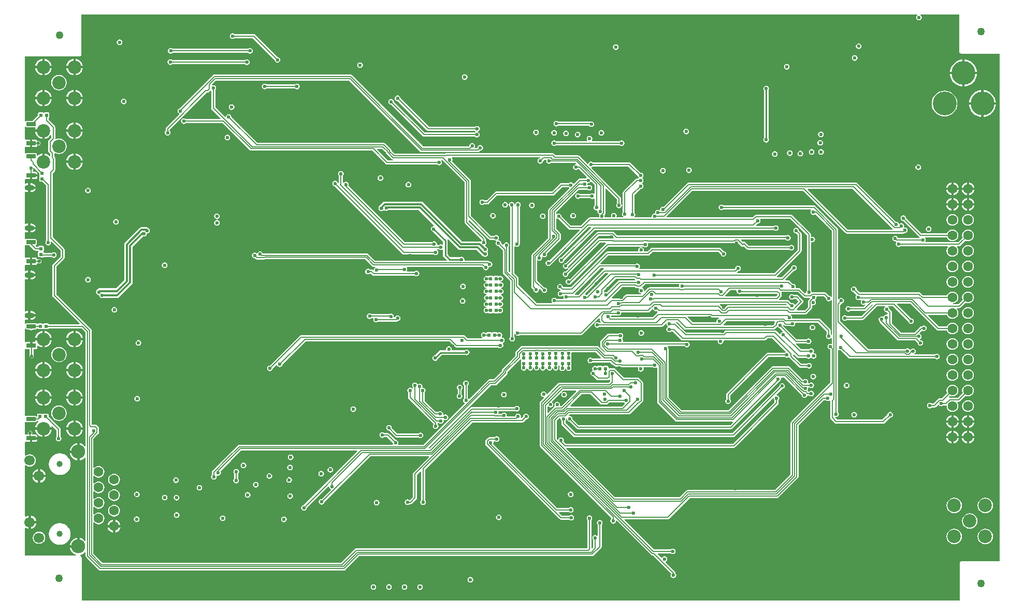
<source format=gbl>
G04 Layer_Physical_Order=4*
G04 Layer_Color=16711680*
%FSLAX25Y25*%
%MOIN*%
G70*
G01*
G75*
%ADD10C,0.00600*%
%ADD12C,0.01000*%
%ADD13R,0.02284X0.02441*%
%ADD36R,0.02441X0.02284*%
%ADD76C,0.01350*%
%ADD79C,0.08661*%
%ADD80C,0.05000*%
%ADD81O,0.06299X0.03543*%
%ADD82C,0.03937*%
%ADD83C,0.09055*%
%ADD84C,0.06693*%
%ADD85C,0.06299*%
%ADD86C,0.15354*%
%ADD87C,0.02362*%
%ADD96R,0.05905X0.02756*%
G36*
X807930Y387746D02*
Y386609D01*
X808120Y386149D01*
X808120Y385651D01*
X807930Y385191D01*
Y382908D01*
X808120Y382449D01*
X808580Y382258D01*
X809867D01*
X812325Y379801D01*
Y344172D01*
X811973Y343645D01*
X811834Y342950D01*
X811973Y342255D01*
X812366Y341666D01*
X812955Y341272D01*
X813650Y341134D01*
X814345Y341272D01*
X814935Y341666D01*
X815328Y342255D01*
X815466Y342950D01*
X815381Y343381D01*
X815841Y343627D01*
X821556Y337913D01*
Y333730D01*
X816763Y328937D01*
X816475Y328507D01*
X816374Y328000D01*
Y308900D01*
X816475Y308393D01*
X816763Y307963D01*
X833838Y290887D01*
X833647Y290425D01*
X813998D01*
X813851Y290780D01*
X813392Y290970D01*
X811109D01*
X810686Y290795D01*
X810649Y290780D01*
X810151D01*
X810114Y290795D01*
X809691Y290970D01*
X807408D01*
X806949Y290780D01*
X806848Y290538D01*
X806314Y290554D01*
X806196Y290838D01*
X805737Y291028D01*
X799831D01*
X799372Y290838D01*
X799227Y290488D01*
X798727Y290588D01*
Y293228D01*
X799143Y293506D01*
X799399Y293400D01*
X800122Y293304D01*
X800750D01*
Y296100D01*
Y298896D01*
X800122D01*
X799399Y298800D01*
X799143Y298694D01*
X798727Y298972D01*
Y319212D01*
X799143Y319490D01*
X799399Y319384D01*
X800122Y319289D01*
X800750D01*
Y322084D01*
Y324880D01*
X800122D01*
X799399Y324785D01*
X799143Y324679D01*
X798727Y324957D01*
Y328321D01*
X799227Y328589D01*
X799241Y328579D01*
X799632Y328502D01*
X801834D01*
Y330899D01*
Y333297D01*
X799632D01*
X799241Y333219D01*
X799227Y333210D01*
X798727Y333477D01*
Y341255D01*
X799227Y341441D01*
X799632Y341273D01*
X801517D01*
X801647Y341078D01*
X804612Y338113D01*
X805042Y337826D01*
X805550Y337725D01*
X807206D01*
X807305Y337486D01*
X807320Y337449D01*
Y336951D01*
X807305Y336914D01*
X807130Y336491D01*
Y334208D01*
X807320Y333749D01*
X807780Y333558D01*
X808919D01*
X809342Y333275D01*
X809850Y333174D01*
X810357Y333275D01*
X810787Y333563D01*
X810799Y333575D01*
X816078D01*
X816605Y333222D01*
X817300Y333084D01*
X817995Y333222D01*
X818584Y333616D01*
X818978Y334205D01*
X819116Y334900D01*
X818978Y335595D01*
X818584Y336184D01*
X817995Y336578D01*
X817300Y336716D01*
X816605Y336578D01*
X816078Y336226D01*
X810870D01*
Y336491D01*
X810695Y336914D01*
X810680Y336951D01*
Y337449D01*
X810695Y337486D01*
X810870Y337909D01*
Y340192D01*
X810680Y340651D01*
X810221Y340842D01*
X807780D01*
X807320Y340651D01*
X807206Y340376D01*
X806099D01*
X805663Y340811D01*
X805799Y341382D01*
X805996Y341464D01*
X806186Y341923D01*
Y344679D01*
X805996Y345138D01*
X805537Y345328D01*
X799632D01*
X799227Y345161D01*
X798727Y345346D01*
Y349512D01*
X799143Y349790D01*
X799399Y349684D01*
X800122Y349589D01*
X800750D01*
Y352384D01*
Y355180D01*
X800122D01*
X799399Y355085D01*
X799143Y354979D01*
X798727Y355257D01*
Y375496D01*
X799143Y375774D01*
X799399Y375668D01*
X800122Y375573D01*
X800750D01*
Y378368D01*
Y381164D01*
X800122D01*
X799399Y381069D01*
X799143Y380963D01*
X798727Y381241D01*
X798727Y383792D01*
X799227Y384055D01*
X799341Y383979D01*
X799731Y383902D01*
X801934D01*
Y386299D01*
X802684D01*
Y387049D01*
X806657D01*
Y387677D01*
X806579Y388067D01*
X806358Y388398D01*
X806027Y388619D01*
X805637Y388697D01*
X804125D01*
Y390843D01*
X804258Y390949D01*
X804600Y391075D01*
X807930Y387746D01*
D02*
G37*
G36*
X799272Y417564D02*
X799731Y417373D01*
X805231D01*
X805565Y416873D01*
X805406Y416492D01*
X805322Y415850D01*
X810600D01*
Y415100D01*
X811350D01*
Y409822D01*
X811992Y409906D01*
X813288Y410444D01*
X814402Y411298D01*
X815105Y412215D01*
X815605Y412045D01*
Y410418D01*
X814063Y408876D01*
X813775Y408446D01*
X813675Y407939D01*
Y402117D01*
X813775Y401610D01*
X814063Y401180D01*
X815144Y400099D01*
Y398713D01*
X814670Y398552D01*
X814402Y398902D01*
X813288Y399756D01*
X811992Y400293D01*
X811350Y400378D01*
Y395100D01*
X809850D01*
Y400378D01*
X809208Y400293D01*
X807912Y399756D01*
X806798Y398902D01*
X806760Y398852D01*
X806286Y399013D01*
Y400079D01*
X806096Y400538D01*
X805637Y400728D01*
X799731D01*
X799272Y400538D01*
X799227Y400430D01*
X798727Y400529D01*
Y404493D01*
X799227Y404755D01*
X799341Y404679D01*
X799731Y404602D01*
X801934D01*
Y406999D01*
Y409397D01*
X799731D01*
X799341Y409319D01*
X799227Y409243D01*
X798727Y409506D01*
Y417572D01*
X799227Y417672D01*
X799272Y417564D01*
D02*
G37*
G36*
X837774Y285254D02*
Y211966D01*
X837301Y211805D01*
X837042Y212142D01*
X835888Y213028D01*
X834543Y213585D01*
X833850Y213677D01*
Y208200D01*
Y202724D01*
X834543Y202815D01*
X835888Y203372D01*
X837042Y204258D01*
X837301Y204595D01*
X837774Y204434D01*
Y150966D01*
X837301Y150805D01*
X837042Y151142D01*
X835888Y152028D01*
X834543Y152585D01*
X833850Y152676D01*
Y147200D01*
X833100D01*
Y146450D01*
X827623D01*
X827715Y145757D01*
X828272Y144412D01*
X829158Y143258D01*
X830312Y142372D01*
X831657Y141815D01*
X831577Y141327D01*
X798728D01*
Y159114D01*
X799176Y159335D01*
X799608Y159003D01*
X800665Y158565D01*
X801050Y158515D01*
Y162800D01*
Y167085D01*
X800665Y167035D01*
X799608Y166597D01*
X799176Y166265D01*
X798728Y166486D01*
Y199353D01*
X799228Y199600D01*
X799810Y199153D01*
X800770Y198755D01*
X801800Y198619D01*
X802830Y198755D01*
X803790Y199153D01*
X804615Y199785D01*
X805247Y200610D01*
X805645Y201570D01*
X805781Y202600D01*
X805645Y203630D01*
X805247Y204590D01*
X804615Y205415D01*
X803790Y206047D01*
X802830Y206445D01*
X801800Y206580D01*
X800770Y206445D01*
X799810Y206047D01*
X799228Y205600D01*
X798728Y205847D01*
Y214321D01*
X799228Y214588D01*
X799241Y214579D01*
X799632Y214502D01*
X801834D01*
Y216899D01*
X802584D01*
Y217649D01*
X806557D01*
Y218277D01*
X806479Y218667D01*
X806258Y218998D01*
X805927Y219219D01*
X805537Y219297D01*
X803426D01*
Y220400D01*
X803325Y220907D01*
X803037Y221337D01*
X802607Y221625D01*
X802100Y221726D01*
X801593Y221625D01*
X801163Y221337D01*
X800875Y220907D01*
X800774Y220400D01*
Y219297D01*
X799632D01*
X799241Y219219D01*
X799228Y219210D01*
X798728Y219477D01*
X798727Y227255D01*
X799228Y227441D01*
X799632Y227273D01*
X805537D01*
X805996Y227464D01*
X806186Y227923D01*
Y227975D01*
X807376D01*
X807488Y227809D01*
X807561Y227488D01*
X806798Y226902D01*
X805944Y225788D01*
X805406Y224492D01*
X805322Y223850D01*
X810600D01*
X815878D01*
X815794Y224492D01*
X815734Y224635D01*
X816158Y224918D01*
X819025Y222051D01*
Y217948D01*
X818722Y217495D01*
X818584Y216800D01*
X818722Y216105D01*
X819116Y215516D01*
X819705Y215122D01*
X820400Y214984D01*
X821095Y215122D01*
X821684Y215516D01*
X822078Y216105D01*
X822216Y216800D01*
X822078Y217495D01*
X821684Y218084D01*
X821676Y218090D01*
Y222600D01*
X821575Y223107D01*
X821288Y223537D01*
X813842Y230983D01*
Y232120D01*
X813651Y232580D01*
X813192Y232770D01*
X810909D01*
X810486Y232595D01*
X810449Y232580D01*
X809951D01*
X809914Y232595D01*
X809491Y232770D01*
X807208D01*
X806749Y232580D01*
X806558Y232120D01*
Y231087D01*
X806058Y230988D01*
X805996Y231138D01*
X805537Y231328D01*
X799632D01*
X799228Y231161D01*
X798727Y231346D01*
Y274201D01*
X798826Y274278D01*
X799228Y274422D01*
X799441Y274279D01*
X799831Y274202D01*
X801775D01*
Y269800D01*
X801875Y269293D01*
X802163Y268863D01*
X802593Y268575D01*
X803100Y268475D01*
X803607Y268575D01*
X804037Y268863D01*
X804325Y269293D01*
X804426Y269800D01*
Y274202D01*
X805737D01*
X806127Y274279D01*
X806458Y274500D01*
X806679Y274831D01*
X806757Y275221D01*
Y276400D01*
X807257Y276646D01*
X807912Y276144D01*
X809208Y275606D01*
X809850Y275522D01*
Y280050D01*
X805322D01*
X805395Y279497D01*
X805223Y279134D01*
X805131Y278997D01*
X803534D01*
Y276599D01*
X802034D01*
Y278997D01*
X799831D01*
X799441Y278919D01*
X799228Y278776D01*
X798826Y278921D01*
X798727Y278998D01*
Y287414D01*
X799227Y287513D01*
X799372Y287164D01*
X799831Y286973D01*
X801717D01*
X801847Y286778D01*
X802277Y286491D01*
X802784Y286390D01*
X803292Y286491D01*
X803722Y286778D01*
X803852Y286973D01*
X805737D01*
X806196Y287164D01*
X806381Y287610D01*
X806461Y287619D01*
X806876Y287597D01*
X806949Y287420D01*
X807408Y287230D01*
X809691D01*
X810114Y287405D01*
X810151Y287420D01*
X810649D01*
X810686Y287405D01*
X811109Y287230D01*
X813392D01*
X813851Y287420D01*
X813998Y287774D01*
X835254D01*
X837774Y285254D01*
D02*
G37*
G36*
X1399873Y466217D02*
X1399981Y465671D01*
X1400291Y465208D01*
X1400754Y464898D01*
X1401300Y464790D01*
X1425873D01*
X1425873Y137645D01*
X1401600D01*
X1401054Y137536D01*
X1400591Y137227D01*
X1400281Y136764D01*
X1400173Y136217D01*
Y112427D01*
X835227D01*
Y139900D01*
X835119Y140446D01*
X834809Y140909D01*
X834346Y141219D01*
X834147Y141258D01*
X834164Y141765D01*
X834543Y141815D01*
X835888Y142372D01*
X837042Y143258D01*
X837301Y143595D01*
X837774Y143434D01*
Y141000D01*
X837875Y140493D01*
X838163Y140063D01*
X846163Y132063D01*
X846593Y131775D01*
X847100Y131675D01*
X1004000D01*
X1004507Y131775D01*
X1004937Y132063D01*
X1013749Y140875D01*
X1163700D01*
X1164207Y140975D01*
X1164637Y141263D01*
X1169537Y146163D01*
X1169825Y146593D01*
X1169925Y147100D01*
Y161178D01*
X1170278Y161705D01*
X1170416Y162400D01*
X1170278Y163095D01*
X1169884Y163684D01*
X1169295Y164078D01*
X1168600Y164216D01*
X1167905Y164078D01*
X1167316Y163684D01*
X1166922Y163095D01*
X1166784Y162400D01*
X1166922Y161705D01*
X1167274Y161178D01*
Y154381D01*
X1166774Y154124D01*
X1166395Y154378D01*
X1165700Y154516D01*
X1165005Y154378D01*
X1164416Y153984D01*
X1164022Y153395D01*
X1163884Y152700D01*
X1164022Y152005D01*
X1164375Y151478D01*
Y146446D01*
X1163787Y145859D01*
X1163326Y146050D01*
Y164178D01*
X1163678Y164705D01*
X1163816Y165400D01*
X1163678Y166095D01*
X1163284Y166684D01*
X1162695Y167078D01*
X1162000Y167216D01*
X1161305Y167078D01*
X1160716Y166684D01*
X1160322Y166095D01*
X1160184Y165400D01*
X1160322Y164705D01*
X1160674Y164178D01*
Y145925D01*
X1011900D01*
X1011393Y145825D01*
X1010963Y145537D01*
X1002151Y136725D01*
X848643D01*
X842826Y142543D01*
Y162530D01*
X843299Y162691D01*
X843426Y162526D01*
X844209Y161925D01*
X845121Y161547D01*
X846100Y161418D01*
X847079Y161547D01*
X847991Y161925D01*
X848774Y162526D01*
X849375Y163309D01*
X849753Y164221D01*
X849882Y165200D01*
X849753Y166179D01*
X849375Y167091D01*
X848774Y167874D01*
X847991Y168475D01*
X847079Y168853D01*
X846100Y168982D01*
X845121Y168853D01*
X844209Y168475D01*
X843426Y167874D01*
X843299Y167709D01*
X842826Y167870D01*
Y172530D01*
X843299Y172691D01*
X843426Y172526D01*
X844209Y171925D01*
X845121Y171547D01*
X846100Y171418D01*
X847079Y171547D01*
X847991Y171925D01*
X848774Y172526D01*
X849375Y173309D01*
X849753Y174221D01*
X849882Y175200D01*
X849753Y176179D01*
X849375Y177091D01*
X848774Y177874D01*
X847991Y178475D01*
X847079Y178853D01*
X846100Y178982D01*
X845121Y178853D01*
X844209Y178475D01*
X843426Y177874D01*
X843299Y177709D01*
X842826Y177870D01*
Y182530D01*
X843299Y182691D01*
X843426Y182526D01*
X844209Y181925D01*
X845121Y181547D01*
X846100Y181418D01*
X847079Y181547D01*
X847991Y181925D01*
X848774Y182526D01*
X849375Y183309D01*
X849753Y184221D01*
X849882Y185200D01*
X849753Y186179D01*
X849375Y187091D01*
X848774Y187874D01*
X847991Y188475D01*
X847079Y188853D01*
X846100Y188982D01*
X845121Y188853D01*
X844209Y188475D01*
X843426Y187874D01*
X843299Y187709D01*
X842826Y187870D01*
Y192530D01*
X843299Y192691D01*
X843426Y192526D01*
X844209Y191925D01*
X845121Y191547D01*
X846100Y191418D01*
X847079Y191547D01*
X847991Y191925D01*
X848774Y192526D01*
X849375Y193309D01*
X849753Y194221D01*
X849882Y195200D01*
X849753Y196179D01*
X849375Y197091D01*
X848774Y197874D01*
X847991Y198475D01*
X847079Y198853D01*
X846100Y198982D01*
X845121Y198853D01*
X844209Y198475D01*
X843426Y197874D01*
X843299Y197709D01*
X842826Y197870D01*
Y216508D01*
X846018Y219701D01*
X846306Y220131D01*
X846407Y220638D01*
Y223319D01*
X846306Y223826D01*
X846018Y224256D01*
X844937Y225337D01*
X844507Y225625D01*
X844000Y225726D01*
X841649D01*
X841625Y225749D01*
Y286300D01*
X841525Y286807D01*
X841237Y287237D01*
X819026Y309449D01*
Y327451D01*
X823818Y332244D01*
X824106Y332674D01*
X824207Y333181D01*
Y338462D01*
X824106Y338969D01*
X823818Y339399D01*
X816726Y346492D01*
Y387790D01*
X817868Y388932D01*
X818155Y389362D01*
X818256Y389869D01*
Y397267D01*
X818155Y397774D01*
X817868Y398204D01*
X817795Y398277D01*
Y400407D01*
X817877Y400507D01*
X818232Y400716D01*
X818281Y400724D01*
X819313Y400296D01*
X820600Y400127D01*
X821887Y400296D01*
X823087Y400793D01*
X824117Y401583D01*
X824907Y402613D01*
X825404Y403813D01*
X825573Y405100D01*
X825404Y406387D01*
X824907Y407587D01*
X824117Y408617D01*
X823087Y409407D01*
X821887Y409904D01*
X820600Y410073D01*
X819313Y409904D01*
X818658Y409633D01*
X818256Y410007D01*
Y417267D01*
X818155Y417774D01*
X817868Y418204D01*
X813976Y422096D01*
Y423206D01*
X814251Y423320D01*
X814442Y423779D01*
Y426221D01*
X814251Y426680D01*
X813792Y426870D01*
X811509D01*
X811049Y426680D01*
X810551Y426680D01*
X810091Y426870D01*
X807808D01*
X807349Y426680D01*
X807158Y426221D01*
Y425083D01*
X803503Y421428D01*
X799731D01*
X799272Y421238D01*
X799227Y421130D01*
X798727Y421229D01*
Y462873D01*
X833600D01*
X834146Y462981D01*
X834609Y463291D01*
X834919Y463754D01*
X835027Y464300D01*
Y475196D01*
Y490095D01*
X1373004D01*
X1373156Y489595D01*
X1372766Y489334D01*
X1372372Y488745D01*
X1372234Y488050D01*
X1372372Y487355D01*
X1372766Y486765D01*
X1373355Y486372D01*
X1374050Y486234D01*
X1374745Y486372D01*
X1375334Y486765D01*
X1375727Y487355D01*
X1375866Y488050D01*
X1375727Y488745D01*
X1375334Y489334D01*
X1374943Y489595D01*
X1375095Y490095D01*
X1399873D01*
Y466217D01*
D02*
G37*
%LPC*%
G36*
X802878Y298896D02*
X802250D01*
Y296850D01*
X805567D01*
X805299Y297498D01*
X804855Y298077D01*
X804276Y298521D01*
X803601Y298800D01*
X802878Y298896D01*
D02*
G37*
G36*
X805567Y295350D02*
X802250D01*
Y293304D01*
X802878D01*
X803601Y293400D01*
X804276Y293679D01*
X804855Y294123D01*
X805299Y294702D01*
X805567Y295350D01*
D02*
G37*
G36*
X802878Y355180D02*
X802250D01*
Y353134D01*
X805567D01*
X805299Y353782D01*
X804855Y354361D01*
X804276Y354805D01*
X803601Y355085D01*
X802878Y355180D01*
D02*
G37*
G36*
Y324880D02*
X802250D01*
Y322834D01*
X805567D01*
X805299Y323482D01*
X804855Y324061D01*
X804276Y324505D01*
X803601Y324785D01*
X802878Y324880D01*
D02*
G37*
G36*
X805567Y321334D02*
X802250D01*
Y319289D01*
X802878D01*
X803601Y319384D01*
X804276Y319663D01*
X804855Y320108D01*
X805299Y320687D01*
X805567Y321334D01*
D02*
G37*
G36*
X805567Y351634D02*
X802250D01*
Y349589D01*
X802878D01*
X803601Y349684D01*
X804276Y349963D01*
X804855Y350408D01*
X805299Y350987D01*
X805567Y351634D01*
D02*
G37*
G36*
X805537Y333297D02*
X803334D01*
Y330899D01*
Y328502D01*
X805537D01*
X805927Y328579D01*
X806258Y328800D01*
X806479Y329131D01*
X806557Y329521D01*
Y329574D01*
X808001D01*
X808508Y329675D01*
X808938Y329962D01*
X809225Y330392D01*
X809326Y330899D01*
X809225Y331406D01*
X808938Y331837D01*
X808508Y332124D01*
X808001Y332225D01*
X806557D01*
Y332277D01*
X806479Y332667D01*
X806258Y332998D01*
X805927Y333219D01*
X805537Y333297D01*
D02*
G37*
G36*
X806657Y385549D02*
X803434D01*
Y383902D01*
X805637D01*
X806027Y383979D01*
X806358Y384200D01*
X806579Y384531D01*
X806657Y384921D01*
Y385549D01*
D02*
G37*
G36*
X802878Y381164D02*
X802250D01*
Y379118D01*
X805567D01*
X805299Y379766D01*
X804855Y380345D01*
X804276Y380790D01*
X803601Y381069D01*
X802878Y381164D01*
D02*
G37*
G36*
X805567Y377619D02*
X802250D01*
Y375573D01*
X802878D01*
X803601Y375668D01*
X804276Y375947D01*
X804855Y376392D01*
X805299Y376971D01*
X805567Y377619D01*
D02*
G37*
G36*
X805637Y409397D02*
X803434D01*
Y406999D01*
Y404602D01*
X805637D01*
X806027Y404679D01*
X806358Y404900D01*
X806579Y405231D01*
X806657Y405621D01*
Y405674D01*
X807401D01*
X807908Y405775D01*
X808338Y406062D01*
X808625Y406492D01*
X808726Y406999D01*
X808625Y407506D01*
X808338Y407936D01*
X807908Y408224D01*
X807401Y408325D01*
X806657D01*
Y408377D01*
X806579Y408767D01*
X806358Y409098D01*
X806027Y409319D01*
X805637Y409397D01*
D02*
G37*
G36*
X809850Y414350D02*
X805322D01*
X805406Y413708D01*
X805944Y412412D01*
X806798Y411298D01*
X807912Y410444D01*
X809208Y409906D01*
X809850Y409822D01*
Y414350D01*
D02*
G37*
G36*
Y266078D02*
X809208Y265993D01*
X807912Y265456D01*
X806798Y264602D01*
X805944Y263488D01*
X805406Y262192D01*
X805322Y261550D01*
X809850D01*
Y266078D01*
D02*
G37*
G36*
X831350D02*
Y261550D01*
X835878D01*
X835793Y262192D01*
X835256Y263488D01*
X834402Y264602D01*
X833288Y265456D01*
X831992Y265993D01*
X831350Y266078D01*
D02*
G37*
G36*
X811350D02*
Y261550D01*
X815878D01*
X815794Y262192D01*
X815256Y263488D01*
X814402Y264602D01*
X813288Y265456D01*
X811992Y265993D01*
X811350Y266078D01*
D02*
G37*
G36*
X835878Y260050D02*
X831350D01*
Y255522D01*
X831992Y255607D01*
X833288Y256144D01*
X834402Y256998D01*
X835256Y258112D01*
X835793Y259408D01*
X835878Y260050D01*
D02*
G37*
G36*
X815878D02*
X811350D01*
Y255522D01*
X811992Y255607D01*
X813288Y256144D01*
X814402Y256998D01*
X815256Y258112D01*
X815794Y259408D01*
X815878Y260050D01*
D02*
G37*
G36*
X829850Y266078D02*
X829208Y265993D01*
X827912Y265456D01*
X826798Y264602D01*
X825944Y263488D01*
X825406Y262192D01*
X825322Y261550D01*
X829850D01*
Y266078D01*
D02*
G37*
G36*
X815878Y280050D02*
X811350D01*
Y275522D01*
X811992Y275606D01*
X813288Y276144D01*
X814402Y276998D01*
X815256Y278112D01*
X815794Y279408D01*
X815878Y280050D01*
D02*
G37*
G36*
X829850D02*
X825322D01*
X825406Y279408D01*
X825944Y278112D01*
X826798Y276998D01*
X827912Y276144D01*
X829208Y275606D01*
X829850Y275522D01*
Y280050D01*
D02*
G37*
G36*
X820600Y275773D02*
X819313Y275604D01*
X818113Y275107D01*
X817083Y274317D01*
X816293Y273287D01*
X815796Y272087D01*
X815627Y270800D01*
X815796Y269513D01*
X816293Y268313D01*
X817083Y267283D01*
X818113Y266493D01*
X819313Y265996D01*
X820600Y265827D01*
X821887Y265996D01*
X823087Y266493D01*
X824117Y267283D01*
X824907Y268313D01*
X825404Y269513D01*
X825573Y270800D01*
X825404Y272087D01*
X824907Y273287D01*
X824117Y274317D01*
X823087Y275107D01*
X821887Y275604D01*
X820600Y275773D01*
D02*
G37*
G36*
X809850Y248378D02*
X809208Y248293D01*
X807912Y247756D01*
X806798Y246902D01*
X805944Y245788D01*
X805406Y244492D01*
X805322Y243850D01*
X809850D01*
Y248378D01*
D02*
G37*
G36*
X831350D02*
Y243850D01*
X835878D01*
X835793Y244492D01*
X835256Y245788D01*
X834402Y246902D01*
X833288Y247756D01*
X831992Y248293D01*
X831350Y248378D01*
D02*
G37*
G36*
X811350D02*
Y243850D01*
X815878D01*
X815794Y244492D01*
X815256Y245788D01*
X814402Y246902D01*
X813288Y247756D01*
X811992Y248293D01*
X811350Y248378D01*
D02*
G37*
G36*
X829850D02*
X829208Y248293D01*
X827912Y247756D01*
X826798Y246902D01*
X825944Y245788D01*
X825406Y244492D01*
X825322Y243850D01*
X829850D01*
Y248378D01*
D02*
G37*
G36*
X809850Y260050D02*
X805322D01*
X805406Y259408D01*
X805944Y258112D01*
X806798Y256998D01*
X807912Y256144D01*
X809208Y255607D01*
X809850Y255522D01*
Y260050D01*
D02*
G37*
G36*
X829850D02*
X825322D01*
X825406Y259408D01*
X825944Y258112D01*
X826798Y256998D01*
X827912Y256144D01*
X829208Y255607D01*
X829850Y255522D01*
Y260050D01*
D02*
G37*
G36*
X802550Y167085D02*
Y163550D01*
X806085D01*
X806035Y163935D01*
X805597Y164992D01*
X804900Y165900D01*
X803992Y166597D01*
X802935Y167035D01*
X802550Y167085D01*
D02*
G37*
G36*
X806085Y162050D02*
X802550D01*
Y158515D01*
X802935Y158565D01*
X803992Y159003D01*
X804900Y159700D01*
X805597Y160608D01*
X806035Y161665D01*
X806085Y162050D01*
D02*
G37*
G36*
X821164Y162176D02*
X821100Y162157D01*
X821036Y162176D01*
X819802Y162054D01*
X819743Y162023D01*
X819677Y162030D01*
X818489Y161669D01*
X818438Y161627D01*
X818372Y161621D01*
X817277Y161036D01*
X817235Y160984D01*
X817171Y160965D01*
X816212Y160178D01*
X816181Y160119D01*
X816122Y160088D01*
X815335Y159129D01*
X815316Y159065D01*
X815264Y159023D01*
X814679Y157928D01*
X814673Y157862D01*
X814631Y157811D01*
X814270Y156623D01*
X814277Y156557D01*
X814246Y156499D01*
X814124Y155264D01*
X814134Y155231D01*
X814121Y155200D01*
X814134Y155169D01*
X814124Y155136D01*
X814246Y153902D01*
X814277Y153843D01*
X814270Y153777D01*
X814631Y152589D01*
X814673Y152538D01*
X814679Y152472D01*
X815264Y151377D01*
X815316Y151335D01*
X815335Y151271D01*
X816122Y150312D01*
X816181Y150281D01*
X816212Y150222D01*
X817171Y149435D01*
X817235Y149416D01*
X817277Y149364D01*
X818372Y148779D01*
X818438Y148773D01*
X818489Y148731D01*
X819677Y148371D01*
X819743Y148377D01*
X819802Y148346D01*
X821036Y148224D01*
X821100Y148243D01*
X821164Y148224D01*
X822398Y148346D01*
X822457Y148377D01*
X822523Y148371D01*
X823711Y148731D01*
X823762Y148773D01*
X823828Y148779D01*
X824923Y149364D01*
X824965Y149416D01*
X825029Y149435D01*
X825988Y150222D01*
X826019Y150281D01*
X826078Y150312D01*
X826865Y151271D01*
X826884Y151335D01*
X826936Y151377D01*
X827521Y152472D01*
X827527Y152538D01*
X827569Y152589D01*
X827930Y153777D01*
X827923Y153843D01*
X827954Y153902D01*
X828076Y155136D01*
X828066Y155169D01*
X828079Y155200D01*
X828066Y155231D01*
X828076Y155264D01*
X827954Y156499D01*
X827923Y156557D01*
X827930Y156623D01*
X827569Y157811D01*
X827527Y157862D01*
X827521Y157928D01*
X826936Y159023D01*
X826884Y159065D01*
X826865Y159129D01*
X826078Y160088D01*
X826019Y160119D01*
X825988Y160178D01*
X825029Y160965D01*
X824965Y160984D01*
X824923Y161036D01*
X823828Y161621D01*
X823762Y161627D01*
X823711Y161669D01*
X822523Y162030D01*
X822457Y162023D01*
X822398Y162054D01*
X821164Y162176D01*
D02*
G37*
G36*
X831350Y286078D02*
Y281550D01*
X835878D01*
X835793Y282192D01*
X835256Y283488D01*
X834402Y284602D01*
X833288Y285456D01*
X831992Y285994D01*
X831350Y286078D01*
D02*
G37*
G36*
X811350D02*
Y281550D01*
X815878D01*
X815794Y282192D01*
X815256Y283488D01*
X814402Y284602D01*
X813288Y285456D01*
X811992Y285994D01*
X811350Y286078D01*
D02*
G37*
G36*
X809850D02*
X809208Y285994D01*
X807912Y285456D01*
X806798Y284602D01*
X805944Y283488D01*
X805406Y282192D01*
X805322Y281550D01*
X809850D01*
Y286078D01*
D02*
G37*
G36*
X835878Y280050D02*
X831350D01*
Y275522D01*
X831992Y275606D01*
X833288Y276144D01*
X834402Y276998D01*
X835256Y278112D01*
X835793Y279408D01*
X835878Y280050D01*
D02*
G37*
G36*
X829850Y286078D02*
X829208Y285994D01*
X827912Y285456D01*
X826798Y284602D01*
X825944Y283488D01*
X825406Y282192D01*
X825322Y281550D01*
X829850D01*
Y286078D01*
D02*
G37*
G36*
X832350Y207450D02*
X827623D01*
X827715Y206757D01*
X828272Y205412D01*
X829158Y204258D01*
X830312Y203372D01*
X831657Y202815D01*
X832350Y202724D01*
Y207450D01*
D02*
G37*
G36*
X807050Y196885D02*
X806665Y196835D01*
X805608Y196397D01*
X804700Y195700D01*
X804003Y194792D01*
X803565Y193735D01*
X803515Y193350D01*
X807050D01*
Y196885D01*
D02*
G37*
G36*
X808550D02*
Y193350D01*
X812085D01*
X812035Y193735D01*
X811597Y194792D01*
X810900Y195700D01*
X809992Y196397D01*
X808935Y196835D01*
X808550Y196885D01*
D02*
G37*
G36*
X806557Y216149D02*
X803334D01*
Y214502D01*
X805537D01*
X805927Y214579D01*
X806258Y214800D01*
X806479Y215131D01*
X806557Y215521D01*
Y216149D01*
D02*
G37*
G36*
X821164Y207176D02*
X821100Y207157D01*
X821036Y207176D01*
X819802Y207054D01*
X819743Y207023D01*
X819677Y207030D01*
X818489Y206669D01*
X818438Y206627D01*
X818372Y206621D01*
X817277Y206036D01*
X817235Y205984D01*
X817171Y205965D01*
X816212Y205178D01*
X816181Y205119D01*
X816122Y205088D01*
X815335Y204129D01*
X815316Y204065D01*
X815264Y204023D01*
X814679Y202928D01*
X814673Y202862D01*
X814631Y202811D01*
X814270Y201623D01*
X814277Y201557D01*
X814246Y201499D01*
X814124Y200264D01*
X814134Y200231D01*
X814121Y200200D01*
X814134Y200169D01*
X814124Y200136D01*
X814246Y198901D01*
X814277Y198843D01*
X814270Y198777D01*
X814631Y197589D01*
X814673Y197538D01*
X814679Y197472D01*
X815264Y196377D01*
X815316Y196335D01*
X815335Y196271D01*
X816122Y195312D01*
X816181Y195281D01*
X816212Y195222D01*
X817171Y194435D01*
X817235Y194416D01*
X817277Y194364D01*
X818372Y193779D01*
X818438Y193773D01*
X818489Y193731D01*
X819677Y193370D01*
X819743Y193377D01*
X819802Y193346D01*
X821036Y193224D01*
X821100Y193243D01*
X821164Y193224D01*
X822398Y193346D01*
X822457Y193377D01*
X822523Y193370D01*
X823711Y193731D01*
X823762Y193773D01*
X823828Y193779D01*
X824923Y194364D01*
X824965Y194416D01*
X825029Y194435D01*
X825988Y195222D01*
X826019Y195281D01*
X826078Y195312D01*
X826865Y196271D01*
X826884Y196335D01*
X826936Y196377D01*
X827521Y197472D01*
X827527Y197538D01*
X827569Y197589D01*
X827930Y198777D01*
X827923Y198843D01*
X827954Y198901D01*
X828076Y200136D01*
X828066Y200169D01*
X828079Y200200D01*
X828066Y200231D01*
X828076Y200264D01*
X827954Y201499D01*
X827923Y201557D01*
X827930Y201623D01*
X827569Y202811D01*
X827527Y202862D01*
X827521Y202928D01*
X826936Y204023D01*
X826884Y204065D01*
X826865Y204129D01*
X826078Y205088D01*
X826019Y205119D01*
X825988Y205178D01*
X825029Y205965D01*
X824965Y205984D01*
X824923Y206036D01*
X823828Y206621D01*
X823762Y206627D01*
X823711Y206669D01*
X822523Y207030D01*
X822457Y207023D01*
X822398Y207054D01*
X821164Y207176D01*
D02*
G37*
G36*
X832350Y213677D02*
X831657Y213585D01*
X830312Y213028D01*
X829158Y212142D01*
X828272Y210988D01*
X827715Y209643D01*
X827623Y208950D01*
X832350D01*
Y213677D01*
D02*
G37*
G36*
X812085Y191850D02*
X808550D01*
Y188315D01*
X808935Y188365D01*
X809992Y188803D01*
X810900Y189500D01*
X811597Y190408D01*
X812035Y191465D01*
X812085Y191850D01*
D02*
G37*
G36*
X807050D02*
X803515D01*
X803565Y191465D01*
X804003Y190408D01*
X804700Y189500D01*
X805608Y188803D01*
X806665Y188365D01*
X807050Y188315D01*
Y191850D01*
D02*
G37*
G36*
X831350Y228378D02*
Y223850D01*
X835878D01*
X835793Y224492D01*
X835256Y225788D01*
X834402Y226902D01*
X833288Y227756D01*
X831992Y228293D01*
X831350Y228378D01*
D02*
G37*
G36*
X820600Y238073D02*
X819313Y237904D01*
X818113Y237407D01*
X817083Y236617D01*
X816293Y235587D01*
X815796Y234387D01*
X815627Y233100D01*
X815796Y231813D01*
X816293Y230613D01*
X817083Y229583D01*
X818113Y228793D01*
X819313Y228296D01*
X820600Y228127D01*
X821887Y228296D01*
X823087Y228793D01*
X824117Y229583D01*
X824907Y230613D01*
X825404Y231813D01*
X825573Y233100D01*
X825404Y234387D01*
X824907Y235587D01*
X824117Y236617D01*
X823087Y237407D01*
X821887Y237904D01*
X820600Y238073D01*
D02*
G37*
G36*
X815878Y242350D02*
X811350D01*
Y237822D01*
X811992Y237907D01*
X813288Y238444D01*
X814402Y239298D01*
X815256Y240412D01*
X815794Y241708D01*
X815878Y242350D01*
D02*
G37*
G36*
X835878D02*
X831350D01*
Y237822D01*
X831992Y237907D01*
X833288Y238444D01*
X834402Y239298D01*
X835256Y240412D01*
X835793Y241708D01*
X835878Y242350D01*
D02*
G37*
G36*
X829850D02*
X825322D01*
X825406Y241708D01*
X825944Y240412D01*
X826798Y239298D01*
X827912Y238444D01*
X829208Y237907D01*
X829850Y237822D01*
Y242350D01*
D02*
G37*
G36*
X809850D02*
X805322D01*
X805406Y241708D01*
X805944Y240412D01*
X806798Y239298D01*
X807912Y238444D01*
X809208Y237907D01*
X809850Y237822D01*
Y242350D01*
D02*
G37*
G36*
X829850Y228378D02*
X829208Y228293D01*
X827912Y227756D01*
X826798Y226902D01*
X825944Y225788D01*
X825406Y224492D01*
X825322Y223850D01*
X829850D01*
Y228378D01*
D02*
G37*
G36*
Y222350D02*
X825322D01*
X825406Y221708D01*
X825944Y220412D01*
X826798Y219298D01*
X827912Y218444D01*
X829208Y217906D01*
X829850Y217822D01*
Y222350D01*
D02*
G37*
G36*
X815878D02*
X811350D01*
Y217822D01*
X811992Y217906D01*
X813288Y218444D01*
X814402Y219298D01*
X815256Y220412D01*
X815794Y221708D01*
X815878Y222350D01*
D02*
G37*
G36*
X835878D02*
X831350D01*
Y217822D01*
X831992Y217906D01*
X833288Y218444D01*
X834402Y219298D01*
X835256Y220412D01*
X835793Y221708D01*
X835878Y222350D01*
D02*
G37*
G36*
X809850D02*
X805322D01*
X805406Y221708D01*
X805944Y220412D01*
X806798Y219298D01*
X807912Y218444D01*
X809208Y217906D01*
X809850Y217822D01*
Y222350D01*
D02*
G37*
G36*
X807800Y156781D02*
X806770Y156645D01*
X805810Y156247D01*
X804985Y155615D01*
X804353Y154790D01*
X803955Y153830D01*
X803819Y152800D01*
X803955Y151770D01*
X804353Y150810D01*
X804985Y149985D01*
X805810Y149353D01*
X806770Y148955D01*
X807800Y148819D01*
X808830Y148955D01*
X809790Y149353D01*
X810615Y149985D01*
X811247Y150810D01*
X811645Y151770D01*
X811780Y152800D01*
X811645Y153830D01*
X811247Y154790D01*
X810615Y155615D01*
X809790Y156247D01*
X808830Y156645D01*
X807800Y156781D01*
D02*
G37*
G36*
X832350Y152676D02*
X831657Y152585D01*
X830312Y152028D01*
X829158Y151142D01*
X828272Y149988D01*
X827715Y148643D01*
X827623Y147950D01*
X832350D01*
Y152676D01*
D02*
G37*
G36*
X1405600Y281482D02*
X1404621Y281353D01*
X1403709Y280975D01*
X1402926Y280374D01*
X1402325Y279591D01*
X1401947Y278679D01*
X1401818Y277700D01*
X1401947Y276721D01*
X1402325Y275809D01*
X1402926Y275026D01*
X1403709Y274425D01*
X1404621Y274047D01*
X1405600Y273918D01*
X1406579Y274047D01*
X1407491Y274425D01*
X1408274Y275026D01*
X1408875Y275809D01*
X1409253Y276721D01*
X1409382Y277700D01*
X1409253Y278679D01*
X1408875Y279591D01*
X1408274Y280374D01*
X1407491Y280975D01*
X1406579Y281353D01*
X1405600Y281482D01*
D02*
G37*
G36*
X1395600D02*
X1394621Y281353D01*
X1393709Y280975D01*
X1392926Y280374D01*
X1392325Y279591D01*
X1391947Y278679D01*
X1391818Y277700D01*
X1391947Y276721D01*
X1392325Y275809D01*
X1392926Y275026D01*
X1393709Y274425D01*
X1394621Y274047D01*
X1395600Y273918D01*
X1396579Y274047D01*
X1397491Y274425D01*
X1398274Y275026D01*
X1398875Y275809D01*
X1399253Y276721D01*
X1399382Y277700D01*
X1399253Y278679D01*
X1398875Y279591D01*
X1398274Y280374D01*
X1397491Y280975D01*
X1396579Y281353D01*
X1395600Y281482D01*
D02*
G37*
G36*
X1405600Y271482D02*
X1404621Y271353D01*
X1403709Y270975D01*
X1402926Y270374D01*
X1402325Y269591D01*
X1401947Y268679D01*
X1401818Y267700D01*
X1401947Y266721D01*
X1402325Y265809D01*
X1402926Y265026D01*
X1403709Y264425D01*
X1404621Y264047D01*
X1405600Y263918D01*
X1406579Y264047D01*
X1407491Y264425D01*
X1408274Y265026D01*
X1408875Y265809D01*
X1409253Y266721D01*
X1409382Y267700D01*
X1409253Y268679D01*
X1408875Y269591D01*
X1408274Y270374D01*
X1407491Y270975D01*
X1406579Y271353D01*
X1405600Y271482D01*
D02*
G37*
G36*
X1395600D02*
X1394621Y271353D01*
X1393709Y270975D01*
X1392926Y270374D01*
X1392325Y269591D01*
X1391947Y268679D01*
X1391818Y267700D01*
X1391947Y266721D01*
X1392325Y265809D01*
X1392926Y265026D01*
X1393709Y264425D01*
X1394621Y264047D01*
X1395600Y263918D01*
X1396579Y264047D01*
X1397491Y264425D01*
X1398274Y265026D01*
X1398875Y265809D01*
X1399253Y266721D01*
X1399382Y267700D01*
X1399253Y268679D01*
X1398875Y269591D01*
X1398274Y270374D01*
X1397491Y270975D01*
X1396579Y271353D01*
X1395600Y271482D01*
D02*
G37*
G36*
X1071500Y276216D02*
X1070805Y276078D01*
X1070216Y275684D01*
X1069822Y275095D01*
X1069684Y274400D01*
X1069734Y274148D01*
X1069324Y273648D01*
X1066319D01*
X1065734Y273532D01*
X1065238Y273200D01*
X1062367Y270330D01*
X1062105Y270278D01*
X1061516Y269884D01*
X1061122Y269295D01*
X1060984Y268600D01*
X1061122Y267905D01*
X1061516Y267316D01*
X1062105Y266922D01*
X1062800Y266784D01*
X1063495Y266922D01*
X1064084Y267316D01*
X1064478Y267905D01*
X1064530Y268167D01*
X1066952Y270589D01*
X1082199D01*
X1082317Y270510D01*
X1083012Y270372D01*
X1083707Y270510D01*
X1084296Y270904D01*
X1084690Y271493D01*
X1084828Y272188D01*
X1084690Y272883D01*
X1084296Y273472D01*
X1083707Y273866D01*
X1083012Y274004D01*
X1082317Y273866D01*
X1081991Y273648D01*
X1073676D01*
X1073266Y274148D01*
X1073316Y274400D01*
X1073178Y275095D01*
X1072784Y275684D01*
X1072195Y276078D01*
X1071500Y276216D01*
D02*
G37*
G36*
X1078500Y251416D02*
X1077805Y251278D01*
X1077216Y250884D01*
X1076822Y250295D01*
X1076684Y249600D01*
X1076822Y248905D01*
X1077174Y248378D01*
Y245323D01*
X1077116Y245284D01*
X1076722Y244695D01*
X1076584Y244000D01*
X1076722Y243305D01*
X1077116Y242716D01*
X1077705Y242322D01*
X1078400Y242184D01*
X1079095Y242322D01*
X1079684Y242716D01*
X1080078Y243305D01*
X1080216Y244000D01*
X1080078Y244695D01*
X1079825Y245073D01*
Y248378D01*
X1080178Y248905D01*
X1080316Y249600D01*
X1080178Y250295D01*
X1079784Y250884D01*
X1079195Y251278D01*
X1078500Y251416D01*
D02*
G37*
G36*
X1106900Y246816D02*
X1106205Y246678D01*
X1105616Y246284D01*
X1105222Y245695D01*
X1105084Y245000D01*
X1105222Y244305D01*
X1105616Y243716D01*
X1106205Y243322D01*
X1106900Y243184D01*
X1107595Y243322D01*
X1108184Y243716D01*
X1108578Y244305D01*
X1108716Y245000D01*
X1108578Y245695D01*
X1108184Y246284D01*
X1107595Y246678D01*
X1106900Y246816D01*
D02*
G37*
G36*
X1396700Y178573D02*
X1395413Y178404D01*
X1394213Y177907D01*
X1393183Y177117D01*
X1392393Y176087D01*
X1391896Y174887D01*
X1391727Y173600D01*
X1391896Y172313D01*
X1392393Y171113D01*
X1393183Y170083D01*
X1394213Y169293D01*
X1395413Y168796D01*
X1396700Y168627D01*
X1397987Y168796D01*
X1399187Y169293D01*
X1400217Y170083D01*
X1401007Y171113D01*
X1401504Y172313D01*
X1401673Y173600D01*
X1401504Y174887D01*
X1401007Y176087D01*
X1400217Y177117D01*
X1399187Y177907D01*
X1397987Y178404D01*
X1396700Y178573D01*
D02*
G37*
G36*
X1405600Y251482D02*
X1404621Y251353D01*
X1403709Y250975D01*
X1402926Y250374D01*
X1402325Y249591D01*
X1401947Y248679D01*
X1401818Y247700D01*
X1401947Y246721D01*
X1402181Y246156D01*
X1399101Y243075D01*
X1393923D01*
X1393357Y243467D01*
X1393339Y243565D01*
X1394056Y244281D01*
X1394621Y244047D01*
X1395600Y243918D01*
X1396579Y244047D01*
X1397491Y244425D01*
X1398274Y245026D01*
X1398875Y245809D01*
X1399253Y246721D01*
X1399382Y247700D01*
X1399253Y248679D01*
X1398875Y249591D01*
X1398274Y250374D01*
X1397491Y250975D01*
X1396579Y251353D01*
X1395600Y251482D01*
X1394621Y251353D01*
X1393709Y250975D01*
X1392926Y250374D01*
X1392325Y249591D01*
X1391947Y248679D01*
X1391818Y247700D01*
X1391947Y246721D01*
X1392181Y246156D01*
X1388732Y242707D01*
X1387411D01*
X1386904Y242606D01*
X1386474Y242318D01*
X1383381Y239226D01*
X1382322D01*
X1381795Y239578D01*
X1381100Y239716D01*
X1380405Y239578D01*
X1379816Y239184D01*
X1379422Y238595D01*
X1379284Y237900D01*
X1379422Y237205D01*
X1379816Y236616D01*
X1380405Y236222D01*
X1381100Y236084D01*
X1381795Y236222D01*
X1382322Y236575D01*
X1383930D01*
X1384437Y236675D01*
X1384867Y236963D01*
X1386200Y238296D01*
X1386844Y238233D01*
X1386989Y238016D01*
X1387578Y237622D01*
X1388273Y237484D01*
X1388968Y237622D01*
X1389495Y237975D01*
X1391350D01*
X1391592Y237832D01*
X1391839Y237538D01*
X1391947Y236721D01*
X1392325Y235809D01*
X1392926Y235026D01*
X1393709Y234425D01*
X1394621Y234047D01*
X1395600Y233918D01*
X1396579Y234047D01*
X1397491Y234425D01*
X1398274Y235026D01*
X1398875Y235809D01*
X1399253Y236721D01*
X1399382Y237700D01*
X1399253Y238679D01*
X1398875Y239591D01*
X1398620Y239924D01*
X1398866Y240424D01*
X1399650D01*
X1400157Y240525D01*
X1400587Y240812D01*
X1404056Y244281D01*
X1404621Y244047D01*
X1405600Y243918D01*
X1406579Y244047D01*
X1407491Y244425D01*
X1408274Y245026D01*
X1408875Y245809D01*
X1409253Y246721D01*
X1409382Y247700D01*
X1409253Y248679D01*
X1408875Y249591D01*
X1408274Y250374D01*
X1407491Y250975D01*
X1406579Y251353D01*
X1405600Y251482D01*
D02*
G37*
G36*
X1306100Y258416D02*
X1305405Y258278D01*
X1304816Y257884D01*
X1304422Y257295D01*
X1304284Y256600D01*
X1304422Y255905D01*
X1304816Y255316D01*
X1305405Y254922D01*
X1306100Y254784D01*
X1306795Y254922D01*
X1307384Y255316D01*
X1307778Y255905D01*
X1307916Y256600D01*
X1307778Y257295D01*
X1307384Y257884D01*
X1306795Y258278D01*
X1306100Y258416D01*
D02*
G37*
G36*
X1405600Y261482D02*
X1404621Y261353D01*
X1403709Y260975D01*
X1402926Y260374D01*
X1402325Y259591D01*
X1401947Y258679D01*
X1401818Y257700D01*
X1401947Y256721D01*
X1402325Y255809D01*
X1402926Y255026D01*
X1403709Y254425D01*
X1404621Y254047D01*
X1405600Y253918D01*
X1406579Y254047D01*
X1407491Y254425D01*
X1408274Y255026D01*
X1408875Y255809D01*
X1409253Y256721D01*
X1409382Y257700D01*
X1409253Y258679D01*
X1408875Y259591D01*
X1408274Y260374D01*
X1407491Y260975D01*
X1406579Y261353D01*
X1405600Y261482D01*
D02*
G37*
G36*
X1049700Y252816D02*
X1049005Y252678D01*
X1048416Y252284D01*
X1048022Y251695D01*
X1047884Y251000D01*
X1048022Y250305D01*
X1048374Y249778D01*
Y249150D01*
X1047884Y248984D01*
X1047295Y249378D01*
X1046600Y249516D01*
X1045905Y249378D01*
X1045316Y248984D01*
X1044922Y248395D01*
X1044784Y247700D01*
X1044922Y247005D01*
X1045275Y246478D01*
Y243200D01*
X1045375Y242693D01*
X1045663Y242263D01*
X1061775Y226151D01*
Y226022D01*
X1061422Y225495D01*
X1061284Y224800D01*
X1061422Y224105D01*
X1061816Y223516D01*
X1062405Y223122D01*
X1063100Y222984D01*
X1063795Y223122D01*
X1064384Y223516D01*
X1064778Y224105D01*
X1064916Y224800D01*
X1064778Y225495D01*
X1064425Y226022D01*
Y226675D01*
X1065178D01*
X1065705Y226322D01*
X1066400Y226184D01*
X1067095Y226322D01*
X1067684Y226716D01*
X1068078Y227305D01*
X1068216Y228000D01*
X1068106Y228553D01*
X1068486Y228872D01*
X1068511Y228883D01*
X1068724Y228741D01*
X1069419Y228603D01*
X1070114Y228741D01*
X1070703Y229135D01*
X1071097Y229724D01*
X1071235Y230419D01*
X1071097Y231114D01*
X1070703Y231703D01*
X1070114Y232097D01*
X1069419Y232235D01*
X1068724Y232097D01*
X1068555Y231983D01*
X1067945Y232124D01*
X1067865Y232244D01*
X1067916Y232500D01*
X1067778Y233195D01*
X1067384Y233784D01*
X1066795Y234178D01*
X1066100Y234316D01*
X1065405Y234178D01*
X1064878Y233825D01*
X1063149D01*
X1056126Y240849D01*
Y246378D01*
X1056478Y246905D01*
X1056616Y247600D01*
X1056478Y248295D01*
X1056084Y248884D01*
X1055495Y249278D01*
X1054830Y249410D01*
X1054800Y249416D01*
X1054447Y249856D01*
X1054516Y250200D01*
X1054378Y250895D01*
X1053984Y251484D01*
X1053395Y251878D01*
X1052700Y252016D01*
X1052005Y251878D01*
X1051596Y251605D01*
X1051378Y251695D01*
X1050984Y252284D01*
X1050395Y252678D01*
X1049700Y252816D01*
D02*
G37*
G36*
X1327501Y252715D02*
X1326806Y252577D01*
X1326217Y252183D01*
X1325823Y251594D01*
X1325685Y250899D01*
X1325823Y250204D01*
X1326217Y249615D01*
X1326806Y249221D01*
X1327501Y249083D01*
X1328196Y249221D01*
X1328785Y249615D01*
X1329179Y250204D01*
X1329317Y250899D01*
X1329179Y251594D01*
X1328785Y252183D01*
X1328196Y252577D01*
X1327501Y252715D01*
D02*
G37*
G36*
X1395600Y261482D02*
X1394621Y261353D01*
X1393709Y260975D01*
X1392926Y260374D01*
X1392325Y259591D01*
X1391947Y258679D01*
X1391818Y257700D01*
X1391947Y256721D01*
X1392325Y255809D01*
X1392926Y255026D01*
X1393709Y254425D01*
X1394621Y254047D01*
X1395600Y253918D01*
X1396579Y254047D01*
X1397491Y254425D01*
X1398274Y255026D01*
X1398875Y255809D01*
X1399253Y256721D01*
X1399382Y257700D01*
X1399253Y258679D01*
X1398875Y259591D01*
X1398274Y260374D01*
X1397491Y260975D01*
X1396579Y261353D01*
X1395600Y261482D01*
D02*
G37*
G36*
X870557Y166516D02*
X869862Y166378D01*
X869273Y165984D01*
X868879Y165395D01*
X868741Y164700D01*
X868879Y164005D01*
X869273Y163416D01*
X869862Y163022D01*
X870557Y162884D01*
X871252Y163022D01*
X871841Y163416D01*
X872235Y164005D01*
X872373Y164700D01*
X872235Y165395D01*
X871841Y165984D01*
X871252Y166378D01*
X870557Y166516D01*
D02*
G37*
G36*
X965400Y166416D02*
X964705Y166278D01*
X964116Y165884D01*
X963722Y165295D01*
X963584Y164600D01*
X963722Y163905D01*
X964116Y163316D01*
X964705Y162922D01*
X965400Y162784D01*
X966095Y162922D01*
X966684Y163316D01*
X967078Y163905D01*
X967216Y164600D01*
X967078Y165295D01*
X966684Y165884D01*
X966095Y166278D01*
X965400Y166416D01*
D02*
G37*
G36*
X1080472Y307188D02*
X1079777Y307049D01*
X1079188Y306656D01*
X1078794Y306067D01*
X1078656Y305372D01*
X1078794Y304677D01*
X1079188Y304088D01*
X1079777Y303694D01*
X1080472Y303556D01*
X1081167Y303694D01*
X1081756Y304088D01*
X1082149Y304677D01*
X1082288Y305372D01*
X1082149Y306067D01*
X1081756Y306656D01*
X1081167Y307049D01*
X1080472Y307188D01*
D02*
G37*
G36*
X925900Y167116D02*
X925205Y166978D01*
X924616Y166584D01*
X924222Y165995D01*
X924084Y165300D01*
X924222Y164605D01*
X924616Y164016D01*
X925205Y163622D01*
X925900Y163484D01*
X926595Y163622D01*
X927184Y164016D01*
X927578Y164605D01*
X927716Y165300D01*
X927578Y165995D01*
X927184Y166584D01*
X926595Y166978D01*
X925900Y167116D01*
D02*
G37*
G36*
X856200Y301516D02*
X855505Y301378D01*
X854916Y300984D01*
X854522Y300395D01*
X854384Y299700D01*
X854522Y299005D01*
X854916Y298416D01*
X855505Y298022D01*
X856200Y297884D01*
X856895Y298022D01*
X857484Y298416D01*
X857878Y299005D01*
X858016Y299700D01*
X857878Y300395D01*
X857484Y300984D01*
X856895Y301378D01*
X856200Y301516D01*
D02*
G37*
G36*
X1332159Y314657D02*
X1331464Y314519D01*
X1330875Y314125D01*
X1330481Y313536D01*
X1330343Y312841D01*
X1330481Y312146D01*
X1330875Y311557D01*
X1331464Y311163D01*
X1332086Y311040D01*
X1333754Y309371D01*
X1333716Y308984D01*
X1333322Y308395D01*
X1333184Y307700D01*
X1333322Y307005D01*
X1333716Y306416D01*
X1334305Y306022D01*
X1335000Y305884D01*
X1335695Y306022D01*
X1335773Y306075D01*
X1336642D01*
X1336909Y305574D01*
X1336722Y305295D01*
X1336584Y304600D01*
X1336722Y303905D01*
X1337116Y303316D01*
X1337705Y302922D01*
X1338400Y302784D01*
X1339095Y302922D01*
X1339233Y303014D01*
X1339551Y302626D01*
X1338451Y301525D01*
X1329822D01*
X1329295Y301878D01*
X1328600Y302016D01*
X1327905Y301878D01*
X1327316Y301484D01*
X1326922Y300895D01*
X1326784Y300200D01*
X1326922Y299505D01*
X1327316Y298916D01*
X1327905Y298522D01*
X1328600Y298384D01*
X1329295Y298522D01*
X1329822Y298874D01*
X1339000D01*
X1339507Y298975D01*
X1339937Y299263D01*
X1344106Y303432D01*
X1344226Y303408D01*
X1344391Y302865D01*
X1337251Y295725D01*
X1327622D01*
X1327095Y296078D01*
X1326400Y296216D01*
X1325705Y296078D01*
X1325116Y295684D01*
X1324722Y295095D01*
X1324584Y294400D01*
X1324722Y293705D01*
X1325116Y293116D01*
X1325705Y292722D01*
X1326400Y292584D01*
X1327095Y292722D01*
X1327622Y293074D01*
X1337800D01*
X1338307Y293175D01*
X1338737Y293463D01*
X1347149Y301874D01*
X1352149D01*
X1352301Y301375D01*
X1352016Y301184D01*
X1351622Y300595D01*
X1351484Y299900D01*
X1351622Y299205D01*
X1352016Y298616D01*
X1352605Y298222D01*
X1353227Y298098D01*
X1353975Y297351D01*
Y296847D01*
X1353475Y296522D01*
X1353000Y296616D01*
X1352305Y296478D01*
X1351716Y296084D01*
X1351322Y295495D01*
X1351287Y295317D01*
X1350731Y295087D01*
X1350595Y295178D01*
X1349900Y295316D01*
X1349205Y295178D01*
X1348616Y294784D01*
X1348222Y294195D01*
X1348084Y293500D01*
X1348222Y292805D01*
X1348609Y292226D01*
X1348675Y291893D01*
X1348963Y291463D01*
X1360063Y280363D01*
X1360493Y280075D01*
X1361000Y279975D01*
X1371494D01*
X1373188Y278281D01*
X1373322Y277605D01*
X1373716Y277016D01*
X1374305Y276622D01*
X1375000Y276484D01*
X1375695Y276622D01*
X1376284Y277016D01*
X1376678Y277605D01*
X1376816Y278300D01*
X1376678Y278995D01*
X1376284Y279584D01*
X1375695Y279978D01*
X1375127Y280091D01*
X1374821Y280396D01*
X1374899Y281026D01*
X1375184Y281216D01*
X1375578Y281805D01*
X1375716Y282500D01*
X1375578Y283195D01*
X1375184Y283784D01*
X1374622Y284159D01*
X1374547Y284238D01*
X1374418Y284663D01*
X1376129Y286373D01*
X1376505Y286122D01*
X1377200Y285984D01*
X1377895Y286122D01*
X1378484Y286516D01*
X1378878Y287105D01*
X1379016Y287800D01*
X1378878Y288495D01*
X1378484Y289084D01*
X1377895Y289478D01*
X1377200Y289616D01*
X1376505Y289478D01*
X1375978Y289125D01*
X1375681D01*
X1375174Y289025D01*
X1374744Y288737D01*
X1371032Y285026D01*
X1362543D01*
X1356625Y290943D01*
Y297900D01*
X1356525Y298407D01*
X1356237Y298837D01*
X1355101Y299973D01*
X1354978Y300595D01*
X1354584Y301184D01*
X1354299Y301375D01*
X1354451Y301874D01*
X1357451D01*
X1367099Y292227D01*
X1367222Y291605D01*
X1367616Y291016D01*
X1368205Y290622D01*
X1368900Y290484D01*
X1369595Y290622D01*
X1370184Y291016D01*
X1370578Y291605D01*
X1370716Y292300D01*
X1370578Y292995D01*
X1370184Y293584D01*
X1369595Y293978D01*
X1368973Y294102D01*
X1359862Y303213D01*
X1360053Y303675D01*
X1368551D01*
X1385463Y286763D01*
X1385893Y286475D01*
X1386400Y286374D01*
X1392091D01*
X1392325Y285809D01*
X1392926Y285026D01*
X1393709Y284425D01*
X1394621Y284047D01*
X1395600Y283918D01*
X1396579Y284047D01*
X1397491Y284425D01*
X1398274Y285026D01*
X1398875Y285809D01*
X1399253Y286721D01*
X1399382Y287700D01*
X1399253Y288679D01*
X1398875Y289591D01*
X1398274Y290374D01*
X1397491Y290975D01*
X1396579Y291353D01*
X1395600Y291482D01*
X1394621Y291353D01*
X1393709Y290975D01*
X1392926Y290374D01*
X1392325Y289591D01*
X1392091Y289025D01*
X1386949D01*
X1380062Y295913D01*
X1380253Y296375D01*
X1392091D01*
X1392325Y295809D01*
X1392926Y295026D01*
X1393709Y294425D01*
X1394621Y294047D01*
X1395600Y293918D01*
X1396579Y294047D01*
X1397491Y294425D01*
X1398274Y295026D01*
X1398875Y295809D01*
X1399253Y296721D01*
X1399382Y297700D01*
X1399253Y298679D01*
X1398875Y299591D01*
X1398351Y300274D01*
X1398505Y300775D01*
X1400000D01*
X1400507Y300875D01*
X1400937Y301163D01*
X1404056Y304281D01*
X1404621Y304047D01*
X1405600Y303918D01*
X1406579Y304047D01*
X1407491Y304425D01*
X1408274Y305026D01*
X1408875Y305809D01*
X1409253Y306721D01*
X1409382Y307700D01*
X1409253Y308679D01*
X1408875Y309591D01*
X1408274Y310374D01*
X1407491Y310975D01*
X1406579Y311353D01*
X1405600Y311482D01*
X1404621Y311353D01*
X1403709Y310975D01*
X1402926Y310374D01*
X1402325Y309591D01*
X1401947Y308679D01*
X1401818Y307700D01*
X1401947Y306721D01*
X1402181Y306156D01*
X1399451Y303426D01*
X1396012D01*
X1395972Y303463D01*
X1395992Y303695D01*
X1396139Y303989D01*
X1396579Y304047D01*
X1397491Y304425D01*
X1398274Y305026D01*
X1398875Y305809D01*
X1399253Y306721D01*
X1399382Y307700D01*
X1399253Y308679D01*
X1398875Y309591D01*
X1398274Y310374D01*
X1397491Y310975D01*
X1396579Y311353D01*
X1395600Y311482D01*
X1394621Y311353D01*
X1393709Y310975D01*
X1392926Y310374D01*
X1392325Y309591D01*
X1392091Y309026D01*
X1376746D01*
X1375053Y310718D01*
X1374623Y311006D01*
X1374116Y311107D01*
X1335768D01*
X1333960Y312914D01*
X1333837Y313536D01*
X1333443Y314125D01*
X1332854Y314519D01*
X1332159Y314657D01*
D02*
G37*
G36*
X855350Y159450D02*
X852013D01*
X852057Y159117D01*
X852475Y158107D01*
X853141Y157240D01*
X854007Y156575D01*
X855017Y156157D01*
X855350Y156113D01*
Y159450D01*
D02*
G37*
G36*
X1080600Y316516D02*
X1079905Y316378D01*
X1079316Y315984D01*
X1078922Y315395D01*
X1078784Y314700D01*
X1078922Y314005D01*
X1079316Y313416D01*
X1079905Y313022D01*
X1080600Y312884D01*
X1081295Y313022D01*
X1081884Y313416D01*
X1082278Y314005D01*
X1082416Y314700D01*
X1082278Y315395D01*
X1081884Y315984D01*
X1081295Y316378D01*
X1080600Y316516D01*
D02*
G37*
G36*
X1406700Y168573D02*
X1405413Y168404D01*
X1404213Y167907D01*
X1403183Y167117D01*
X1402393Y166087D01*
X1401896Y164887D01*
X1401727Y163600D01*
X1401896Y162313D01*
X1402393Y161113D01*
X1403183Y160083D01*
X1404213Y159293D01*
X1405413Y158796D01*
X1406700Y158627D01*
X1407987Y158796D01*
X1409187Y159293D01*
X1410217Y160083D01*
X1411007Y161113D01*
X1411504Y162313D01*
X1411673Y163600D01*
X1411504Y164887D01*
X1411007Y166087D01*
X1410217Y167117D01*
X1409187Y167907D01*
X1407987Y168404D01*
X1406700Y168573D01*
D02*
G37*
G36*
X856850Y164287D02*
Y160950D01*
X860187D01*
X860143Y161283D01*
X859725Y162293D01*
X859060Y163160D01*
X858193Y163825D01*
X857183Y164243D01*
X856850Y164287D01*
D02*
G37*
G36*
X855350Y164287D02*
X855017Y164243D01*
X854007Y163825D01*
X853141Y163160D01*
X852475Y162293D01*
X852057Y161283D01*
X852013Y160950D01*
X855350D01*
Y164287D01*
D02*
G37*
G36*
X1405600Y301482D02*
X1404621Y301353D01*
X1403709Y300975D01*
X1402926Y300374D01*
X1402325Y299591D01*
X1401947Y298679D01*
X1401818Y297700D01*
X1401947Y296721D01*
X1402325Y295809D01*
X1402926Y295026D01*
X1403709Y294425D01*
X1404621Y294047D01*
X1405600Y293918D01*
X1406579Y294047D01*
X1407491Y294425D01*
X1408274Y295026D01*
X1408875Y295809D01*
X1409253Y296721D01*
X1409382Y297700D01*
X1409253Y298679D01*
X1408875Y299591D01*
X1408274Y300374D01*
X1407491Y300975D01*
X1406579Y301353D01*
X1405600Y301482D01*
D02*
G37*
G36*
X1195428Y286516D02*
X1194733Y286378D01*
X1194144Y285984D01*
X1193751Y285395D01*
X1193612Y284700D01*
X1193751Y284005D01*
X1194144Y283416D01*
X1194733Y283022D01*
X1195428Y282884D01*
X1196123Y283022D01*
X1196712Y283416D01*
X1197106Y284005D01*
X1197244Y284700D01*
X1197106Y285395D01*
X1196712Y285984D01*
X1196123Y286378D01*
X1195428Y286516D01*
D02*
G37*
G36*
X871800Y280216D02*
X871105Y280078D01*
X870516Y279684D01*
X870122Y279095D01*
X869984Y278400D01*
X870122Y277705D01*
X870516Y277116D01*
X871105Y276722D01*
X871800Y276584D01*
X872495Y276722D01*
X873084Y277116D01*
X873478Y277705D01*
X873616Y278400D01*
X873478Y279095D01*
X873084Y279684D01*
X872495Y280078D01*
X871800Y280216D01*
D02*
G37*
G36*
X856100Y173982D02*
X855121Y173853D01*
X854209Y173475D01*
X853426Y172874D01*
X852825Y172091D01*
X852447Y171179D01*
X852318Y170200D01*
X852447Y169221D01*
X852825Y168309D01*
X853426Y167526D01*
X854209Y166925D01*
X855121Y166547D01*
X856100Y166418D01*
X857079Y166547D01*
X857991Y166925D01*
X858774Y167526D01*
X859375Y168309D01*
X859753Y169221D01*
X859882Y170200D01*
X859753Y171179D01*
X859375Y172091D01*
X858774Y172874D01*
X857991Y173475D01*
X857079Y173853D01*
X856100Y173982D01*
D02*
G37*
G36*
X1020500Y297316D02*
X1019805Y297178D01*
X1019216Y296784D01*
X1018822Y296195D01*
X1018684Y295500D01*
X1018822Y294805D01*
X1019216Y294216D01*
X1019805Y293822D01*
X1020500Y293684D01*
X1021195Y293822D01*
X1021722Y294175D01*
X1022587D01*
X1022958Y293674D01*
X1022884Y293300D01*
X1023022Y292605D01*
X1023416Y292016D01*
X1024005Y291622D01*
X1024700Y291484D01*
X1025395Y291622D01*
X1025922Y291974D01*
X1037600D01*
X1038107Y292075D01*
X1038537Y292363D01*
X1038573Y292399D01*
X1039195Y292522D01*
X1039784Y292916D01*
X1040178Y293505D01*
X1040316Y294200D01*
X1040178Y294895D01*
X1039784Y295484D01*
X1039195Y295878D01*
X1038500Y296016D01*
X1037805Y295878D01*
X1037216Y295484D01*
X1036847Y294931D01*
X1036765Y294887D01*
X1036408Y294835D01*
X1036065Y295218D01*
X1036097Y295381D01*
X1035959Y296076D01*
X1035565Y296665D01*
X1034976Y297059D01*
X1034281Y297197D01*
X1033586Y297059D01*
X1033237Y296826D01*
X1021722D01*
X1021195Y297178D01*
X1020500Y297316D01*
D02*
G37*
G36*
X1103546Y167662D02*
X1102851Y167523D01*
X1102262Y167130D01*
X1101868Y166541D01*
X1101730Y165846D01*
X1101868Y165151D01*
X1102262Y164562D01*
X1102851Y164168D01*
X1103546Y164030D01*
X1104241Y164168D01*
X1104830Y164562D01*
X1105223Y165151D01*
X1105362Y165846D01*
X1105223Y166541D01*
X1104830Y167130D01*
X1104241Y167523D01*
X1103546Y167662D01*
D02*
G37*
G36*
X896350Y169266D02*
X895655Y169127D01*
X895065Y168734D01*
X894672Y168145D01*
X894534Y167450D01*
X894672Y166755D01*
X895065Y166165D01*
X895655Y165772D01*
X896350Y165634D01*
X897045Y165772D01*
X897634Y166165D01*
X898027Y166755D01*
X898166Y167450D01*
X898027Y168145D01*
X897634Y168734D01*
X897045Y169127D01*
X896350Y169266D01*
D02*
G37*
G36*
X1405600Y291482D02*
X1404621Y291353D01*
X1403709Y290975D01*
X1402926Y290374D01*
X1402325Y289591D01*
X1401947Y288679D01*
X1401818Y287700D01*
X1401947Y286721D01*
X1402325Y285809D01*
X1402926Y285026D01*
X1403709Y284425D01*
X1404621Y284047D01*
X1405600Y283918D01*
X1406579Y284047D01*
X1407491Y284425D01*
X1408274Y285026D01*
X1408875Y285809D01*
X1409253Y286721D01*
X1409382Y287700D01*
X1409253Y288679D01*
X1408875Y289591D01*
X1408274Y290374D01*
X1407491Y290975D01*
X1406579Y291353D01*
X1405600Y291482D01*
D02*
G37*
G36*
X1102192Y285270D02*
X1099909D01*
X1099486Y285095D01*
X1099449Y285080D01*
X1098951D01*
X1098914Y285095D01*
X1098491Y285270D01*
X1096208D01*
X1095749Y285080D01*
X1095669Y284888D01*
X1095140Y284780D01*
X1094695Y285078D01*
X1094000Y285216D01*
X1093305Y285078D01*
X1092716Y284684D01*
X1092322Y284095D01*
X1092184Y283400D01*
X1092322Y282705D01*
X1092716Y282116D01*
X1093151Y281825D01*
X1092999Y281326D01*
X1083492D01*
X1081899Y282918D01*
X1081469Y283206D01*
X1080962Y283307D01*
X976481D01*
X975974Y283206D01*
X975544Y282918D01*
X956327Y263702D01*
X955705Y263578D01*
X955116Y263184D01*
X954722Y262595D01*
X954584Y261900D01*
X954722Y261205D01*
X955116Y260616D01*
X955705Y260222D01*
X956400Y260084D01*
X957095Y260222D01*
X957684Y260616D01*
X958078Y261205D01*
X958202Y261827D01*
X960424Y264050D01*
X960903Y263904D01*
X960922Y263805D01*
X961316Y263216D01*
X961905Y262822D01*
X962600Y262684D01*
X963295Y262822D01*
X963884Y263216D01*
X964278Y263805D01*
X964352Y264177D01*
X979630Y279456D01*
X1071813D01*
X1075406Y275863D01*
X1075836Y275575D01*
X1076343Y275475D01*
X1103278D01*
X1103805Y275122D01*
X1104500Y274984D01*
X1105195Y275122D01*
X1105784Y275516D01*
X1105820Y275569D01*
X1105850Y275575D01*
X1106280Y275863D01*
X1106568Y276293D01*
X1106669Y276800D01*
X1106568Y277307D01*
X1106280Y277737D01*
X1106197Y277793D01*
X1106295Y278322D01*
X1106884Y278716D01*
X1107278Y279305D01*
X1107416Y280000D01*
X1107278Y280695D01*
X1106884Y281284D01*
X1106295Y281678D01*
X1105729Y281790D01*
X1105537Y282159D01*
X1105510Y282305D01*
X1105778Y282705D01*
X1105916Y283400D01*
X1105778Y284095D01*
X1105384Y284684D01*
X1104795Y285078D01*
X1104100Y285216D01*
X1103405Y285078D01*
X1103239Y284967D01*
X1102651Y285080D01*
X1102192Y285270D01*
D02*
G37*
G36*
X1305500Y290116D02*
X1304805Y289978D01*
X1304216Y289584D01*
X1303822Y288995D01*
X1303684Y288300D01*
X1303822Y287605D01*
X1304216Y287016D01*
X1304805Y286622D01*
X1305500Y286484D01*
X1306195Y286622D01*
X1306784Y287016D01*
X1307178Y287605D01*
X1307316Y288300D01*
X1307178Y288995D01*
X1306784Y289584D01*
X1306195Y289978D01*
X1305500Y290116D01*
D02*
G37*
G36*
X969300Y199916D02*
X968605Y199778D01*
X968016Y199384D01*
X967622Y198795D01*
X967484Y198100D01*
X967622Y197405D01*
X968016Y196816D01*
X968605Y196422D01*
X969300Y196284D01*
X969995Y196422D01*
X970584Y196816D01*
X970978Y197405D01*
X971116Y198100D01*
X970978Y198795D01*
X970584Y199384D01*
X969995Y199778D01*
X969300Y199916D01*
D02*
G37*
G36*
X939400Y201216D02*
X938705Y201078D01*
X938116Y200684D01*
X937722Y200095D01*
X937584Y199400D01*
X937722Y198705D01*
X938116Y198116D01*
X938705Y197722D01*
X939400Y197584D01*
X940095Y197722D01*
X940684Y198116D01*
X941078Y198705D01*
X941216Y199400D01*
X941078Y200095D01*
X940684Y200684D01*
X940095Y201078D01*
X939400Y201216D01*
D02*
G37*
G36*
X995200Y198316D02*
X994505Y198178D01*
X993916Y197784D01*
X993522Y197195D01*
X993384Y196500D01*
X993522Y195805D01*
X993916Y195216D01*
X994505Y194822D01*
X995200Y194684D01*
X995895Y194822D01*
X996484Y195216D01*
X996878Y195805D01*
X997016Y196500D01*
X996878Y197195D01*
X996484Y197784D01*
X995895Y198178D01*
X995200Y198316D01*
D02*
G37*
G36*
X989400Y195916D02*
X988705Y195778D01*
X988116Y195384D01*
X987722Y194795D01*
X987584Y194100D01*
X987722Y193405D01*
X988116Y192816D01*
X988705Y192422D01*
X989400Y192284D01*
X990095Y192422D01*
X990684Y192816D01*
X991078Y193405D01*
X991216Y194100D01*
X991078Y194795D01*
X990684Y195384D01*
X990095Y195778D01*
X989400Y195916D01*
D02*
G37*
G36*
X969700Y206416D02*
X969005Y206278D01*
X968416Y205884D01*
X968022Y205295D01*
X967884Y204600D01*
X968022Y203905D01*
X968416Y203316D01*
X969005Y202922D01*
X969700Y202784D01*
X970395Y202922D01*
X970984Y203316D01*
X971378Y203905D01*
X971516Y204600D01*
X971378Y205295D01*
X970984Y205884D01*
X970395Y206278D01*
X969700Y206416D01*
D02*
G37*
G36*
X1399687Y216950D02*
X1396350D01*
Y213613D01*
X1396683Y213657D01*
X1397693Y214075D01*
X1398559Y214740D01*
X1399225Y215607D01*
X1399643Y216617D01*
X1399687Y216950D01*
D02*
G37*
G36*
X1409687D02*
X1406350D01*
Y213613D01*
X1406683Y213657D01*
X1407693Y214075D01*
X1408560Y214740D01*
X1409225Y215607D01*
X1409643Y216617D01*
X1409687Y216950D01*
D02*
G37*
G36*
X1404850D02*
X1401513D01*
X1401557Y216617D01*
X1401975Y215607D01*
X1402641Y214740D01*
X1403507Y214075D01*
X1404517Y213657D01*
X1404850Y213613D01*
Y216950D01*
D02*
G37*
G36*
X1394850D02*
X1391513D01*
X1391557Y216617D01*
X1391975Y215607D01*
X1392640Y214740D01*
X1393507Y214075D01*
X1394517Y213657D01*
X1394850Y213613D01*
Y216950D01*
D02*
G37*
G36*
X956100Y194316D02*
X955405Y194178D01*
X954816Y193784D01*
X954422Y193195D01*
X954284Y192500D01*
X954422Y191805D01*
X954816Y191216D01*
X955405Y190822D01*
X956100Y190684D01*
X956795Y190822D01*
X957384Y191216D01*
X957778Y191805D01*
X957916Y192500D01*
X957778Y193195D01*
X957384Y193784D01*
X956795Y194178D01*
X956100Y194316D01*
D02*
G37*
G36*
X942028Y182188D02*
X941333Y182049D01*
X940744Y181656D01*
X940351Y181067D01*
X940212Y180372D01*
X940351Y179677D01*
X940744Y179088D01*
X941333Y178694D01*
X942028Y178556D01*
X942723Y178694D01*
X943312Y179088D01*
X943706Y179677D01*
X943844Y180372D01*
X943706Y181067D01*
X943312Y181656D01*
X942723Y182049D01*
X942028Y182188D01*
D02*
G37*
G36*
X870800Y182616D02*
X870105Y182478D01*
X869516Y182084D01*
X869122Y181495D01*
X868984Y180800D01*
X869122Y180105D01*
X869516Y179516D01*
X870105Y179122D01*
X870800Y178984D01*
X871495Y179122D01*
X872084Y179516D01*
X872478Y180105D01*
X872616Y180800D01*
X872478Y181495D01*
X872084Y182084D01*
X871495Y182478D01*
X870800Y182616D01*
D02*
G37*
G36*
X1149900D02*
X1149205Y182478D01*
X1148616Y182084D01*
X1148222Y181495D01*
X1148084Y180800D01*
X1148222Y180105D01*
X1148616Y179516D01*
X1149205Y179122D01*
X1149900Y178984D01*
X1150595Y179122D01*
X1151184Y179516D01*
X1151578Y180105D01*
X1151716Y180800D01*
X1151578Y181495D01*
X1151184Y182084D01*
X1150595Y182478D01*
X1149900Y182616D01*
D02*
G37*
G36*
X969450Y181366D02*
X968755Y181228D01*
X968165Y180834D01*
X967772Y180245D01*
X967634Y179550D01*
X967772Y178855D01*
X968165Y178266D01*
X968755Y177873D01*
X969450Y177734D01*
X970145Y177873D01*
X970734Y178266D01*
X971127Y178855D01*
X971266Y179550D01*
X971127Y180245D01*
X970734Y180834D01*
X970145Y181228D01*
X969450Y181366D01*
D02*
G37*
G36*
X856100Y183982D02*
X855121Y183853D01*
X854209Y183475D01*
X853426Y182874D01*
X852825Y182091D01*
X852447Y181179D01*
X852318Y180200D01*
X852447Y179221D01*
X852825Y178309D01*
X853426Y177526D01*
X854209Y176925D01*
X855121Y176547D01*
X856100Y176418D01*
X857079Y176547D01*
X857991Y176925D01*
X858774Y177526D01*
X859375Y178309D01*
X859753Y179221D01*
X859882Y180200D01*
X859753Y181179D01*
X859375Y182091D01*
X858774Y182874D01*
X857991Y183475D01*
X857079Y183853D01*
X856100Y183982D01*
D02*
G37*
G36*
X896201Y180417D02*
X895506Y180279D01*
X894917Y179885D01*
X894523Y179296D01*
X894385Y178601D01*
X894523Y177906D01*
X894917Y177317D01*
X895506Y176923D01*
X896201Y176785D01*
X896896Y176923D01*
X897485Y177317D01*
X897878Y177906D01*
X898017Y178601D01*
X897878Y179296D01*
X897485Y179885D01*
X896896Y180279D01*
X896201Y180417D01*
D02*
G37*
G36*
X888650Y180466D02*
X887955Y180327D01*
X887366Y179934D01*
X886972Y179345D01*
X886834Y178650D01*
X886972Y177955D01*
X887366Y177366D01*
X887955Y176972D01*
X888650Y176834D01*
X889345Y176972D01*
X889934Y177366D01*
X890327Y177955D01*
X890466Y178650D01*
X890327Y179345D01*
X889934Y179934D01*
X889345Y180327D01*
X888650Y180466D01*
D02*
G37*
G36*
X911000Y186816D02*
X910305Y186678D01*
X909716Y186284D01*
X909322Y185695D01*
X909184Y185000D01*
X909322Y184305D01*
X909716Y183716D01*
X910305Y183322D01*
X911000Y183184D01*
X911695Y183322D01*
X912284Y183716D01*
X912678Y184305D01*
X912816Y185000D01*
X912678Y185695D01*
X912284Y186284D01*
X911695Y186678D01*
X911000Y186816D01*
D02*
G37*
G36*
X968800Y191916D02*
X968105Y191778D01*
X967516Y191384D01*
X967122Y190795D01*
X966984Y190100D01*
X967122Y189405D01*
X967516Y188816D01*
X968105Y188422D01*
X968800Y188284D01*
X969495Y188422D01*
X970084Y188816D01*
X970478Y189405D01*
X970616Y190100D01*
X970478Y190795D01*
X970084Y191384D01*
X969495Y191778D01*
X968800Y191916D01*
D02*
G37*
G36*
X895850Y191666D02*
X895155Y191528D01*
X894565Y191135D01*
X894172Y190545D01*
X894034Y189850D01*
X894172Y189155D01*
X894565Y188566D01*
X895155Y188173D01*
X895850Y188034D01*
X896545Y188173D01*
X897134Y188566D01*
X897527Y189155D01*
X897666Y189850D01*
X897527Y190545D01*
X897134Y191135D01*
X896545Y191528D01*
X895850Y191666D01*
D02*
G37*
G36*
X947300Y188716D02*
X946605Y188578D01*
X946016Y188184D01*
X945622Y187595D01*
X945484Y186900D01*
X945622Y186205D01*
X946016Y185616D01*
X946605Y185222D01*
X947300Y185084D01*
X947995Y185222D01*
X948584Y185616D01*
X948978Y186205D01*
X949116Y186900D01*
X948978Y187595D01*
X948584Y188184D01*
X947995Y188578D01*
X947300Y188716D01*
D02*
G37*
G36*
X856100Y193982D02*
X855121Y193853D01*
X854209Y193475D01*
X853426Y192874D01*
X852825Y192091D01*
X852447Y191179D01*
X852318Y190200D01*
X852447Y189221D01*
X852825Y188309D01*
X853426Y187526D01*
X854209Y186925D01*
X855121Y186547D01*
X856100Y186418D01*
X857079Y186547D01*
X857991Y186925D01*
X858774Y187526D01*
X859375Y188309D01*
X859753Y189221D01*
X859882Y190200D01*
X859753Y191179D01*
X859375Y192091D01*
X858774Y192874D01*
X857991Y193475D01*
X857079Y193853D01*
X856100Y193982D01*
D02*
G37*
G36*
X934700Y197116D02*
X934005Y196978D01*
X933416Y196584D01*
X933022Y195995D01*
X932884Y195300D01*
X933022Y194605D01*
X933375Y194078D01*
Y190923D01*
X933316Y190884D01*
X932922Y190295D01*
X932784Y189600D01*
X932922Y188905D01*
X933316Y188316D01*
X933905Y187922D01*
X934600Y187784D01*
X935295Y187922D01*
X935884Y188316D01*
X936278Y188905D01*
X936416Y189600D01*
X936278Y190295D01*
X936026Y190673D01*
Y194078D01*
X936378Y194605D01*
X936516Y195300D01*
X936378Y195995D01*
X935984Y196584D01*
X935395Y196978D01*
X934700Y197116D01*
D02*
G37*
G36*
X1396350Y231787D02*
Y228450D01*
X1399687D01*
X1399643Y228783D01*
X1399225Y229793D01*
X1398559Y230660D01*
X1397693Y231325D01*
X1396683Y231743D01*
X1396350Y231787D01*
D02*
G37*
G36*
X1406350D02*
Y228450D01*
X1409687D01*
X1409643Y228783D01*
X1409225Y229793D01*
X1408560Y230660D01*
X1407693Y231325D01*
X1406683Y231743D01*
X1406350Y231787D01*
D02*
G37*
G36*
X1332441Y233875D02*
X1331746Y233737D01*
X1331157Y233343D01*
X1330763Y232754D01*
X1330625Y232059D01*
X1330763Y231364D01*
X1331157Y230775D01*
X1331746Y230381D01*
X1332441Y230243D01*
X1333136Y230381D01*
X1333725Y230775D01*
X1334119Y231364D01*
X1334257Y232059D01*
X1334119Y232754D01*
X1333725Y233343D01*
X1333136Y233737D01*
X1332441Y233875D01*
D02*
G37*
G36*
X1404850Y231787D02*
X1404517Y231743D01*
X1403507Y231325D01*
X1402641Y230660D01*
X1401975Y229793D01*
X1401557Y228783D01*
X1401513Y228450D01*
X1404850D01*
Y231787D01*
D02*
G37*
G36*
X1394850D02*
X1394517Y231743D01*
X1393507Y231325D01*
X1392640Y230660D01*
X1391975Y229793D01*
X1391557Y228783D01*
X1391513Y228450D01*
X1394850D01*
Y231787D01*
D02*
G37*
G36*
X1010028Y237444D02*
X1009333Y237306D01*
X1008744Y236912D01*
X1008351Y236323D01*
X1008212Y235628D01*
X1008351Y234933D01*
X1008744Y234344D01*
X1009333Y233951D01*
X1010028Y233812D01*
X1010723Y233951D01*
X1011312Y234344D01*
X1011706Y234933D01*
X1011844Y235628D01*
X1011706Y236323D01*
X1011312Y236912D01*
X1010723Y237306D01*
X1010028Y237444D01*
D02*
G37*
G36*
X870900Y244216D02*
X870205Y244078D01*
X869616Y243684D01*
X869222Y243095D01*
X869084Y242400D01*
X869222Y241705D01*
X869616Y241116D01*
X870205Y240722D01*
X870900Y240584D01*
X871595Y240722D01*
X872184Y241116D01*
X872578Y241705D01*
X872716Y242400D01*
X872578Y243095D01*
X872184Y243684D01*
X871595Y244078D01*
X870900Y244216D01*
D02*
G37*
G36*
X1405600Y241482D02*
X1404621Y241353D01*
X1403709Y240975D01*
X1402926Y240374D01*
X1402325Y239591D01*
X1401947Y238679D01*
X1401818Y237700D01*
X1401947Y236721D01*
X1402325Y235809D01*
X1402926Y235026D01*
X1403709Y234425D01*
X1404621Y234047D01*
X1405600Y233918D01*
X1406579Y234047D01*
X1407491Y234425D01*
X1408274Y235026D01*
X1408875Y235809D01*
X1409253Y236721D01*
X1409382Y237700D01*
X1409253Y238679D01*
X1408875Y239591D01*
X1408274Y240374D01*
X1407491Y240975D01*
X1406579Y241353D01*
X1405600Y241482D01*
D02*
G37*
G36*
X1416700Y178573D02*
X1415413Y178404D01*
X1414213Y177907D01*
X1413183Y177117D01*
X1412393Y176087D01*
X1411896Y174887D01*
X1411727Y173600D01*
X1411896Y172313D01*
X1412393Y171113D01*
X1413183Y170083D01*
X1414213Y169293D01*
X1415413Y168796D01*
X1416700Y168627D01*
X1417987Y168796D01*
X1419187Y169293D01*
X1420217Y170083D01*
X1421007Y171113D01*
X1421504Y172313D01*
X1421673Y173600D01*
X1421504Y174887D01*
X1421007Y176087D01*
X1420217Y177117D01*
X1419187Y177907D01*
X1417987Y178404D01*
X1416700Y178573D01*
D02*
G37*
G36*
X1102300Y218216D02*
X1101605Y218078D01*
X1101016Y217684D01*
X1100897Y217507D01*
X1097538D01*
X1097031Y217406D01*
X1096601Y217118D01*
X1095382Y215899D01*
X1095094Y215469D01*
X1094993Y214962D01*
Y213238D01*
X1095094Y212731D01*
X1095382Y212301D01*
X1142820Y164863D01*
X1143250Y164575D01*
X1143757Y164474D01*
X1149078D01*
X1149605Y164122D01*
X1150300Y163984D01*
X1150995Y164122D01*
X1151584Y164516D01*
X1151978Y165105D01*
X1152116Y165800D01*
X1151978Y166495D01*
X1151584Y167084D01*
X1150995Y167478D01*
X1150300Y167616D01*
X1149605Y167478D01*
X1149078Y167125D01*
X1144306D01*
X1142419Y169013D01*
X1142610Y169474D01*
X1148778D01*
X1149305Y169122D01*
X1150000Y168984D01*
X1150695Y169122D01*
X1151284Y169516D01*
X1151678Y170105D01*
X1151816Y170800D01*
X1151678Y171495D01*
X1151284Y172084D01*
X1150695Y172478D01*
X1150000Y172616D01*
X1149305Y172478D01*
X1148778Y172125D01*
X1141046D01*
X1099953Y213218D01*
X1100078Y213405D01*
X1100216Y214100D01*
X1100165Y214356D01*
X1100576Y214856D01*
X1101405D01*
X1101605Y214722D01*
X1102300Y214584D01*
X1102995Y214722D01*
X1103584Y215116D01*
X1103978Y215705D01*
X1104116Y216400D01*
X1103978Y217095D01*
X1103584Y217684D01*
X1102995Y218078D01*
X1102300Y218216D01*
D02*
G37*
G36*
X1033000Y225416D02*
X1032305Y225278D01*
X1031716Y224884D01*
X1031322Y224295D01*
X1031184Y223600D01*
X1031322Y222905D01*
X1031716Y222316D01*
X1032305Y221922D01*
X1032927Y221798D01*
X1036863Y217863D01*
X1037293Y217575D01*
X1037800Y217475D01*
X1037800Y217475D01*
X1051978D01*
X1052505Y217122D01*
X1053200Y216984D01*
X1053895Y217122D01*
X1054484Y217516D01*
X1054878Y218105D01*
X1055016Y218800D01*
X1054878Y219495D01*
X1054484Y220084D01*
X1053895Y220478D01*
X1053200Y220616D01*
X1052505Y220478D01*
X1051978Y220126D01*
X1038349D01*
X1034801Y223673D01*
X1034678Y224295D01*
X1034284Y224884D01*
X1033695Y225278D01*
X1033000Y225416D01*
D02*
G37*
G36*
X1025050Y177266D02*
X1024355Y177127D01*
X1023766Y176734D01*
X1023373Y176145D01*
X1023234Y175450D01*
X1023373Y174755D01*
X1023766Y174165D01*
X1024355Y173772D01*
X1025050Y173634D01*
X1025745Y173772D01*
X1026334Y174165D01*
X1026728Y174755D01*
X1026866Y175450D01*
X1026728Y176145D01*
X1026334Y176734D01*
X1025745Y177127D01*
X1025050Y177266D01*
D02*
G37*
G36*
X1394850Y221787D02*
X1394517Y221743D01*
X1393507Y221325D01*
X1392640Y220659D01*
X1391975Y219793D01*
X1391557Y218783D01*
X1391513Y218450D01*
X1394850D01*
Y221787D01*
D02*
G37*
G36*
X1404850Y226950D02*
X1401513D01*
X1401557Y226617D01*
X1401975Y225607D01*
X1402641Y224741D01*
X1403507Y224075D01*
X1404517Y223657D01*
X1404850Y223613D01*
Y226950D01*
D02*
G37*
G36*
X1399687D02*
X1396350D01*
Y223613D01*
X1396683Y223657D01*
X1397693Y224075D01*
X1398559Y224741D01*
X1399225Y225607D01*
X1399643Y226617D01*
X1399687Y226950D01*
D02*
G37*
G36*
X1409687D02*
X1406350D01*
Y223613D01*
X1406683Y223657D01*
X1407693Y224075D01*
X1408560Y224741D01*
X1409225Y225607D01*
X1409643Y226617D01*
X1409687Y226950D01*
D02*
G37*
G36*
X1394850D02*
X1391513D01*
X1391557Y226617D01*
X1391975Y225607D01*
X1392640Y224741D01*
X1393507Y224075D01*
X1394517Y223657D01*
X1394850Y223613D01*
Y226950D01*
D02*
G37*
G36*
X1404850Y221787D02*
X1404517Y221743D01*
X1403507Y221325D01*
X1402641Y220659D01*
X1401975Y219793D01*
X1401557Y218783D01*
X1401513Y218450D01*
X1404850D01*
Y221787D01*
D02*
G37*
G36*
X1396350D02*
Y218450D01*
X1399687D01*
X1399643Y218783D01*
X1399225Y219793D01*
X1398559Y220659D01*
X1397693Y221325D01*
X1396683Y221743D01*
X1396350Y221787D01*
D02*
G37*
G36*
X1406350D02*
Y218450D01*
X1409687D01*
X1409643Y218783D01*
X1409225Y219793D01*
X1408560Y220659D01*
X1407693Y221325D01*
X1406683Y221743D01*
X1406350Y221787D01*
D02*
G37*
G36*
X1395600Y321482D02*
X1394621Y321353D01*
X1393709Y320975D01*
X1392926Y320374D01*
X1392325Y319591D01*
X1391947Y318679D01*
X1391818Y317700D01*
X1391947Y316721D01*
X1392325Y315809D01*
X1392926Y315026D01*
X1393709Y314425D01*
X1394621Y314047D01*
X1395600Y313918D01*
X1396579Y314047D01*
X1397491Y314425D01*
X1398274Y315026D01*
X1398875Y315809D01*
X1399253Y316721D01*
X1399382Y317700D01*
X1399253Y318679D01*
X1398875Y319591D01*
X1398274Y320374D01*
X1397491Y320975D01*
X1396579Y321353D01*
X1395600Y321482D01*
D02*
G37*
G36*
X829850Y420378D02*
X829208Y420294D01*
X827912Y419756D01*
X826798Y418902D01*
X825944Y417788D01*
X825406Y416492D01*
X825322Y415850D01*
X829850D01*
Y420378D01*
D02*
G37*
G36*
X831350D02*
Y415850D01*
X835878D01*
X835793Y416492D01*
X835256Y417788D01*
X834402Y418902D01*
X833288Y419756D01*
X831992Y420294D01*
X831350Y420378D01*
D02*
G37*
G36*
X1140745Y421361D02*
X1140050Y421223D01*
X1139461Y420829D01*
X1139067Y420240D01*
X1138929Y419545D01*
X1139067Y418850D01*
X1139461Y418261D01*
X1140050Y417867D01*
X1140745Y417729D01*
X1141440Y417867D01*
X1141967Y418219D01*
X1161766D01*
X1161902Y418016D01*
X1162491Y417622D01*
X1163186Y417484D01*
X1163881Y417622D01*
X1164470Y418016D01*
X1164864Y418605D01*
X1165002Y419300D01*
X1164864Y419995D01*
X1164470Y420584D01*
X1163881Y420978D01*
X1163186Y421116D01*
X1162491Y420978D01*
X1162330Y420870D01*
X1141967D01*
X1141440Y421223D01*
X1140745Y421361D01*
D02*
G37*
G36*
X1038500Y437916D02*
X1037805Y437778D01*
X1037216Y437384D01*
X1036822Y436795D01*
X1036684Y436100D01*
X1036822Y435405D01*
X1037216Y434816D01*
X1037805Y434422D01*
X1038427Y434299D01*
X1057463Y415263D01*
X1057893Y414975D01*
X1058400Y414875D01*
X1088478D01*
X1088768Y414680D01*
X1088783Y414487D01*
X1088713Y414116D01*
X1088278Y413826D01*
X1056149D01*
X1036201Y433773D01*
X1036078Y434395D01*
X1035684Y434984D01*
X1035095Y435378D01*
X1034400Y435516D01*
X1033705Y435378D01*
X1033116Y434984D01*
X1032722Y434395D01*
X1032584Y433700D01*
X1032722Y433005D01*
X1033116Y432416D01*
X1033705Y432022D01*
X1034327Y431898D01*
X1054663Y411563D01*
X1055093Y411275D01*
X1055600Y411174D01*
X1088278D01*
X1088805Y410822D01*
X1089500Y410684D01*
X1090195Y410822D01*
X1090784Y411216D01*
X1091178Y411805D01*
X1091316Y412500D01*
X1091178Y413195D01*
X1090784Y413784D01*
X1090431Y414020D01*
X1090417Y414213D01*
X1090487Y414584D01*
X1090984Y414916D01*
X1091378Y415505D01*
X1091516Y416200D01*
X1091378Y416895D01*
X1090984Y417484D01*
X1090395Y417878D01*
X1089700Y418016D01*
X1089005Y417878D01*
X1088478Y417525D01*
X1058949D01*
X1040302Y436173D01*
X1040178Y436795D01*
X1039784Y437384D01*
X1039195Y437778D01*
X1038500Y437916D01*
D02*
G37*
G36*
X1169750Y415616D02*
X1169055Y415478D01*
X1168466Y415084D01*
X1168073Y414495D01*
X1167934Y413800D01*
X1168073Y413105D01*
X1168466Y412516D01*
X1169055Y412122D01*
X1169750Y411984D01*
X1170445Y412122D01*
X1171035Y412516D01*
X1171428Y413105D01*
X1171566Y413800D01*
X1171428Y414495D01*
X1171035Y415084D01*
X1170445Y415478D01*
X1169750Y415616D01*
D02*
G37*
G36*
X1127600Y415716D02*
X1126905Y415578D01*
X1126316Y415184D01*
X1125922Y414595D01*
X1125784Y413900D01*
X1125922Y413205D01*
X1126316Y412616D01*
X1126905Y412222D01*
X1127600Y412084D01*
X1128295Y412222D01*
X1128884Y412616D01*
X1129278Y413205D01*
X1129416Y413900D01*
X1129278Y414595D01*
X1128884Y415184D01*
X1128295Y415578D01*
X1127600Y415716D01*
D02*
G37*
G36*
X1224200Y416416D02*
X1223505Y416278D01*
X1222916Y415884D01*
X1222522Y415295D01*
X1222384Y414600D01*
X1222522Y413905D01*
X1222916Y413316D01*
X1223505Y412922D01*
X1224200Y412784D01*
X1224895Y412922D01*
X1225484Y413316D01*
X1225878Y413905D01*
X1226016Y414600D01*
X1225878Y415295D01*
X1225484Y415884D01*
X1224895Y416278D01*
X1224200Y416416D01*
D02*
G37*
G36*
X1423555Y431850D02*
X1415659D01*
Y423955D01*
X1416611Y424048D01*
X1418246Y424545D01*
X1419754Y425350D01*
X1421075Y426435D01*
X1422159Y427756D01*
X1422965Y429263D01*
X1423461Y430899D01*
X1423555Y431850D01*
D02*
G37*
G36*
X829850Y435350D02*
X825322D01*
X825406Y434708D01*
X825944Y433412D01*
X826798Y432298D01*
X827912Y431444D01*
X829208Y430906D01*
X829850Y430822D01*
Y435350D01*
D02*
G37*
G36*
X815878D02*
X811350D01*
Y430822D01*
X811992Y430906D01*
X813288Y431444D01*
X814402Y432298D01*
X815256Y433412D01*
X815794Y434708D01*
X815878Y435350D01*
D02*
G37*
G36*
X835878D02*
X831350D01*
Y430822D01*
X831992Y430906D01*
X833288Y431444D01*
X834402Y432298D01*
X835256Y433412D01*
X835793Y434708D01*
X835878Y435350D01*
D02*
G37*
G36*
X809850D02*
X805322D01*
X805406Y434708D01*
X805944Y433412D01*
X806798Y432298D01*
X807912Y431444D01*
X809208Y430906D01*
X809850Y430822D01*
Y435350D01*
D02*
G37*
G36*
X1414159Y431850D02*
X1406264D01*
X1406358Y430899D01*
X1406854Y429263D01*
X1407660Y427756D01*
X1408744Y426435D01*
X1410065Y425350D01*
X1411573Y424545D01*
X1413208Y424048D01*
X1414159Y423955D01*
Y431850D01*
D02*
G37*
G36*
X1390500Y440917D02*
X1388877Y440757D01*
X1387317Y440284D01*
X1385879Y439515D01*
X1384619Y438481D01*
X1383584Y437221D01*
X1382816Y435783D01*
X1382343Y434223D01*
X1382183Y432600D01*
X1382343Y430977D01*
X1382816Y429417D01*
X1383584Y427979D01*
X1384619Y426719D01*
X1385879Y425684D01*
X1387317Y424916D01*
X1388877Y424443D01*
X1390500Y424283D01*
X1392123Y424443D01*
X1393683Y424916D01*
X1395121Y425684D01*
X1396381Y426719D01*
X1397416Y427979D01*
X1398184Y429417D01*
X1398657Y430977D01*
X1398817Y432600D01*
X1398657Y434223D01*
X1398184Y435783D01*
X1397416Y437221D01*
X1396381Y438481D01*
X1395121Y439515D01*
X1393683Y440284D01*
X1392123Y440757D01*
X1390500Y440917D01*
D02*
G37*
G36*
X931720Y432111D02*
X931026Y431973D01*
X930436Y431579D01*
X930043Y430990D01*
X929904Y430295D01*
X930043Y429600D01*
X930436Y429011D01*
X931026Y428617D01*
X931720Y428479D01*
X932415Y428617D01*
X933005Y429011D01*
X933398Y429600D01*
X933536Y430295D01*
X933398Y430990D01*
X933005Y431579D01*
X932415Y431973D01*
X931720Y432111D01*
D02*
G37*
G36*
X1310500Y409116D02*
X1309805Y408978D01*
X1309216Y408584D01*
X1308822Y407995D01*
X1308684Y407300D01*
X1308822Y406605D01*
X1309216Y406016D01*
X1309805Y405622D01*
X1310500Y405484D01*
X1311195Y405622D01*
X1311784Y406016D01*
X1312178Y406605D01*
X1312316Y407300D01*
X1312178Y407995D01*
X1311784Y408584D01*
X1311195Y408978D01*
X1310500Y409116D01*
D02*
G37*
G36*
X1275800Y444016D02*
X1275105Y443878D01*
X1274516Y443484D01*
X1274122Y442895D01*
X1273984Y442200D01*
X1274122Y441505D01*
X1274271Y441283D01*
Y410117D01*
X1274122Y409895D01*
X1273984Y409200D01*
X1274122Y408505D01*
X1274516Y407916D01*
X1275105Y407522D01*
X1275800Y407384D01*
X1276495Y407522D01*
X1277084Y407916D01*
X1277478Y408505D01*
X1277616Y409200D01*
X1277478Y409895D01*
X1277329Y410117D01*
Y441283D01*
X1277478Y441505D01*
X1277616Y442200D01*
X1277478Y442895D01*
X1277084Y443484D01*
X1276495Y443878D01*
X1275800Y444016D01*
D02*
G37*
G36*
X1162100Y411816D02*
X1161405Y411678D01*
X1160816Y411284D01*
X1160422Y410695D01*
X1160284Y410000D01*
X1160422Y409305D01*
X1160676Y408925D01*
X1160419Y408426D01*
X1140422D01*
X1139895Y408778D01*
X1139200Y408916D01*
X1138505Y408778D01*
X1137916Y408384D01*
X1137522Y407795D01*
X1137384Y407100D01*
X1137522Y406405D01*
X1137916Y405816D01*
X1138505Y405422D01*
X1139200Y405284D01*
X1139895Y405422D01*
X1140422Y405774D01*
X1181478D01*
X1182005Y405422D01*
X1182700Y405284D01*
X1183395Y405422D01*
X1183984Y405816D01*
X1184378Y406405D01*
X1184516Y407100D01*
X1184378Y407795D01*
X1183984Y408384D01*
X1183395Y408778D01*
X1182700Y408916D01*
X1182005Y408778D01*
X1181478Y408426D01*
X1163781D01*
X1163524Y408925D01*
X1163778Y409305D01*
X1163916Y410000D01*
X1163778Y410695D01*
X1163384Y411284D01*
X1162795Y411678D01*
X1162100Y411816D01*
D02*
G37*
G36*
X1305000Y403216D02*
X1304305Y403078D01*
X1303716Y402684D01*
X1303322Y402095D01*
X1303184Y401400D01*
X1303322Y400705D01*
X1303716Y400116D01*
X1304305Y399722D01*
X1305000Y399584D01*
X1305695Y399722D01*
X1306284Y400116D01*
X1306678Y400705D01*
X1306816Y401400D01*
X1306678Y402095D01*
X1306284Y402684D01*
X1305695Y403078D01*
X1305000Y403216D01*
D02*
G37*
G36*
X1311100D02*
X1310405Y403078D01*
X1309816Y402684D01*
X1309422Y402095D01*
X1309284Y401400D01*
X1309422Y400705D01*
X1309816Y400116D01*
X1310405Y399722D01*
X1311100Y399584D01*
X1311795Y399722D01*
X1312384Y400116D01*
X1312778Y400705D01*
X1312916Y401400D01*
X1312778Y402095D01*
X1312384Y402684D01*
X1311795Y403078D01*
X1311100Y403216D01*
D02*
G37*
G36*
X939247Y451307D02*
X920544D01*
X920037Y451206D01*
X919607Y450918D01*
X898206Y429518D01*
X898005Y429478D01*
X897416Y429084D01*
X897022Y428495D01*
X896884Y427800D01*
X897022Y427105D01*
X897416Y426516D01*
X897895Y426196D01*
X898049Y425642D01*
X889563Y417156D01*
X889275Y416726D01*
X889174Y416219D01*
Y415022D01*
X888822Y414495D01*
X888684Y413800D01*
X888822Y413105D01*
X889216Y412516D01*
X889805Y412122D01*
X890500Y411984D01*
X891195Y412122D01*
X891784Y412516D01*
X892178Y413105D01*
X892316Y413800D01*
X892178Y414495D01*
X891825Y415022D01*
Y415670D01*
X915649Y439493D01*
X916162D01*
X916669Y439594D01*
X917099Y439882D01*
X918174Y440957D01*
X918674Y440754D01*
Y429600D01*
X918775Y429093D01*
X919063Y428663D01*
X924738Y422987D01*
X924547Y422526D01*
X902122D01*
X901595Y422878D01*
X900900Y423016D01*
X900205Y422878D01*
X899616Y422484D01*
X899222Y421895D01*
X899084Y421200D01*
X899222Y420505D01*
X899616Y419916D01*
X900205Y419522D01*
X900900Y419384D01*
X901595Y419522D01*
X902122Y419874D01*
X926051D01*
X943363Y402563D01*
X943793Y402275D01*
X944300Y402175D01*
X1022351D01*
X1030863Y393663D01*
X1031293Y393375D01*
X1031800Y393274D01*
X1064078D01*
X1064605Y392922D01*
X1065300Y392784D01*
X1065995Y392922D01*
X1066584Y393316D01*
X1066978Y393905D01*
X1067116Y394600D01*
X1066978Y395295D01*
X1066747Y395640D01*
X1066961Y396188D01*
X1067195Y396231D01*
X1081775Y381651D01*
Y355963D01*
X1081875Y355455D01*
X1082163Y355026D01*
X1092575Y344614D01*
Y344222D01*
X1092399Y343960D01*
X1092197Y343692D01*
X1091701Y343639D01*
X1091444Y343690D01*
X1080083D01*
X1054859Y368914D01*
X1054305Y369284D01*
X1053652Y369414D01*
X1030233D01*
X1029579Y369284D01*
X1029025Y368914D01*
X1026792Y366681D01*
X1026422Y366127D01*
X1026376Y365894D01*
X1026322Y365814D01*
X1026184Y365119D01*
X1026322Y364424D01*
X1026716Y363835D01*
X1027305Y363441D01*
X1028000Y363303D01*
X1028695Y363441D01*
X1028709Y363450D01*
X1029165Y363541D01*
X1029719Y363911D01*
X1030236Y363785D01*
X1030555Y363572D01*
X1031250Y363434D01*
X1031945Y363572D01*
X1032534Y363966D01*
X1032589Y364048D01*
X1052137D01*
X1062123Y354062D01*
X1061877Y353601D01*
X1061800Y353616D01*
X1061105Y353478D01*
X1060516Y353084D01*
X1060122Y352495D01*
X1059984Y351800D01*
X1060122Y351105D01*
X1060516Y350516D01*
X1061105Y350122D01*
X1061367Y350070D01*
X1067671Y343766D01*
Y341928D01*
X1067171Y341660D01*
X1066995Y341778D01*
X1066300Y341916D01*
X1065605Y341778D01*
X1065016Y341384D01*
X1064989Y341344D01*
X1064275D01*
X1063865Y341844D01*
X1063916Y342100D01*
X1063778Y342795D01*
X1063384Y343384D01*
X1062795Y343778D01*
X1062100Y343916D01*
X1061405Y343778D01*
X1060878Y343425D01*
X1043149D01*
X1006934Y379640D01*
X1006978Y379705D01*
X1007116Y380400D01*
X1006978Y381095D01*
X1006584Y381684D01*
X1005995Y382078D01*
X1005300Y382216D01*
X1004605Y382078D01*
X1004016Y381684D01*
X1003926Y381549D01*
X1003426Y381700D01*
Y386078D01*
X1003778Y386605D01*
X1003916Y387300D01*
X1003778Y387995D01*
X1003384Y388584D01*
X1002795Y388978D01*
X1002100Y389116D01*
X1001405Y388978D01*
X1000816Y388584D01*
X1000422Y387995D01*
X1000284Y387300D01*
X1000422Y386605D01*
X1000774Y386078D01*
Y381603D01*
X1000414Y381347D01*
X1000146Y381452D01*
X1000078Y381795D01*
X999684Y382384D01*
X999095Y382778D01*
X998400Y382916D01*
X997705Y382778D01*
X997116Y382384D01*
X996722Y381795D01*
X996584Y381100D01*
X996722Y380405D01*
X997116Y379816D01*
X997705Y379422D01*
X998148Y379334D01*
X1041720Y335763D01*
X1042150Y335475D01*
X1042657Y335374D01*
X1061778D01*
X1062305Y335022D01*
X1063000Y334884D01*
X1063695Y335022D01*
X1064284Y335416D01*
X1064678Y336005D01*
X1064816Y336700D01*
X1064678Y337395D01*
X1064284Y337984D01*
X1063971Y338193D01*
X1064122Y338693D01*
X1065199D01*
X1065605Y338422D01*
X1066300Y338284D01*
X1066995Y338422D01*
X1067171Y338540D01*
X1067671Y338272D01*
Y334974D01*
X1067787Y334389D01*
X1068119Y333893D01*
X1070324Y331687D01*
X1070132Y331225D01*
X1024071D01*
X1019659Y335637D01*
X1019229Y335925D01*
X1018722Y336026D01*
X951812D01*
X951778Y336195D01*
X951384Y336784D01*
X950795Y337178D01*
X950100Y337316D01*
X949405Y337178D01*
X948816Y336784D01*
X948422Y336195D01*
X948404Y336105D01*
X947884Y335984D01*
X947295Y336378D01*
X946600Y336516D01*
X945905Y336378D01*
X945316Y335984D01*
X944922Y335395D01*
X944784Y334700D01*
X944922Y334005D01*
X945316Y333416D01*
X945905Y333022D01*
X946527Y332898D01*
X946944Y332482D01*
X947374Y332194D01*
X947881Y332093D01*
X952822D01*
X953230Y332174D01*
X1017676D01*
X1022088Y327763D01*
X1022518Y327475D01*
X1023025Y327375D01*
X1023025Y327375D01*
X1024340D01*
X1024405Y326878D01*
X1023816Y326484D01*
X1023422Y325895D01*
X1023333Y325448D01*
X1022798Y325277D01*
X1022737Y325337D01*
X1022307Y325625D01*
X1021800Y325726D01*
X1020722D01*
X1020195Y326078D01*
X1019500Y326216D01*
X1018805Y326078D01*
X1018216Y325684D01*
X1017822Y325095D01*
X1017684Y324400D01*
X1017822Y323705D01*
X1018216Y323116D01*
X1018805Y322722D01*
X1019500Y322584D01*
X1020195Y322722D01*
X1020722Y323075D01*
X1021251D01*
X1022224Y322101D01*
X1022654Y321814D01*
X1023161Y321713D01*
X1049478D01*
X1050005Y321361D01*
X1050700Y321223D01*
X1051395Y321361D01*
X1051984Y321755D01*
X1052378Y322344D01*
X1052516Y323039D01*
X1052378Y323733D01*
X1051984Y324323D01*
X1051395Y324716D01*
X1050700Y324855D01*
X1050005Y324716D01*
X1049478Y324364D01*
X1044684D01*
X1044417Y324864D01*
X1044578Y325105D01*
X1044716Y325800D01*
X1044578Y326495D01*
X1044324Y326874D01*
X1044581Y327375D01*
X1092851D01*
X1093398Y326827D01*
X1093522Y326205D01*
X1093916Y325616D01*
X1094505Y325222D01*
X1095200Y325084D01*
X1095895Y325222D01*
X1096484Y325616D01*
X1096878Y326205D01*
X1097016Y326900D01*
X1097460Y327232D01*
X1097700Y327184D01*
X1098395Y327322D01*
X1098984Y327716D01*
X1099378Y328305D01*
X1099516Y329000D01*
X1099378Y329695D01*
X1098984Y330284D01*
X1098395Y330678D01*
X1097773Y330802D01*
X1097737Y330837D01*
X1097307Y331125D01*
X1096800Y331225D01*
X1081866D01*
X1081507Y331726D01*
X1081588Y332128D01*
X1081449Y332823D01*
X1081056Y333412D01*
X1080467Y333806D01*
X1079772Y333944D01*
X1079077Y333806D01*
X1078855Y333658D01*
X1072679D01*
X1070729Y335608D01*
Y344400D01*
X1070643Y344835D01*
X1071104Y345081D01*
X1077360Y338825D01*
X1077914Y338455D01*
X1078567Y338325D01*
X1089287D01*
X1093281Y334330D01*
X1093835Y333960D01*
X1094291Y333869D01*
X1094305Y333860D01*
X1095000Y333722D01*
X1095695Y333860D01*
X1096284Y334254D01*
X1096678Y334843D01*
X1096816Y335538D01*
X1096678Y336233D01*
X1096284Y336822D01*
Y337216D01*
X1096678Y337805D01*
X1096816Y338500D01*
X1096678Y339195D01*
X1096284Y339784D01*
X1095695Y340178D01*
X1095656Y340185D01*
X1094910Y340932D01*
X1094974Y341575D01*
X1095184Y341716D01*
X1095578Y342305D01*
X1095716Y343000D01*
X1095578Y343695D01*
X1095226Y344222D01*
Y345163D01*
X1095125Y345670D01*
X1094837Y346100D01*
X1084426Y356512D01*
Y357201D01*
X1084887Y357392D01*
X1097117Y345163D01*
X1097547Y344875D01*
X1098054Y344775D01*
X1100778D01*
X1101305Y344422D01*
X1101857Y344312D01*
X1101977Y344114D01*
X1102045Y343923D01*
X1102060Y343801D01*
X1101722Y343295D01*
X1101584Y342600D01*
X1101722Y341905D01*
X1102116Y341316D01*
X1102705Y340922D01*
X1103327Y340798D01*
X1106275Y337851D01*
Y323497D01*
X1106375Y322990D01*
X1106663Y322560D01*
X1110975Y318248D01*
Y282322D01*
X1110622Y281795D01*
X1110484Y281100D01*
X1110622Y280405D01*
X1111016Y279816D01*
X1111605Y279422D01*
X1112300Y279284D01*
X1112995Y279422D01*
X1113584Y279816D01*
X1113978Y280405D01*
X1114116Y281100D01*
X1113978Y281795D01*
X1113626Y282322D01*
Y284040D01*
X1114122Y284105D01*
X1114516Y283516D01*
X1115105Y283122D01*
X1115800Y282984D01*
X1116495Y283122D01*
X1117022Y283474D01*
X1156800D01*
X1157307Y283575D01*
X1157737Y283863D01*
X1168113Y294238D01*
X1168575Y294047D01*
Y293000D01*
X1168675Y292493D01*
X1168963Y292063D01*
X1169338Y291687D01*
X1169147Y291226D01*
X1168322D01*
X1167795Y291578D01*
X1167100Y291716D01*
X1166405Y291578D01*
X1165816Y291184D01*
X1165422Y290595D01*
X1165284Y289900D01*
X1165422Y289205D01*
X1165816Y288616D01*
X1166405Y288222D01*
X1167100Y288084D01*
X1167795Y288222D01*
X1168322Y288575D01*
X1208291D01*
X1208798Y288675D01*
X1209228Y288963D01*
X1211000Y290734D01*
X1211532Y290559D01*
X1211622Y290105D01*
X1212016Y289516D01*
X1212447Y289228D01*
X1212459Y289193D01*
Y288707D01*
X1212447Y288672D01*
X1212016Y288384D01*
X1211622Y287795D01*
X1211484Y287100D01*
X1211622Y286405D01*
X1212016Y285816D01*
X1212605Y285422D01*
X1213300Y285284D01*
X1213995Y285422D01*
X1214522Y285774D01*
X1215651D01*
X1221063Y280363D01*
X1221493Y280075D01*
X1222000Y279975D01*
X1244228D01*
X1244639Y279474D01*
X1244584Y279200D01*
X1244722Y278505D01*
X1245116Y277916D01*
X1245705Y277522D01*
X1246400Y277384D01*
X1247095Y277522D01*
X1247684Y277916D01*
X1248078Y278505D01*
X1248216Y279200D01*
X1248161Y279474D01*
X1248572Y279975D01*
X1274591D01*
X1275098Y280075D01*
X1275528Y280363D01*
X1276621Y281456D01*
X1279779D01*
X1288473Y272761D01*
X1288348Y272346D01*
X1288272Y272255D01*
X1287778Y271925D01*
X1276800D01*
X1276293Y271825D01*
X1275863Y271537D01*
X1250263Y245937D01*
X1249975Y245507D01*
X1249874Y245000D01*
Y242022D01*
X1249522Y241495D01*
X1249384Y240800D01*
X1249522Y240105D01*
X1249916Y239516D01*
X1250505Y239122D01*
X1251200Y238984D01*
X1251895Y239122D01*
X1252484Y239516D01*
X1252878Y240105D01*
X1253016Y240800D01*
X1252878Y241495D01*
X1252526Y242022D01*
Y244451D01*
X1277349Y269274D01*
X1287778D01*
X1288305Y268922D01*
X1289000Y268784D01*
X1289695Y268922D01*
X1290056Y269164D01*
X1290150Y269173D01*
X1290636Y269058D01*
X1290681Y269025D01*
X1290844Y268782D01*
X1296958Y262667D01*
X1297388Y262380D01*
X1297895Y262279D01*
X1302073D01*
X1302600Y261927D01*
X1303295Y261789D01*
X1303990Y261927D01*
X1304579Y262321D01*
X1304973Y262910D01*
X1305111Y263605D01*
X1304973Y264300D01*
X1304579Y264889D01*
X1303990Y265283D01*
X1303295Y265421D01*
X1302600Y265283D01*
X1302073Y264930D01*
X1298444D01*
X1293107Y270268D01*
Y270812D01*
X1293607Y271019D01*
X1295659Y268967D01*
X1296089Y268679D01*
X1296596Y268579D01*
X1301874D01*
X1302401Y268226D01*
X1303096Y268088D01*
X1303791Y268226D01*
X1304373Y268615D01*
X1304492Y268688D01*
X1304925D01*
X1304973Y268616D01*
X1305562Y268222D01*
X1306257Y268084D01*
X1306952Y268222D01*
X1307541Y268616D01*
X1307935Y269205D01*
X1308073Y269900D01*
X1307935Y270595D01*
X1307541Y271184D01*
X1306952Y271578D01*
X1306488Y271670D01*
X1306236Y272165D01*
X1306235Y272191D01*
X1306378Y272405D01*
X1306516Y273100D01*
X1306378Y273795D01*
X1305984Y274384D01*
X1305395Y274778D01*
X1304700Y274916D01*
X1304005Y274778D01*
X1303478Y274426D01*
X1298049D01*
X1294947Y277527D01*
X1295154Y278027D01*
X1301825D01*
X1302352Y277675D01*
X1303047Y277537D01*
X1303742Y277675D01*
X1304331Y278069D01*
X1304725Y278658D01*
X1304863Y279353D01*
X1304725Y280048D01*
X1304331Y280637D01*
X1303742Y281031D01*
X1303047Y281169D01*
X1302352Y281031D01*
X1301825Y280678D01*
X1295396D01*
X1286706Y289369D01*
X1286739Y289588D01*
X1287272Y289763D01*
X1287490Y289544D01*
X1287920Y289257D01*
X1288428Y289156D01*
X1291605D01*
X1291805Y289022D01*
X1292500Y288884D01*
X1293195Y289022D01*
X1293784Y289416D01*
X1294178Y290005D01*
X1294316Y290700D01*
X1294259Y290988D01*
X1294576Y291374D01*
X1309051D01*
X1314775Y285651D01*
Y283822D01*
X1314422Y283295D01*
X1314284Y282600D01*
X1314422Y281905D01*
X1314816Y281316D01*
X1315405Y280922D01*
X1316100Y280784D01*
X1316795Y280922D01*
X1317384Y281316D01*
X1317656Y281722D01*
X1318156Y281571D01*
Y277900D01*
X1317773Y277696D01*
X1317656Y277686D01*
X1317000Y277816D01*
X1316305Y277678D01*
X1315716Y277284D01*
X1315322Y276695D01*
X1315184Y276000D01*
X1315322Y275305D01*
X1315716Y274716D01*
X1316305Y274322D01*
X1316927Y274199D01*
X1316956Y274170D01*
Y252827D01*
X1291863Y227734D01*
X1291575Y227304D01*
X1291475Y226797D01*
Y193643D01*
X1281357Y183526D01*
X1225106D01*
X1224599Y183425D01*
X1224169Y183137D01*
X1219957Y178926D01*
X1178406D01*
X1147019Y210313D01*
X1147210Y210774D01*
X1254900D01*
X1255407Y210875D01*
X1255837Y211163D01*
X1283337Y238663D01*
X1283625Y239093D01*
X1283725Y239600D01*
Y241578D01*
X1284078Y242105D01*
X1284216Y242800D01*
X1284078Y243495D01*
X1283684Y244084D01*
X1283095Y244478D01*
X1282648Y244567D01*
X1282477Y245102D01*
X1286073Y248698D01*
X1286695Y248822D01*
X1287284Y249216D01*
X1287678Y249805D01*
X1287816Y250500D01*
X1287678Y251195D01*
X1287284Y251784D01*
X1286695Y252178D01*
X1286000Y252316D01*
X1285305Y252178D01*
X1284716Y251784D01*
X1284322Y251195D01*
X1284198Y250573D01*
X1253951Y220325D01*
X1153049D01*
X1146525Y226849D01*
Y228178D01*
X1146878Y228705D01*
X1146942Y229027D01*
X1146995Y229295D01*
X1147505D01*
X1147622Y228705D01*
X1148016Y228116D01*
X1148605Y227722D01*
X1149227Y227599D01*
X1153663Y223163D01*
X1154093Y222875D01*
X1154600Y222775D01*
X1253100D01*
X1253607Y222875D01*
X1254037Y223163D01*
X1284337Y253463D01*
X1284484Y253682D01*
X1284684Y253816D01*
X1285078Y254405D01*
X1285216Y255100D01*
X1285165Y255356D01*
X1285575Y255856D01*
X1287470D01*
X1298598Y244727D01*
X1298722Y244105D01*
X1299116Y243516D01*
X1299705Y243122D01*
X1300400Y242984D01*
X1301095Y243122D01*
X1301684Y243516D01*
X1302078Y244105D01*
X1302481Y244374D01*
X1303578D01*
X1304105Y244022D01*
X1304800Y243884D01*
X1305495Y244022D01*
X1306084Y244416D01*
X1306478Y245005D01*
X1306616Y245700D01*
X1306478Y246395D01*
X1306084Y246984D01*
X1305495Y247378D01*
X1304800Y247516D01*
X1304105Y247378D01*
X1303578Y247025D01*
X1303030D01*
X1302306Y247749D01*
X1302678Y248305D01*
X1302816Y249000D01*
X1302761Y249274D01*
X1303172Y249775D01*
X1303578D01*
X1304105Y249422D01*
X1304800Y249284D01*
X1305495Y249422D01*
X1306084Y249816D01*
X1306478Y250405D01*
X1306616Y251100D01*
X1306478Y251795D01*
X1306084Y252384D01*
X1305495Y252778D01*
X1304800Y252916D01*
X1304105Y252778D01*
X1303578Y252426D01*
X1303172D01*
X1302761Y252925D01*
X1302816Y253200D01*
X1302678Y253895D01*
X1302284Y254484D01*
X1301695Y254878D01*
X1301000Y255016D01*
X1300305Y254878D01*
X1299778Y254525D01*
X1299337D01*
X1294281Y259581D01*
X1294281Y259581D01*
X1290944Y262918D01*
X1290514Y263206D01*
X1290007Y263307D01*
X1280133D01*
X1279625Y263206D01*
X1279195Y262918D01*
X1251305Y235028D01*
X1221446D01*
X1213028Y243446D01*
Y274097D01*
X1212928Y274604D01*
X1212812Y274778D01*
X1212816Y274800D01*
X1212678Y275495D01*
X1212491Y275775D01*
X1212758Y276274D01*
X1223176D01*
X1223416Y275916D01*
X1224005Y275522D01*
X1224700Y275384D01*
X1225395Y275522D01*
X1225984Y275916D01*
X1226378Y276505D01*
X1226516Y277200D01*
X1226378Y277895D01*
X1225984Y278484D01*
X1225395Y278878D01*
X1224700Y279016D01*
X1224245Y278925D01*
X1183780D01*
X1183502Y279426D01*
X1183616Y280000D01*
X1183478Y280695D01*
X1183193Y281121D01*
X1183185Y281630D01*
X1183232Y281787D01*
X1183578Y282305D01*
X1183716Y283000D01*
X1183578Y283695D01*
X1183184Y284284D01*
X1182595Y284678D01*
X1181900Y284816D01*
X1181205Y284678D01*
X1180678Y284326D01*
X1174260D01*
X1173753Y284225D01*
X1173323Y283937D01*
X1169282Y279896D01*
X1168994Y279466D01*
X1168893Y278959D01*
Y276241D01*
X1168994Y275734D01*
X1169282Y275304D01*
X1172133Y272452D01*
X1171980Y271899D01*
X1171977Y271898D01*
X1167937Y275937D01*
X1167507Y276225D01*
X1167000Y276325D01*
X1118760D01*
X1118253Y276225D01*
X1117823Y275937D01*
X1114744Y272859D01*
X1114456Y272428D01*
X1114356Y271921D01*
Y270087D01*
X1105944Y261675D01*
X1105657Y261245D01*
X1105556Y260738D01*
Y260090D01*
X1100310Y254844D01*
X1097619D01*
X1097112Y254744D01*
X1096682Y254456D01*
X1084555Y242330D01*
X1083912Y242393D01*
X1083825Y242522D01*
Y250978D01*
X1084178Y251505D01*
X1084316Y252200D01*
X1084178Y252895D01*
X1083784Y253484D01*
X1083195Y253878D01*
X1082500Y254016D01*
X1081805Y253878D01*
X1081216Y253484D01*
X1080822Y252895D01*
X1080684Y252200D01*
X1080822Y251505D01*
X1081174Y250978D01*
Y242522D01*
X1080822Y241995D01*
X1080684Y241300D01*
X1080822Y240605D01*
X1081216Y240016D01*
X1081433Y239871D01*
X1081496Y239227D01*
X1054994Y212725D01*
X1039025D01*
X1038758Y213226D01*
X1038878Y213405D01*
X1039016Y214100D01*
X1038878Y214795D01*
X1038484Y215384D01*
X1037895Y215778D01*
X1037273Y215901D01*
X1034237Y218937D01*
X1033807Y219225D01*
X1033736Y219239D01*
X1033137Y219837D01*
X1032707Y220125D01*
X1032200Y220226D01*
X1029922D01*
X1029395Y220578D01*
X1028700Y220716D01*
X1028005Y220578D01*
X1027416Y220184D01*
X1027022Y219595D01*
X1026884Y218900D01*
X1027022Y218205D01*
X1027416Y217616D01*
X1028005Y217222D01*
X1028700Y217084D01*
X1029395Y217222D01*
X1029922Y217575D01*
X1031651D01*
X1032263Y216963D01*
X1032693Y216675D01*
X1032764Y216661D01*
X1035398Y214027D01*
X1035522Y213405D01*
X1035642Y213226D01*
X1035375Y212725D01*
X936703D01*
X936196Y212625D01*
X935766Y212337D01*
X928222Y204793D01*
X928222Y204793D01*
X919263Y195834D01*
X918975Y195404D01*
X918874Y194897D01*
Y193322D01*
X918522Y192795D01*
X918384Y192100D01*
X918522Y191405D01*
X918916Y190816D01*
X919505Y190422D01*
X920200Y190284D01*
X920895Y190422D01*
X921484Y190816D01*
X921878Y191405D01*
X922016Y192100D01*
X921906Y192655D01*
X922280Y192971D01*
X922311Y192985D01*
X922405Y192922D01*
X923100Y192784D01*
X923795Y192922D01*
X924384Y193316D01*
X924778Y193905D01*
X924916Y194600D01*
X924778Y195295D01*
X924534Y195660D01*
X931296Y202422D01*
X931296Y202422D01*
X937749Y208875D01*
X1012447D01*
X1012638Y208413D01*
X978127Y173901D01*
X977505Y173778D01*
X976916Y173384D01*
X976522Y172795D01*
X976384Y172100D01*
X976522Y171405D01*
X976916Y170816D01*
X977505Y170422D01*
X978200Y170284D01*
X978895Y170422D01*
X979484Y170816D01*
X979878Y171405D01*
X980002Y172027D01*
X993899Y185924D01*
X994147Y185861D01*
X994400Y185719D01*
X994522Y185105D01*
X994916Y184516D01*
X995463Y184150D01*
X995542Y184035D01*
X995661Y183642D01*
X989713Y177693D01*
X989600Y177716D01*
X988905Y177578D01*
X988316Y177184D01*
X987922Y176595D01*
X987784Y175900D01*
X987922Y175205D01*
X988316Y174616D01*
X988905Y174222D01*
X989600Y174084D01*
X990295Y174222D01*
X990884Y174616D01*
X991278Y175205D01*
X991353Y175585D01*
X1021043Y205275D01*
X1058572D01*
X1058764Y204813D01*
X1048763Y194812D01*
X1048475Y194382D01*
X1048374Y193875D01*
Y179049D01*
X1046401Y177075D01*
X1046073D01*
X1045545Y177427D01*
X1044850Y177566D01*
X1044155Y177427D01*
X1043566Y177034D01*
X1043173Y176445D01*
X1043034Y175750D01*
X1043173Y175055D01*
X1043566Y174466D01*
X1044155Y174072D01*
X1044850Y173934D01*
X1045545Y174072D01*
X1046073Y174424D01*
X1046950D01*
X1047457Y174525D01*
X1047887Y174812D01*
X1050637Y177563D01*
X1050925Y177993D01*
X1051025Y178500D01*
Y193326D01*
X1053063Y195363D01*
X1053525Y195172D01*
Y176972D01*
X1053173Y176445D01*
X1053034Y175750D01*
X1053173Y175055D01*
X1053566Y174466D01*
X1054155Y174072D01*
X1054850Y173934D01*
X1055545Y174072D01*
X1056135Y174466D01*
X1056528Y175055D01*
X1056666Y175750D01*
X1056528Y176445D01*
X1056176Y176972D01*
Y196601D01*
X1086568Y226993D01*
X1118619D01*
X1119126Y227094D01*
X1119556Y227382D01*
X1121241Y229066D01*
X1121863Y229190D01*
X1122452Y229584D01*
X1122845Y230173D01*
X1122984Y230868D01*
X1122845Y231563D01*
X1122452Y232152D01*
X1121863Y232545D01*
X1121168Y232684D01*
X1120473Y232545D01*
X1119884Y232152D01*
X1119490Y231563D01*
X1119366Y230941D01*
X1118353Y229928D01*
X1118147Y229958D01*
X1118072Y230029D01*
X1117819Y230512D01*
X1117916Y231000D01*
X1117778Y231695D01*
X1117384Y232284D01*
X1116795Y232678D01*
X1116100Y232816D01*
X1115405Y232678D01*
X1114816Y232284D01*
X1114422Y231695D01*
X1114299Y231073D01*
X1114070Y230844D01*
X1109175D01*
X1108765Y231344D01*
X1108816Y231600D01*
X1108678Y232295D01*
X1108284Y232884D01*
X1107695Y233278D01*
X1107000Y233416D01*
X1106305Y233278D01*
X1105716Y232884D01*
X1105556Y232644D01*
X1103826D01*
X1103432Y233077D01*
X1103516Y233500D01*
X1103455Y233807D01*
X1103772Y234193D01*
X1114819D01*
X1114922Y234214D01*
X1115262Y234146D01*
X1115957Y234284D01*
X1116546Y234678D01*
X1116940Y235267D01*
X1117078Y235962D01*
X1116940Y236657D01*
X1116546Y237246D01*
X1115957Y237640D01*
X1115262Y237778D01*
X1114567Y237640D01*
X1113978Y237246D01*
X1113710Y236844D01*
X1102875D01*
X1102562Y236907D01*
X1100838D01*
X1100525Y236844D01*
X1087019D01*
X1086924Y236908D01*
X1086417Y237008D01*
X1085910Y236908D01*
X1085480Y236620D01*
X1059185Y210326D01*
X1058693D01*
X1058502Y210787D01*
X1086718Y239004D01*
X1086805Y239134D01*
X1098665Y250993D01*
X1101356D01*
X1101863Y251094D01*
X1102293Y251382D01*
X1109018Y258107D01*
X1109306Y258537D01*
X1109407Y259044D01*
Y259692D01*
X1117430Y267715D01*
X1117930Y267509D01*
X1118105Y267086D01*
X1118120Y267049D01*
Y266551D01*
X1118105Y266514D01*
X1117930Y266091D01*
Y263808D01*
X1118120Y263349D01*
X1118216Y263035D01*
X1118122Y262895D01*
X1117984Y262200D01*
X1118122Y261505D01*
X1118516Y260916D01*
X1119105Y260522D01*
X1119800Y260384D01*
X1120495Y260522D01*
X1121084Y260916D01*
X1121478Y261505D01*
X1121595Y262095D01*
X1122105D01*
X1122222Y261505D01*
X1122616Y260916D01*
X1123205Y260522D01*
X1123900Y260384D01*
X1124595Y260522D01*
X1125184Y260916D01*
X1125578Y261505D01*
X1125716Y262200D01*
X1126195Y262243D01*
X1126322Y261605D01*
X1126716Y261016D01*
X1127305Y260622D01*
X1128000Y260484D01*
X1128695Y260622D01*
X1129284Y261016D01*
X1129678Y261605D01*
X1129805Y262243D01*
X1130284Y262200D01*
X1130422Y261505D01*
X1130816Y260916D01*
X1131405Y260522D01*
X1132100Y260384D01*
X1132795Y260522D01*
X1133384Y260916D01*
X1133778Y261505D01*
X1133895Y262095D01*
X1134405D01*
X1134522Y261505D01*
X1134916Y260916D01*
X1135505Y260522D01*
X1136200Y260384D01*
X1136895Y260522D01*
X1137484Y260916D01*
X1137878Y261505D01*
X1137995Y262095D01*
X1138505D01*
X1138622Y261505D01*
X1139016Y260916D01*
X1139605Y260522D01*
X1140300Y260384D01*
X1140995Y260522D01*
X1141584Y260916D01*
X1141978Y261505D01*
X1142116Y262200D01*
X1141978Y262895D01*
X1141884Y263035D01*
X1141980Y263349D01*
X1142150Y263760D01*
X1142400Y263785D01*
X1142650Y263760D01*
X1142820Y263349D01*
X1142936Y262966D01*
X1142822Y262795D01*
X1142684Y262100D01*
X1142822Y261405D01*
X1143216Y260816D01*
X1143805Y260422D01*
X1144500Y260284D01*
X1145195Y260422D01*
X1145784Y260816D01*
X1146178Y261405D01*
X1146295Y261995D01*
X1146805D01*
X1146922Y261405D01*
X1147316Y260816D01*
X1147905Y260422D01*
X1148600Y260284D01*
X1149295Y260422D01*
X1149884Y260816D01*
X1150278Y261405D01*
X1150416Y262100D01*
X1150278Y262795D01*
X1150164Y262966D01*
X1150280Y263349D01*
X1150470Y263808D01*
Y266091D01*
X1150295Y266514D01*
X1150280Y266551D01*
Y267049D01*
X1150295Y267086D01*
X1150470Y267509D01*
Y269792D01*
X1150280Y270251D01*
X1150164Y270634D01*
X1150278Y270805D01*
X1150416Y271500D01*
X1150365Y271756D01*
X1150776Y272256D01*
X1166051D01*
X1169425Y268881D01*
X1169234Y268419D01*
X1163729D01*
X1163201Y268772D01*
X1162506Y268910D01*
X1161811Y268772D01*
X1161222Y268378D01*
X1160828Y267789D01*
X1160690Y267094D01*
X1160828Y266399D01*
X1161222Y265810D01*
X1161811Y265416D01*
X1162506Y265278D01*
X1163201Y265416D01*
X1163729Y265768D01*
X1175417D01*
X1176804Y264382D01*
X1177234Y264094D01*
X1177355Y264070D01*
X1177936Y263490D01*
X1178366Y263202D01*
X1178873Y263101D01*
X1181789D01*
X1182127Y262875D01*
X1182634Y262774D01*
X1193279D01*
X1193515Y262334D01*
X1193422Y262195D01*
X1193284Y261500D01*
X1193422Y260805D01*
X1193816Y260216D01*
X1194405Y259822D01*
X1195100Y259684D01*
X1195795Y259822D01*
X1196384Y260216D01*
X1196778Y260805D01*
X1196916Y261500D01*
X1196778Y262195D01*
X1196685Y262334D01*
X1196921Y262774D01*
X1202778D01*
X1203305Y262422D01*
X1204000Y262284D01*
X1204695Y262422D01*
X1205077Y262678D01*
X1205577Y262423D01*
Y240206D01*
X1205678Y239699D01*
X1205966Y239269D01*
X1217269Y227966D01*
X1217699Y227678D01*
X1218206Y227577D01*
X1253996D01*
X1254209Y227084D01*
X1252551Y225426D01*
X1155149D01*
X1151101Y229473D01*
X1150978Y230095D01*
X1150584Y230684D01*
X1149995Y231078D01*
X1149300Y231216D01*
X1149121Y231180D01*
X1148554Y231574D01*
X1148537Y231674D01*
X1149257Y232394D01*
X1186649D01*
X1186724Y232344D01*
X1187231Y232243D01*
X1187738Y232344D01*
X1188168Y232632D01*
X1194172Y238635D01*
X1194469Y238694D01*
X1194899Y238982D01*
X1196118Y240201D01*
X1196406Y240631D01*
X1196507Y241138D01*
Y252619D01*
X1196406Y253126D01*
X1196118Y253556D01*
X1193937Y255737D01*
X1193507Y256025D01*
X1193000Y256125D01*
X1184152D01*
X1178540Y261737D01*
X1178110Y262025D01*
X1177603Y262125D01*
X1175300D01*
X1174793Y262025D01*
X1174742Y261990D01*
X1174242Y262258D01*
Y262920D01*
X1174051Y263380D01*
X1173592Y263570D01*
X1171309D01*
X1170850Y263380D01*
X1170350Y263380D01*
X1169891Y263570D01*
X1167608D01*
X1167149Y263380D01*
X1166581Y263286D01*
X1166295Y263478D01*
X1165600Y263616D01*
X1164905Y263478D01*
X1164316Y263084D01*
X1163922Y262495D01*
X1163784Y261800D01*
X1163922Y261105D01*
X1164040Y260928D01*
X1163849Y260466D01*
X1163780Y260453D01*
X1163191Y260059D01*
X1162797Y259470D01*
X1162659Y258775D01*
X1162797Y258080D01*
X1163191Y257491D01*
X1163780Y257097D01*
X1164402Y256973D01*
X1166712Y254663D01*
X1167142Y254375D01*
X1167650Y254275D01*
X1167650Y254275D01*
X1173800D01*
X1174307Y254375D01*
X1174737Y254663D01*
X1174913Y254838D01*
X1175375Y254647D01*
Y253540D01*
X1174451Y252616D01*
X1142716D01*
X1142208Y252515D01*
X1141778Y252228D01*
X1134771Y245221D01*
X1134287Y245444D01*
X1134178Y245995D01*
X1133784Y246584D01*
X1133195Y246978D01*
X1132500Y247116D01*
X1131805Y246978D01*
X1131216Y246584D01*
X1130822Y245995D01*
X1130684Y245300D01*
X1130822Y244605D01*
X1131216Y244016D01*
X1131805Y243622D01*
X1132356Y243513D01*
X1132579Y243029D01*
X1130244Y240693D01*
X1129957Y240263D01*
X1129856Y239756D01*
Y212396D01*
X1129957Y211889D01*
X1130244Y211459D01*
X1175974Y165728D01*
Y164822D01*
X1175622Y164295D01*
X1175484Y163600D01*
X1175622Y162905D01*
X1176016Y162316D01*
X1176605Y161922D01*
X1177300Y161784D01*
X1177995Y161922D01*
X1178584Y162316D01*
X1178978Y162905D01*
X1179112Y163581D01*
X1179195Y163637D01*
X1179583Y163818D01*
X1201537Y141863D01*
X1201967Y141575D01*
X1202475Y141474D01*
X1202851D01*
X1214706Y129620D01*
X1214422Y129195D01*
X1214284Y128500D01*
X1214422Y127805D01*
X1214816Y127216D01*
X1215405Y126822D01*
X1216100Y126684D01*
X1216795Y126822D01*
X1217384Y127216D01*
X1217778Y127805D01*
X1217916Y128500D01*
X1217778Y129195D01*
X1217426Y129722D01*
Y130100D01*
X1217325Y130607D01*
X1217037Y131037D01*
X1211143Y136932D01*
X1211254Y137527D01*
X1211625Y137775D01*
X1212019Y138364D01*
X1212157Y139059D01*
X1212019Y139754D01*
X1211625Y140343D01*
X1211036Y140737D01*
X1210341Y140875D01*
X1209646Y140737D01*
X1209057Y140343D01*
X1208809Y139972D01*
X1208214Y139861D01*
X1205862Y142213D01*
X1206053Y142675D01*
X1214378D01*
X1214905Y142322D01*
X1215600Y142184D01*
X1216295Y142322D01*
X1216884Y142716D01*
X1217278Y143305D01*
X1217416Y144000D01*
X1217278Y144695D01*
X1216884Y145284D01*
X1216295Y145678D01*
X1215600Y145816D01*
X1214905Y145678D01*
X1214378Y145326D01*
X1203521D01*
X1184634Y164213D01*
X1184825Y164674D01*
X1212300D01*
X1212807Y164775D01*
X1213237Y165063D01*
X1226649Y178474D01*
X1282900D01*
X1283407Y178575D01*
X1283837Y178863D01*
X1296137Y191163D01*
X1296425Y191593D01*
X1296525Y192100D01*
Y225151D01*
X1312749Y241374D01*
X1314078D01*
X1314605Y241022D01*
X1315300Y240884D01*
X1315995Y241022D01*
X1316404Y241295D01*
X1316671Y241184D01*
X1316875Y241019D01*
Y230300D01*
X1316975Y229793D01*
X1317263Y229363D01*
X1319863Y226763D01*
X1320293Y226475D01*
X1320800Y226375D01*
X1320800Y226375D01*
X1351100D01*
X1351607Y226475D01*
X1352037Y226763D01*
X1355573Y230298D01*
X1356195Y230422D01*
X1356784Y230816D01*
X1357178Y231405D01*
X1357316Y232100D01*
X1357178Y232795D01*
X1356784Y233384D01*
X1356195Y233778D01*
X1355500Y233916D01*
X1354805Y233778D01*
X1354216Y233384D01*
X1353822Y232795D01*
X1353699Y232173D01*
X1350551Y229026D01*
X1321349D01*
X1320201Y230173D01*
X1320447Y230634D01*
X1320700Y230584D01*
X1321395Y230722D01*
X1321984Y231116D01*
X1322378Y231705D01*
X1322516Y232400D01*
X1322378Y233095D01*
X1322025Y233622D01*
Y273769D01*
X1322526Y273943D01*
X1323005Y273622D01*
X1323627Y273499D01*
X1328563Y268563D01*
X1328993Y268275D01*
X1329500Y268175D01*
X1384378D01*
X1384905Y267822D01*
X1385600Y267684D01*
X1386295Y267822D01*
X1386884Y268216D01*
X1387278Y268805D01*
X1387416Y269500D01*
X1387278Y270195D01*
X1386884Y270784D01*
X1386295Y271178D01*
X1385600Y271316D01*
X1384905Y271178D01*
X1384378Y270826D01*
X1371201D01*
X1371049Y271325D01*
X1371484Y271616D01*
X1371878Y272205D01*
X1372016Y272900D01*
X1371878Y273595D01*
X1371484Y274184D01*
X1370895Y274578D01*
X1370200Y274716D01*
X1369505Y274578D01*
X1368916Y274184D01*
X1368871Y274117D01*
X1368343Y273980D01*
X1368129Y274167D01*
X1367984Y274384D01*
X1367395Y274778D01*
X1366700Y274916D01*
X1366005Y274778D01*
X1365478Y274426D01*
X1341449D01*
X1323225Y292649D01*
Y302751D01*
X1324173Y303698D01*
X1324795Y303822D01*
X1325384Y304216D01*
X1325778Y304805D01*
X1325916Y305500D01*
X1325778Y306195D01*
X1325384Y306784D01*
X1324795Y307178D01*
X1324100Y307316D01*
X1323405Y307178D01*
X1322816Y306784D01*
X1322526Y306349D01*
X1322025Y306501D01*
Y350897D01*
X1322126Y351400D01*
X1322025Y351907D01*
X1321737Y352337D01*
X1307475Y366599D01*
X1307045Y366887D01*
X1306538Y366988D01*
X1248184D01*
X1247657Y367340D01*
X1246962Y367478D01*
X1246267Y367340D01*
X1245678Y366946D01*
X1245284Y366357D01*
X1245146Y365662D01*
X1245284Y364967D01*
X1245678Y364378D01*
X1246267Y363984D01*
X1246962Y363846D01*
X1247657Y363984D01*
X1248184Y364337D01*
X1304493D01*
X1304630Y364059D01*
X1304684Y363837D01*
X1304322Y363295D01*
X1304184Y362600D01*
X1304322Y361905D01*
X1304716Y361316D01*
X1305305Y360922D01*
X1306000Y360784D01*
X1306695Y360922D01*
X1307222Y361275D01*
X1307354D01*
X1318156Y350473D01*
Y307929D01*
X1317656Y307778D01*
X1317384Y308184D01*
X1316795Y308578D01*
X1316173Y308701D01*
X1314156Y310718D01*
X1313726Y311006D01*
X1313219Y311107D01*
X1305438D01*
X1305030Y311025D01*
X1304927Y311544D01*
X1304574Y312071D01*
Y342854D01*
X1305074Y343249D01*
X1305400Y343184D01*
X1306095Y343322D01*
X1306684Y343716D01*
X1307078Y344305D01*
X1307216Y345000D01*
X1307078Y345695D01*
X1306684Y346284D01*
X1306095Y346678D01*
X1305400Y346816D01*
X1305074Y346751D01*
X1304574Y347146D01*
Y348151D01*
X1304473Y348658D01*
X1304186Y349088D01*
X1292756Y360518D01*
X1292326Y360806D01*
X1291819Y360907D01*
X1269172D01*
X1268665Y360806D01*
X1268235Y360518D01*
X1266923Y359207D01*
X1211712D01*
X1211521Y359668D01*
X1213137Y361285D01*
X1213300Y361529D01*
X1228246Y376474D01*
X1299445D01*
X1326757Y349163D01*
X1327187Y348875D01*
X1327694Y348775D01*
X1364100D01*
X1364607Y348875D01*
X1364928Y349090D01*
X1365595Y349222D01*
X1366184Y349616D01*
X1366578Y350205D01*
X1366716Y350900D01*
X1366578Y351595D01*
X1366184Y352184D01*
X1365595Y352578D01*
X1364900Y352716D01*
X1364807Y352697D01*
X1364478Y353105D01*
X1364616Y353800D01*
X1364478Y354495D01*
X1364084Y355084D01*
X1363495Y355478D01*
X1362800Y355616D01*
X1362105Y355478D01*
X1361516Y355084D01*
X1360996Y355205D01*
X1360978Y355295D01*
X1360584Y355884D01*
X1359995Y356278D01*
X1359373Y356401D01*
X1334637Y381137D01*
X1334207Y381425D01*
X1333700Y381525D01*
X1225538D01*
X1225031Y381425D01*
X1224601Y381137D01*
X1209600Y366137D01*
X1209200Y366216D01*
X1208505Y366078D01*
X1207916Y365684D01*
X1207522Y365095D01*
X1207384Y364400D01*
X1207458Y364025D01*
X1207407Y363917D01*
X1207022Y363660D01*
X1206695Y363878D01*
X1206000Y364016D01*
X1205305Y363878D01*
X1204716Y363484D01*
X1204322Y362895D01*
X1204197Y362267D01*
X1203999Y361915D01*
X1203900Y361816D01*
X1203205Y361678D01*
X1202616Y361284D01*
X1202222Y360695D01*
X1202084Y360000D01*
X1202142Y359707D01*
X1201733Y359207D01*
X1191366D01*
X1191249Y359376D01*
X1191145Y359707D01*
X1191478Y360205D01*
X1191616Y360900D01*
X1191478Y361595D01*
X1191125Y362122D01*
Y373751D01*
X1194973Y377599D01*
X1195595Y377722D01*
X1196184Y378116D01*
X1196578Y378705D01*
X1196716Y379400D01*
X1196578Y380095D01*
X1196184Y380684D01*
X1195937Y380849D01*
Y381451D01*
X1196184Y381616D01*
X1196578Y382205D01*
X1196716Y382900D01*
X1196578Y383595D01*
X1196184Y384184D01*
X1196011Y384300D01*
Y384800D01*
X1196184Y384916D01*
X1196578Y385505D01*
X1196716Y386200D01*
X1196578Y386895D01*
X1196184Y387484D01*
X1195595Y387878D01*
X1194973Y388001D01*
X1188637Y394337D01*
X1188207Y394625D01*
X1187700Y394725D01*
X1164222D01*
X1163695Y395078D01*
X1163000Y395216D01*
X1162305Y395078D01*
X1161716Y394684D01*
X1161322Y394095D01*
X1161266Y393810D01*
X1160723Y393646D01*
X1155531Y398837D01*
X1155101Y399125D01*
X1154594Y399225D01*
X1140249D01*
X1139337Y400137D01*
X1138907Y400425D01*
X1138400Y400526D01*
X1069643D01*
X1069136Y400425D01*
X1068866Y400244D01*
X1036730D01*
X1034680Y402295D01*
X1034606Y402666D01*
X1034318Y403096D01*
X1030577Y406837D01*
X1030147Y407125D01*
X1029640Y407226D01*
X948449D01*
X931602Y424073D01*
X931478Y424695D01*
X931084Y425284D01*
X930495Y425678D01*
X929800Y425816D01*
X929105Y425678D01*
X928516Y425284D01*
X928122Y424695D01*
X928017Y424165D01*
X927523Y423952D01*
X921325Y430149D01*
Y441378D01*
X921678Y441905D01*
X921816Y442600D01*
X921678Y443295D01*
X921284Y443884D01*
X920695Y444278D01*
X920000Y444416D01*
X919569Y444330D01*
X919066Y444624D01*
X919021Y444689D01*
X918999Y444864D01*
X921590Y447456D01*
X938348D01*
X938850Y447356D01*
X1007358D01*
X1053051Y401663D01*
X1053481Y401375D01*
X1053988Y401274D01*
X1090200D01*
X1090707Y401375D01*
X1091137Y401663D01*
X1091773Y402298D01*
X1092395Y402422D01*
X1092984Y402816D01*
X1093378Y403405D01*
X1093516Y404100D01*
X1093378Y404795D01*
X1092984Y405384D01*
X1092395Y405778D01*
X1091700Y405916D01*
X1091005Y405778D01*
X1090416Y405384D01*
X1090022Y404795D01*
X1089898Y404173D01*
X1089651Y403926D01*
X1088258D01*
X1087991Y404425D01*
X1088178Y404705D01*
X1088316Y405400D01*
X1088178Y406095D01*
X1087784Y406684D01*
X1087195Y407078D01*
X1086500Y407216D01*
X1085805Y407078D01*
X1085216Y406684D01*
X1084822Y406095D01*
X1084698Y405473D01*
X1084351Y405126D01*
X1055034D01*
X1009341Y450818D01*
X1008911Y451106D01*
X1008404Y451207D01*
X939750D01*
X939247Y451307D01*
D02*
G37*
G36*
X929000Y412616D02*
X928305Y412478D01*
X927716Y412084D01*
X927322Y411495D01*
X927184Y410800D01*
X927322Y410105D01*
X927716Y409516D01*
X928305Y409122D01*
X929000Y408984D01*
X929695Y409122D01*
X930284Y409516D01*
X930678Y410105D01*
X930816Y410800D01*
X930678Y411495D01*
X930284Y412084D01*
X929695Y412478D01*
X929000Y412616D01*
D02*
G37*
G36*
X1310900Y414616D02*
X1310205Y414478D01*
X1309616Y414084D01*
X1309222Y413495D01*
X1309084Y412800D01*
X1309222Y412105D01*
X1309616Y411516D01*
X1310205Y411122D01*
X1310900Y410984D01*
X1311595Y411122D01*
X1312184Y411516D01*
X1312578Y412105D01*
X1312716Y412800D01*
X1312578Y413495D01*
X1312184Y414084D01*
X1311595Y414478D01*
X1310900Y414616D01*
D02*
G37*
G36*
X1146850Y415216D02*
X1146155Y415078D01*
X1145566Y414684D01*
X1145173Y414095D01*
X1145034Y413400D01*
X1145173Y412705D01*
X1145566Y412116D01*
X1146155Y411722D01*
X1146850Y411584D01*
X1147545Y411722D01*
X1148135Y412116D01*
X1148528Y412705D01*
X1148666Y413400D01*
X1148528Y414095D01*
X1148135Y414684D01*
X1147545Y415078D01*
X1146850Y415216D01*
D02*
G37*
G36*
X1139300Y415616D02*
X1138605Y415478D01*
X1138016Y415084D01*
X1137622Y414495D01*
X1137484Y413800D01*
X1137622Y413105D01*
X1138016Y412516D01*
X1138605Y412122D01*
X1139300Y411984D01*
X1139995Y412122D01*
X1140584Y412516D01*
X1140978Y413105D01*
X1141116Y413800D01*
X1140978Y414495D01*
X1140584Y415084D01*
X1139995Y415478D01*
X1139300Y415616D01*
D02*
G37*
G36*
X1154450Y414366D02*
X1153755Y414228D01*
X1153166Y413834D01*
X1152772Y413245D01*
X1152634Y412550D01*
X1152772Y411855D01*
X1153166Y411266D01*
X1153755Y410873D01*
X1154450Y410734D01*
X1155145Y410873D01*
X1155734Y411266D01*
X1156127Y411855D01*
X1156266Y412550D01*
X1156127Y413245D01*
X1155734Y413834D01*
X1155145Y414228D01*
X1154450Y414366D01*
D02*
G37*
G36*
X829850Y414350D02*
X825322D01*
X825406Y413708D01*
X825944Y412412D01*
X826798Y411298D01*
X827912Y410444D01*
X829208Y409906D01*
X829850Y409822D01*
Y414350D01*
D02*
G37*
G36*
X835878D02*
X831350D01*
Y409822D01*
X831992Y409906D01*
X833288Y410444D01*
X834402Y411298D01*
X835256Y412412D01*
X835793Y413708D01*
X835878Y414350D01*
D02*
G37*
G36*
X862200Y435716D02*
X861505Y435578D01*
X860916Y435184D01*
X860522Y434595D01*
X860384Y433900D01*
X860522Y433205D01*
X860916Y432616D01*
X861505Y432222D01*
X862200Y432084D01*
X862895Y432222D01*
X863484Y432616D01*
X863878Y433205D01*
X864016Y433900D01*
X863878Y434595D01*
X863484Y435184D01*
X862895Y435578D01*
X862200Y435716D01*
D02*
G37*
G36*
X829850Y461378D02*
X829208Y461294D01*
X827912Y460756D01*
X826798Y459902D01*
X825944Y458788D01*
X825406Y457492D01*
X825322Y456850D01*
X829850D01*
Y461378D01*
D02*
G37*
G36*
X809850D02*
X809208Y461294D01*
X807912Y460756D01*
X806798Y459902D01*
X805944Y458788D01*
X805406Y457492D01*
X805322Y456850D01*
X809850D01*
Y461378D01*
D02*
G37*
G36*
X831350D02*
Y456850D01*
X835878D01*
X835793Y457492D01*
X835256Y458788D01*
X834402Y459902D01*
X833288Y460756D01*
X831992Y461294D01*
X831350Y461378D01*
D02*
G37*
G36*
X1014400Y459116D02*
X1013705Y458978D01*
X1013116Y458584D01*
X1012722Y457995D01*
X1012584Y457300D01*
X1012722Y456605D01*
X1013116Y456016D01*
X1013705Y455622D01*
X1014400Y455484D01*
X1015095Y455622D01*
X1015684Y456016D01*
X1016078Y456605D01*
X1016216Y457300D01*
X1016078Y457995D01*
X1015684Y458584D01*
X1015095Y458978D01*
X1014400Y459116D01*
D02*
G37*
G36*
X1401955Y460930D02*
X1401004Y460837D01*
X1399368Y460340D01*
X1397861Y459535D01*
X1396539Y458450D01*
X1395455Y457129D01*
X1394649Y455622D01*
X1394153Y453986D01*
X1394059Y453035D01*
X1401955D01*
Y460930D01*
D02*
G37*
G36*
X1403455Y460930D02*
Y453035D01*
X1411350D01*
X1411256Y453986D01*
X1410760Y455622D01*
X1409954Y457129D01*
X1408870Y458450D01*
X1407549Y459535D01*
X1406041Y460340D01*
X1404406Y460837D01*
X1403455Y460930D01*
D02*
G37*
G36*
X1289000Y458016D02*
X1288305Y457878D01*
X1287716Y457484D01*
X1287322Y456895D01*
X1287184Y456200D01*
X1287322Y455505D01*
X1287716Y454916D01*
X1288305Y454522D01*
X1289000Y454384D01*
X1289695Y454522D01*
X1290284Y454916D01*
X1290678Y455505D01*
X1290816Y456200D01*
X1290678Y456895D01*
X1290284Y457484D01*
X1289695Y457878D01*
X1289000Y458016D01*
D02*
G37*
G36*
X811350Y461378D02*
Y456850D01*
X815878D01*
X815794Y457492D01*
X815256Y458788D01*
X814402Y459902D01*
X813288Y460756D01*
X811992Y461294D01*
X811350Y461378D01*
D02*
G37*
G36*
X1335200Y471316D02*
X1334505Y471178D01*
X1333916Y470784D01*
X1333522Y470195D01*
X1333384Y469500D01*
X1333522Y468805D01*
X1333916Y468216D01*
X1334505Y467822D01*
X1335200Y467684D01*
X1335895Y467822D01*
X1336484Y468216D01*
X1336878Y468805D01*
X1337016Y469500D01*
X1336878Y470195D01*
X1336484Y470784D01*
X1335895Y471178D01*
X1335200Y471316D01*
D02*
G37*
G36*
X943500Y468416D02*
X942805Y468278D01*
X942278Y467926D01*
X893722D01*
X893195Y468278D01*
X892500Y468416D01*
X891805Y468278D01*
X891216Y467884D01*
X890822Y467295D01*
X890684Y466600D01*
X890822Y465905D01*
X891216Y465316D01*
X891805Y464922D01*
X892500Y464784D01*
X893195Y464922D01*
X893722Y465274D01*
X942278D01*
X942805Y464922D01*
X943500Y464784D01*
X944195Y464922D01*
X944784Y465316D01*
X945178Y465905D01*
X945316Y466600D01*
X945178Y467295D01*
X944784Y467884D01*
X944195Y468278D01*
X943500Y468416D01*
D02*
G37*
G36*
X859600Y473916D02*
X858905Y473778D01*
X858316Y473384D01*
X857922Y472795D01*
X857784Y472100D01*
X857922Y471405D01*
X858316Y470816D01*
X858905Y470422D01*
X859600Y470284D01*
X860295Y470422D01*
X860884Y470816D01*
X861278Y471405D01*
X861416Y472100D01*
X861278Y472795D01*
X860884Y473384D01*
X860295Y473778D01*
X859600Y473916D01*
D02*
G37*
G36*
X1178972Y470744D02*
X1178277Y470606D01*
X1177688Y470212D01*
X1177294Y469623D01*
X1177156Y468928D01*
X1177294Y468233D01*
X1177688Y467644D01*
X1178277Y467251D01*
X1178972Y467112D01*
X1179667Y467251D01*
X1180256Y467644D01*
X1180649Y468233D01*
X1180788Y468928D01*
X1180649Y469623D01*
X1180256Y470212D01*
X1179667Y470606D01*
X1178972Y470744D01*
D02*
G37*
G36*
X932400Y477916D02*
X931705Y477778D01*
X931116Y477384D01*
X930722Y476795D01*
X930584Y476100D01*
X930722Y475405D01*
X931116Y474816D01*
X931705Y474422D01*
X932400Y474284D01*
X933095Y474422D01*
X933622Y474775D01*
X945351D01*
X959398Y460727D01*
X959522Y460105D01*
X959916Y459516D01*
X960505Y459122D01*
X961200Y458984D01*
X961895Y459122D01*
X962484Y459516D01*
X962878Y460105D01*
X963016Y460800D01*
X962878Y461495D01*
X962484Y462084D01*
X961895Y462478D01*
X961273Y462602D01*
X946837Y477037D01*
X946407Y477325D01*
X945900Y477425D01*
X933622D01*
X933095Y477778D01*
X932400Y477916D01*
D02*
G37*
G36*
X1332700Y463716D02*
X1332005Y463578D01*
X1331416Y463184D01*
X1331022Y462595D01*
X1330884Y461900D01*
X1331022Y461205D01*
X1331416Y460616D01*
X1332005Y460222D01*
X1332700Y460084D01*
X1333395Y460222D01*
X1333984Y460616D01*
X1334378Y461205D01*
X1334516Y461900D01*
X1334378Y462595D01*
X1333984Y463184D01*
X1333395Y463578D01*
X1332700Y463716D01*
D02*
G37*
G36*
X941500Y461016D02*
X940805Y460878D01*
X940278Y460526D01*
X893522D01*
X892995Y460878D01*
X892300Y461016D01*
X891605Y460878D01*
X891016Y460484D01*
X890622Y459895D01*
X890484Y459200D01*
X890622Y458505D01*
X891016Y457916D01*
X891605Y457522D01*
X892300Y457384D01*
X892995Y457522D01*
X893522Y457874D01*
X940278D01*
X940805Y457522D01*
X941500Y457384D01*
X942195Y457522D01*
X942784Y457916D01*
X943178Y458505D01*
X943316Y459200D01*
X943178Y459895D01*
X942784Y460484D01*
X942195Y460878D01*
X941500Y461016D01*
D02*
G37*
G36*
X831350Y441378D02*
Y436850D01*
X835878D01*
X835793Y437492D01*
X835256Y438788D01*
X834402Y439902D01*
X833288Y440756D01*
X831992Y441293D01*
X831350Y441378D01*
D02*
G37*
G36*
X811350D02*
Y436850D01*
X815878D01*
X815794Y437492D01*
X815256Y438788D01*
X814402Y439902D01*
X813288Y440756D01*
X811992Y441293D01*
X811350Y441378D01*
D02*
G37*
G36*
X820600Y451073D02*
X819313Y450904D01*
X818113Y450407D01*
X817083Y449617D01*
X816293Y448587D01*
X815796Y447387D01*
X815627Y446100D01*
X815796Y444813D01*
X816293Y443613D01*
X817083Y442583D01*
X818113Y441793D01*
X819313Y441296D01*
X820600Y441127D01*
X821887Y441296D01*
X823087Y441793D01*
X824117Y442583D01*
X824907Y443613D01*
X825404Y444813D01*
X825573Y446100D01*
X825404Y447387D01*
X824907Y448587D01*
X824117Y449617D01*
X823087Y450407D01*
X821887Y450904D01*
X820600Y451073D01*
D02*
G37*
G36*
X809850Y441378D02*
X809208Y441293D01*
X807912Y440756D01*
X806798Y439902D01*
X805944Y438788D01*
X805406Y437492D01*
X805322Y436850D01*
X809850D01*
Y441378D01*
D02*
G37*
G36*
X1414159Y441245D02*
X1413208Y441152D01*
X1411573Y440655D01*
X1410065Y439850D01*
X1408744Y438765D01*
X1407660Y437444D01*
X1406854Y435937D01*
X1406358Y434301D01*
X1406264Y433350D01*
X1414159D01*
Y441245D01*
D02*
G37*
G36*
X1415659D02*
Y433350D01*
X1423555D01*
X1423461Y434301D01*
X1422965Y435937D01*
X1422159Y437444D01*
X1421075Y438765D01*
X1419754Y439850D01*
X1418246Y440655D01*
X1416611Y441152D01*
X1415659Y441245D01*
D02*
G37*
G36*
X829850Y441378D02*
X829208Y441293D01*
X827912Y440756D01*
X826798Y439902D01*
X825944Y438788D01*
X825406Y437492D01*
X825322Y436850D01*
X829850D01*
Y441378D01*
D02*
G37*
G36*
X1401955Y451535D02*
X1394059D01*
X1394153Y450584D01*
X1394649Y448948D01*
X1395455Y447441D01*
X1396539Y446120D01*
X1397861Y445035D01*
X1399368Y444230D01*
X1401004Y443733D01*
X1401955Y443640D01*
Y451535D01*
D02*
G37*
G36*
X829850Y455350D02*
X825322D01*
X825406Y454708D01*
X825944Y453412D01*
X826798Y452298D01*
X827912Y451444D01*
X829208Y450907D01*
X829850Y450822D01*
Y455350D01*
D02*
G37*
G36*
X815878D02*
X811350D01*
Y450822D01*
X811992Y450907D01*
X813288Y451444D01*
X814402Y452298D01*
X815256Y453412D01*
X815794Y454708D01*
X815878Y455350D01*
D02*
G37*
G36*
X835878D02*
X831350D01*
Y450822D01*
X831992Y450907D01*
X833288Y451444D01*
X834402Y452298D01*
X835256Y453412D01*
X835793Y454708D01*
X835878Y455350D01*
D02*
G37*
G36*
X809850D02*
X805322D01*
X805406Y454708D01*
X805944Y453412D01*
X806798Y452298D01*
X807912Y451444D01*
X809208Y450907D01*
X809850Y450822D01*
Y455350D01*
D02*
G37*
G36*
X1411350Y451535D02*
X1403455D01*
Y443640D01*
X1404406Y443733D01*
X1406041Y444230D01*
X1407549Y445035D01*
X1408870Y446120D01*
X1409954Y447441D01*
X1410760Y448948D01*
X1411256Y450584D01*
X1411350Y451535D01*
D02*
G37*
G36*
X973800Y445416D02*
X973105Y445278D01*
X972516Y444884D01*
X972477Y444826D01*
X954240D01*
X954234Y444834D01*
X953645Y445228D01*
X952950Y445366D01*
X952255Y445228D01*
X951666Y444834D01*
X951272Y444245D01*
X951134Y443550D01*
X951272Y442855D01*
X951666Y442266D01*
X952255Y441872D01*
X952950Y441734D01*
X953645Y441872D01*
X954097Y442174D01*
X972727D01*
X973105Y441922D01*
X973800Y441784D01*
X974495Y441922D01*
X975084Y442316D01*
X975478Y442905D01*
X975616Y443600D01*
X975478Y444295D01*
X975084Y444884D01*
X974495Y445278D01*
X973800Y445416D01*
D02*
G37*
G36*
X1081760Y451356D02*
X1081065Y451218D01*
X1080476Y450824D01*
X1080082Y450235D01*
X1079944Y449540D01*
X1080082Y448845D01*
X1080476Y448256D01*
X1081065Y447863D01*
X1081760Y447724D01*
X1082455Y447863D01*
X1083044Y448256D01*
X1083437Y448845D01*
X1083576Y449540D01*
X1083437Y450235D01*
X1083044Y450824D01*
X1082455Y451218D01*
X1081760Y451356D01*
D02*
G37*
G36*
X1290900Y402416D02*
X1290205Y402278D01*
X1289616Y401884D01*
X1289222Y401295D01*
X1289084Y400600D01*
X1289222Y399905D01*
X1289616Y399316D01*
X1290205Y398922D01*
X1290900Y398784D01*
X1291595Y398922D01*
X1292184Y399316D01*
X1292578Y399905D01*
X1292716Y400600D01*
X1292578Y401295D01*
X1292184Y401884D01*
X1291595Y402278D01*
X1290900Y402416D01*
D02*
G37*
G36*
X1405600Y361482D02*
X1404621Y361353D01*
X1403709Y360975D01*
X1402926Y360374D01*
X1402325Y359591D01*
X1401947Y358679D01*
X1401818Y357700D01*
X1401947Y356721D01*
X1402325Y355809D01*
X1402926Y355026D01*
X1403709Y354425D01*
X1404621Y354047D01*
X1405600Y353918D01*
X1406579Y354047D01*
X1407491Y354425D01*
X1408274Y355026D01*
X1408875Y355809D01*
X1409253Y356721D01*
X1409382Y357700D01*
X1409253Y358679D01*
X1408875Y359591D01*
X1408274Y360374D01*
X1407491Y360975D01*
X1406579Y361353D01*
X1405600Y361482D01*
D02*
G37*
G36*
X857300Y358216D02*
X856605Y358078D01*
X856016Y357684D01*
X855622Y357095D01*
X855484Y356400D01*
X855622Y355705D01*
X856016Y355116D01*
X856605Y354722D01*
X857300Y354584D01*
X857995Y354722D01*
X858584Y355116D01*
X858978Y355705D01*
X859116Y356400D01*
X858978Y357095D01*
X858584Y357684D01*
X857995Y358078D01*
X857300Y358216D01*
D02*
G37*
G36*
X922200Y361716D02*
X921505Y361578D01*
X920916Y361184D01*
X920522Y360595D01*
X920384Y359900D01*
X920522Y359205D01*
X920916Y358616D01*
X921505Y358222D01*
X922200Y358084D01*
X922895Y358222D01*
X923484Y358616D01*
X923878Y359205D01*
X924016Y359900D01*
X923878Y360595D01*
X923484Y361184D01*
X922895Y361578D01*
X922200Y361716D01*
D02*
G37*
G36*
X1395600Y361482D02*
X1394621Y361353D01*
X1393709Y360975D01*
X1392926Y360374D01*
X1392325Y359591D01*
X1391947Y358679D01*
X1391818Y357700D01*
X1391947Y356721D01*
X1392325Y355809D01*
X1392926Y355026D01*
X1393709Y354425D01*
X1394621Y354047D01*
X1395600Y353918D01*
X1396579Y354047D01*
X1397491Y354425D01*
X1398274Y355026D01*
X1398875Y355809D01*
X1399253Y356721D01*
X1399382Y357700D01*
X1399253Y358679D01*
X1398875Y359591D01*
X1398274Y360374D01*
X1397491Y360975D01*
X1396579Y361353D01*
X1395600Y361482D01*
D02*
G37*
G36*
X922300Y357516D02*
X921605Y357378D01*
X921016Y356984D01*
X920622Y356395D01*
X920484Y355700D01*
X920622Y355005D01*
X921016Y354416D01*
X921605Y354022D01*
X922300Y353884D01*
X922995Y354022D01*
X923584Y354416D01*
X923978Y355005D01*
X924116Y355700D01*
X923978Y356395D01*
X923584Y356984D01*
X922995Y357378D01*
X922300Y357516D01*
D02*
G37*
G36*
X1416700Y158573D02*
X1415413Y158404D01*
X1414213Y157907D01*
X1413183Y157117D01*
X1412393Y156087D01*
X1411896Y154887D01*
X1411727Y153600D01*
X1411896Y152313D01*
X1412393Y151113D01*
X1413183Y150083D01*
X1414213Y149293D01*
X1415413Y148796D01*
X1416700Y148627D01*
X1417987Y148796D01*
X1419187Y149293D01*
X1420217Y150083D01*
X1421007Y151113D01*
X1421504Y152313D01*
X1421673Y153600D01*
X1421504Y154887D01*
X1421007Y156087D01*
X1420217Y157117D01*
X1419187Y157907D01*
X1417987Y158404D01*
X1416700Y158573D01*
D02*
G37*
G36*
X1399687Y366950D02*
X1396350D01*
Y363613D01*
X1396683Y363657D01*
X1397693Y364075D01*
X1398559Y364740D01*
X1399225Y365607D01*
X1399643Y366617D01*
X1399687Y366950D01*
D02*
G37*
G36*
X1409687D02*
X1406350D01*
Y363613D01*
X1406683Y363657D01*
X1407693Y364075D01*
X1408560Y364740D01*
X1409225Y365607D01*
X1409643Y366617D01*
X1409687Y366950D01*
D02*
G37*
G36*
X1085421Y127537D02*
X1084726Y127399D01*
X1084137Y127005D01*
X1083743Y126416D01*
X1083605Y125721D01*
X1083743Y125026D01*
X1084137Y124437D01*
X1084726Y124044D01*
X1085421Y123905D01*
X1086116Y124044D01*
X1086705Y124437D01*
X1087099Y125026D01*
X1087237Y125721D01*
X1087099Y126416D01*
X1086705Y127005D01*
X1086116Y127399D01*
X1085421Y127537D01*
D02*
G37*
G36*
X1404850Y366950D02*
X1401513D01*
X1401557Y366617D01*
X1401975Y365607D01*
X1402641Y364740D01*
X1403507Y364075D01*
X1404517Y363657D01*
X1404850Y363613D01*
Y366950D01*
D02*
G37*
G36*
X1396700Y158573D02*
X1395413Y158404D01*
X1394213Y157907D01*
X1393183Y157117D01*
X1392393Y156087D01*
X1391896Y154887D01*
X1391727Y153600D01*
X1391896Y152313D01*
X1392393Y151113D01*
X1393183Y150083D01*
X1394213Y149293D01*
X1395413Y148796D01*
X1396700Y148627D01*
X1397987Y148796D01*
X1399187Y149293D01*
X1400217Y150083D01*
X1401007Y151113D01*
X1401504Y152313D01*
X1401673Y153600D01*
X1401504Y154887D01*
X1401007Y156087D01*
X1400217Y157117D01*
X1399187Y157907D01*
X1397987Y158404D01*
X1396700Y158573D01*
D02*
G37*
G36*
X1394850Y366950D02*
X1391513D01*
X1391557Y366617D01*
X1391975Y365607D01*
X1392640Y364740D01*
X1393507Y364075D01*
X1394517Y363657D01*
X1394850Y363613D01*
Y366950D01*
D02*
G37*
G36*
X1395600Y331482D02*
X1394621Y331353D01*
X1393709Y330975D01*
X1392926Y330374D01*
X1392325Y329591D01*
X1391947Y328679D01*
X1391818Y327700D01*
X1391947Y326721D01*
X1392325Y325809D01*
X1392926Y325026D01*
X1393709Y324425D01*
X1394621Y324047D01*
X1395600Y323918D01*
X1396579Y324047D01*
X1397491Y324425D01*
X1398274Y325026D01*
X1398875Y325809D01*
X1399253Y326721D01*
X1399382Y327700D01*
X1399253Y328679D01*
X1398875Y329591D01*
X1398274Y330374D01*
X1397491Y330975D01*
X1396579Y331353D01*
X1395600Y331482D01*
D02*
G37*
G36*
X1405600D02*
X1404621Y331353D01*
X1403709Y330975D01*
X1402926Y330374D01*
X1402325Y329591D01*
X1401947Y328679D01*
X1401818Y327700D01*
X1401947Y326721D01*
X1402325Y325809D01*
X1402926Y325026D01*
X1403709Y324425D01*
X1404621Y324047D01*
X1405600Y323918D01*
X1406579Y324047D01*
X1407491Y324425D01*
X1408274Y325026D01*
X1408875Y325809D01*
X1409253Y326721D01*
X1409382Y327700D01*
X1409253Y328679D01*
X1408875Y329591D01*
X1408274Y330374D01*
X1407491Y330975D01*
X1406579Y331353D01*
X1405600Y331482D01*
D02*
G37*
G36*
X1103192Y321570D02*
X1100909D01*
X1100486Y321395D01*
X1100449Y321380D01*
X1099951D01*
X1099914Y321395D01*
X1099491Y321570D01*
X1097208D01*
X1096749Y321380D01*
X1096572Y321326D01*
X1096495Y321378D01*
X1095800Y321516D01*
X1095105Y321378D01*
X1094516Y320984D01*
X1094122Y320395D01*
X1093984Y319700D01*
X1094122Y319005D01*
X1094516Y318416D01*
X1095105Y318022D01*
X1095695Y317905D01*
Y317395D01*
X1095105Y317278D01*
X1094516Y316884D01*
X1094122Y316295D01*
X1093984Y315600D01*
X1094122Y314905D01*
X1094516Y314316D01*
X1095105Y313922D01*
X1095743Y313795D01*
X1095700Y313316D01*
X1095005Y313178D01*
X1094416Y312784D01*
X1094022Y312195D01*
X1093884Y311500D01*
X1094022Y310805D01*
X1094416Y310216D01*
X1095005Y309822D01*
X1095700Y309684D01*
X1095792Y309195D01*
X1095205Y309078D01*
X1094616Y308684D01*
X1094222Y308095D01*
X1094084Y307400D01*
X1094222Y306705D01*
X1094616Y306116D01*
X1095205Y305722D01*
X1095842Y305595D01*
X1095800Y305116D01*
X1095105Y304978D01*
X1094516Y304584D01*
X1094122Y303995D01*
X1093984Y303300D01*
X1094122Y302605D01*
X1094516Y302016D01*
X1095105Y301622D01*
X1095743Y301495D01*
X1095700Y301016D01*
X1095005Y300878D01*
X1094416Y300484D01*
X1094022Y299895D01*
X1093884Y299200D01*
X1094022Y298505D01*
X1094416Y297916D01*
X1095005Y297522D01*
X1095700Y297384D01*
X1096395Y297522D01*
X1096503Y297595D01*
X1096749Y297520D01*
X1097208Y297330D01*
X1099491D01*
X1099914Y297505D01*
X1099951Y297520D01*
X1100449D01*
X1100486Y297505D01*
X1100909Y297330D01*
X1103192D01*
X1103651Y297520D01*
X1103828Y297574D01*
X1103905Y297522D01*
X1104600Y297384D01*
X1105295Y297522D01*
X1105884Y297916D01*
X1106278Y298505D01*
X1106416Y299200D01*
X1106278Y299895D01*
X1105884Y300484D01*
X1105295Y300878D01*
X1104708Y300995D01*
X1104800Y301484D01*
X1105495Y301622D01*
X1106084Y302016D01*
X1106478Y302605D01*
X1106616Y303300D01*
X1106478Y303995D01*
X1106084Y304584D01*
X1105495Y304978D01*
X1104905Y305095D01*
Y305605D01*
X1105495Y305722D01*
X1106084Y306116D01*
X1106478Y306705D01*
X1106616Y307400D01*
X1106478Y308095D01*
X1106084Y308684D01*
X1105495Y309078D01*
X1104858Y309205D01*
X1104900Y309684D01*
X1105595Y309822D01*
X1106184Y310216D01*
X1106578Y310805D01*
X1106716Y311500D01*
X1106578Y312195D01*
X1106184Y312784D01*
X1105595Y313178D01*
X1105005Y313295D01*
Y313805D01*
X1105595Y313922D01*
X1106184Y314316D01*
X1106578Y314905D01*
X1106716Y315600D01*
X1106578Y316295D01*
X1106184Y316884D01*
X1105595Y317278D01*
X1104900Y317416D01*
X1104807Y317905D01*
X1105395Y318022D01*
X1105984Y318416D01*
X1106378Y319005D01*
X1106516Y319700D01*
X1106378Y320395D01*
X1105984Y320984D01*
X1105395Y321378D01*
X1104700Y321516D01*
X1104005Y321378D01*
X1103897Y321305D01*
X1103651Y321380D01*
X1103192Y321570D01*
D02*
G37*
G36*
X1405600Y321482D02*
X1404621Y321353D01*
X1403709Y320975D01*
X1402926Y320374D01*
X1402325Y319591D01*
X1401947Y318679D01*
X1401818Y317700D01*
X1401947Y316721D01*
X1402325Y315809D01*
X1402926Y315026D01*
X1403709Y314425D01*
X1404621Y314047D01*
X1405600Y313918D01*
X1406579Y314047D01*
X1407491Y314425D01*
X1408274Y315026D01*
X1408875Y315809D01*
X1409253Y316721D01*
X1409382Y317700D01*
X1409253Y318679D01*
X1408875Y319591D01*
X1408274Y320374D01*
X1407491Y320975D01*
X1406579Y321353D01*
X1405600Y321482D01*
D02*
G37*
G36*
X839300Y320916D02*
X838605Y320778D01*
X838016Y320384D01*
X837622Y319795D01*
X837484Y319100D01*
X837622Y318405D01*
X838016Y317816D01*
X838605Y317422D01*
X839300Y317284D01*
X839995Y317422D01*
X840584Y317816D01*
X840978Y318405D01*
X841116Y319100D01*
X840978Y319795D01*
X840584Y320384D01*
X839995Y320778D01*
X839300Y320916D01*
D02*
G37*
G36*
X860187Y159450D02*
X856850D01*
Y156113D01*
X857183Y156157D01*
X858193Y156575D01*
X859060Y157240D01*
X859725Y158107D01*
X860143Y159117D01*
X860187Y159450D01*
D02*
G37*
G36*
X876933Y352864D02*
X873798D01*
X873145Y352734D01*
X872591Y352364D01*
X863092Y342865D01*
X862722Y342311D01*
X862592Y341658D01*
Y318665D01*
X857415Y313488D01*
X846645D01*
X845992Y313358D01*
X845438Y312987D01*
X844992Y312542D01*
X844622Y311988D01*
X844610Y311926D01*
X844522Y311795D01*
X844384Y311100D01*
X844522Y310405D01*
X844916Y309816D01*
X845505Y309422D01*
X846037Y309316D01*
X846318Y309118D01*
X846516Y308837D01*
X846622Y308305D01*
X847016Y307716D01*
X847605Y307322D01*
X848300Y307184D01*
X848844Y307292D01*
X858100D01*
X858754Y307422D01*
X859308Y307792D01*
X867458Y315942D01*
X867828Y316496D01*
X867958Y317150D01*
Y340143D01*
X874782Y346967D01*
X875200Y346884D01*
X875895Y347022D01*
X876484Y347416D01*
X876878Y348005D01*
X876982Y348531D01*
X877180Y348815D01*
X877464Y349012D01*
X877989Y349117D01*
X878579Y349511D01*
X878972Y350100D01*
X879111Y350795D01*
X878972Y351489D01*
X878579Y352079D01*
X877989Y352472D01*
X877973Y352476D01*
X877587Y352734D01*
X876933Y352864D01*
D02*
G37*
G36*
X1380300Y353516D02*
X1379605Y353378D01*
X1379016Y352984D01*
X1378622Y352395D01*
X1378484Y351700D01*
X1378622Y351005D01*
X1379016Y350416D01*
X1379605Y350022D01*
X1380300Y349884D01*
X1380995Y350022D01*
X1381584Y350416D01*
X1381978Y351005D01*
X1382116Y351700D01*
X1381978Y352395D01*
X1381584Y352984D01*
X1380995Y353378D01*
X1380300Y353516D01*
D02*
G37*
G36*
X1364000Y360616D02*
X1363305Y360478D01*
X1362716Y360084D01*
X1362322Y359495D01*
X1362184Y358800D01*
X1362322Y358105D01*
X1362716Y357516D01*
X1363305Y357122D01*
X1363927Y356998D01*
X1374163Y346763D01*
X1374444Y346575D01*
X1374292Y346075D01*
X1360522D01*
X1360478Y346295D01*
X1360084Y346884D01*
X1359495Y347278D01*
X1358800Y347416D01*
X1358105Y347278D01*
X1357516Y346884D01*
X1357122Y346295D01*
X1356984Y345600D01*
X1357122Y344905D01*
X1357516Y344316D01*
X1358105Y343922D01*
X1358737Y343797D01*
X1359143Y343525D01*
X1359260Y343502D01*
X1359461Y342952D01*
X1359222Y342595D01*
X1359084Y341900D01*
X1359222Y341205D01*
X1359616Y340616D01*
X1360205Y340222D01*
X1360900Y340084D01*
X1361595Y340222D01*
X1362122Y340575D01*
X1392449D01*
X1392696Y340074D01*
X1392325Y339591D01*
X1391947Y338679D01*
X1391818Y337700D01*
X1391947Y336721D01*
X1392325Y335809D01*
X1392926Y335026D01*
X1393709Y334425D01*
X1394621Y334047D01*
X1395600Y333918D01*
X1396579Y334047D01*
X1397491Y334425D01*
X1398274Y335026D01*
X1398875Y335809D01*
X1399253Y336721D01*
X1399382Y337700D01*
X1399253Y338679D01*
X1398875Y339591D01*
X1398504Y340074D01*
X1398751Y340575D01*
X1399800D01*
X1400307Y340675D01*
X1400737Y340963D01*
X1404056Y344281D01*
X1404621Y344047D01*
X1405600Y343918D01*
X1406579Y344047D01*
X1407491Y344425D01*
X1408274Y345026D01*
X1408875Y345809D01*
X1409253Y346721D01*
X1409382Y347700D01*
X1409253Y348679D01*
X1408875Y349591D01*
X1408274Y350374D01*
X1407491Y350975D01*
X1406579Y351353D01*
X1405600Y351482D01*
X1404621Y351353D01*
X1403709Y350975D01*
X1402926Y350374D01*
X1402325Y349591D01*
X1401947Y348679D01*
X1401818Y347700D01*
X1401947Y346721D01*
X1402181Y346156D01*
X1399251Y343226D01*
X1378275D01*
X1378008Y343725D01*
X1378228Y344055D01*
X1378366Y344750D01*
X1378228Y345445D01*
X1377941Y345875D01*
X1378156Y346375D01*
X1392091D01*
X1392325Y345809D01*
X1392926Y345026D01*
X1393709Y344425D01*
X1394621Y344047D01*
X1395600Y343918D01*
X1396579Y344047D01*
X1397491Y344425D01*
X1398274Y345026D01*
X1398875Y345809D01*
X1399253Y346721D01*
X1399382Y347700D01*
X1399253Y348679D01*
X1398875Y349591D01*
X1398274Y350374D01*
X1397491Y350975D01*
X1396579Y351353D01*
X1395600Y351482D01*
X1394621Y351353D01*
X1393709Y350975D01*
X1392926Y350374D01*
X1392325Y349591D01*
X1392091Y349026D01*
X1375649D01*
X1365802Y358873D01*
X1365678Y359495D01*
X1365284Y360084D01*
X1364695Y360478D01*
X1364000Y360616D01*
D02*
G37*
G36*
X888600Y330216D02*
X887905Y330078D01*
X887316Y329684D01*
X886922Y329095D01*
X886784Y328400D01*
X886922Y327705D01*
X887316Y327116D01*
X887905Y326722D01*
X888600Y326584D01*
X889295Y326722D01*
X889884Y327116D01*
X890278Y327705D01*
X890416Y328400D01*
X890278Y329095D01*
X889884Y329684D01*
X889295Y330078D01*
X888600Y330216D01*
D02*
G37*
G36*
X1405600Y341482D02*
X1404621Y341353D01*
X1403709Y340975D01*
X1402926Y340374D01*
X1402325Y339591D01*
X1401947Y338679D01*
X1401818Y337700D01*
X1401947Y336721D01*
X1402325Y335809D01*
X1402926Y335026D01*
X1403709Y334425D01*
X1404621Y334047D01*
X1405600Y333918D01*
X1406579Y334047D01*
X1407491Y334425D01*
X1408274Y335026D01*
X1408875Y335809D01*
X1409253Y336721D01*
X1409382Y337700D01*
X1409253Y338679D01*
X1408875Y339591D01*
X1408274Y340374D01*
X1407491Y340975D01*
X1406579Y341353D01*
X1405600Y341482D01*
D02*
G37*
G36*
X1033000Y122916D02*
X1032305Y122778D01*
X1031716Y122384D01*
X1031322Y121795D01*
X1031184Y121100D01*
X1031322Y120405D01*
X1031716Y119816D01*
X1032305Y119422D01*
X1033000Y119284D01*
X1033695Y119422D01*
X1034284Y119816D01*
X1034678Y120405D01*
X1034816Y121100D01*
X1034678Y121795D01*
X1034284Y122384D01*
X1033695Y122778D01*
X1033000Y122916D01*
D02*
G37*
G36*
X1209291Y391025D02*
X1208596Y390887D01*
X1208006Y390494D01*
X1207613Y389904D01*
X1207475Y389210D01*
X1207613Y388514D01*
X1208006Y387925D01*
X1208596Y387532D01*
X1209291Y387393D01*
X1209986Y387532D01*
X1210575Y387925D01*
X1210968Y388514D01*
X1211106Y389210D01*
X1210968Y389904D01*
X1210575Y390494D01*
X1209986Y390887D01*
X1209291Y391025D01*
D02*
G37*
G36*
X1226040Y391356D02*
X1225345Y391218D01*
X1224756Y390824D01*
X1224362Y390235D01*
X1224224Y389540D01*
X1224362Y388845D01*
X1224756Y388256D01*
X1225345Y387862D01*
X1226040Y387724D01*
X1226735Y387862D01*
X1227324Y388256D01*
X1227718Y388845D01*
X1227856Y389540D01*
X1227718Y390235D01*
X1227324Y390824D01*
X1226735Y391218D01*
X1226040Y391356D01*
D02*
G37*
G36*
X1373600Y393316D02*
X1372905Y393178D01*
X1372316Y392784D01*
X1371922Y392195D01*
X1371784Y391500D01*
X1371922Y390805D01*
X1372316Y390216D01*
X1372905Y389822D01*
X1373600Y389684D01*
X1374295Y389822D01*
X1374884Y390216D01*
X1375278Y390805D01*
X1375416Y391500D01*
X1375278Y392195D01*
X1374884Y392784D01*
X1374295Y393178D01*
X1373600Y393316D01*
D02*
G37*
G36*
X1043000Y122816D02*
X1042305Y122678D01*
X1041716Y122284D01*
X1041322Y121695D01*
X1041184Y121000D01*
X1041322Y120305D01*
X1041716Y119716D01*
X1042305Y119322D01*
X1043000Y119184D01*
X1043695Y119322D01*
X1044284Y119716D01*
X1044678Y120305D01*
X1044816Y121000D01*
X1044678Y121695D01*
X1044284Y122284D01*
X1043695Y122678D01*
X1043000Y122816D01*
D02*
G37*
G36*
X1027500Y386316D02*
X1026805Y386178D01*
X1026216Y385784D01*
X1025822Y385195D01*
X1025684Y384500D01*
X1025822Y383805D01*
X1026216Y383216D01*
X1026805Y382822D01*
X1027500Y382684D01*
X1028195Y382822D01*
X1028784Y383216D01*
X1029178Y383805D01*
X1029316Y384500D01*
X1029178Y385195D01*
X1028784Y385784D01*
X1028195Y386178D01*
X1027500Y386316D01*
D02*
G37*
G36*
X829850Y394350D02*
X825322D01*
X825406Y393708D01*
X825944Y392412D01*
X826798Y391298D01*
X827912Y390444D01*
X829208Y389907D01*
X829850Y389822D01*
Y394350D01*
D02*
G37*
G36*
X1053000Y122716D02*
X1052305Y122578D01*
X1051716Y122184D01*
X1051322Y121595D01*
X1051184Y120900D01*
X1051322Y120205D01*
X1051716Y119616D01*
X1052305Y119222D01*
X1053000Y119084D01*
X1053695Y119222D01*
X1054284Y119616D01*
X1054678Y120205D01*
X1054816Y120900D01*
X1054678Y121595D01*
X1054284Y122184D01*
X1053695Y122578D01*
X1053000Y122716D01*
D02*
G37*
G36*
X1281300Y401916D02*
X1280605Y401778D01*
X1280016Y401384D01*
X1279622Y400795D01*
X1279484Y400100D01*
X1279622Y399405D01*
X1280016Y398816D01*
X1280605Y398422D01*
X1281300Y398284D01*
X1281995Y398422D01*
X1282584Y398816D01*
X1282978Y399405D01*
X1283116Y400100D01*
X1282978Y400795D01*
X1282584Y401384D01*
X1281995Y401778D01*
X1281300Y401916D01*
D02*
G37*
G36*
X1297800Y402216D02*
X1297105Y402078D01*
X1296516Y401684D01*
X1296122Y401095D01*
X1295984Y400400D01*
X1296122Y399705D01*
X1296516Y399116D01*
X1297105Y398722D01*
X1297800Y398584D01*
X1298495Y398722D01*
X1299084Y399116D01*
X1299478Y399705D01*
X1299616Y400400D01*
X1299478Y401095D01*
X1299084Y401684D01*
X1298495Y402078D01*
X1297800Y402216D01*
D02*
G37*
G36*
X831350Y400378D02*
Y395850D01*
X835878D01*
X835793Y396492D01*
X835256Y397788D01*
X834402Y398902D01*
X833288Y399756D01*
X831992Y400293D01*
X831350Y400378D01*
D02*
G37*
G36*
X835878Y394350D02*
X831350D01*
Y389822D01*
X831992Y389907D01*
X833288Y390444D01*
X834402Y391298D01*
X835256Y392412D01*
X835793Y393708D01*
X835878Y394350D01*
D02*
G37*
G36*
X1023000Y122816D02*
X1022305Y122678D01*
X1021716Y122284D01*
X1021322Y121695D01*
X1021184Y121000D01*
X1021322Y120305D01*
X1021716Y119716D01*
X1022305Y119322D01*
X1023000Y119184D01*
X1023695Y119322D01*
X1024284Y119716D01*
X1024678Y120305D01*
X1024816Y121000D01*
X1024678Y121695D01*
X1024284Y122284D01*
X1023695Y122678D01*
X1023000Y122816D01*
D02*
G37*
G36*
X829850Y400378D02*
X829208Y400293D01*
X827912Y399756D01*
X826798Y398902D01*
X825944Y397788D01*
X825406Y396492D01*
X825322Y395850D01*
X829850D01*
Y400378D01*
D02*
G37*
G36*
X1394850Y376950D02*
X1391513D01*
X1391557Y376617D01*
X1391975Y375607D01*
X1392640Y374741D01*
X1393507Y374075D01*
X1394517Y373657D01*
X1394850Y373613D01*
Y376950D01*
D02*
G37*
G36*
X1404850D02*
X1401513D01*
X1401557Y376617D01*
X1401975Y375607D01*
X1402641Y374741D01*
X1403507Y374075D01*
X1404517Y373657D01*
X1404850Y373613D01*
Y376950D01*
D02*
G37*
G36*
X1399687D02*
X1396350D01*
Y373613D01*
X1396683Y373657D01*
X1397693Y374075D01*
X1398559Y374741D01*
X1399225Y375607D01*
X1399643Y376617D01*
X1399687Y376950D01*
D02*
G37*
G36*
X1406350Y371787D02*
Y368450D01*
X1409687D01*
X1409643Y368783D01*
X1409225Y369793D01*
X1408560Y370659D01*
X1407693Y371325D01*
X1406683Y371743D01*
X1406350Y371787D01*
D02*
G37*
G36*
X1394850D02*
X1394517Y371743D01*
X1393507Y371325D01*
X1392640Y370659D01*
X1391975Y369793D01*
X1391557Y368783D01*
X1391513Y368450D01*
X1394850D01*
Y371787D01*
D02*
G37*
G36*
X1404850D02*
X1404517Y371743D01*
X1403507Y371325D01*
X1402641Y370659D01*
X1401975Y369793D01*
X1401557Y368783D01*
X1401513Y368450D01*
X1404850D01*
Y371787D01*
D02*
G37*
G36*
X1396350D02*
Y368450D01*
X1399687D01*
X1399643Y368783D01*
X1399225Y369793D01*
X1398559Y370659D01*
X1397693Y371325D01*
X1396683Y371743D01*
X1396350Y371787D01*
D02*
G37*
G36*
X1409687Y376950D02*
X1406350D01*
Y373613D01*
X1406683Y373657D01*
X1407693Y374075D01*
X1408560Y374741D01*
X1409225Y375607D01*
X1409643Y376617D01*
X1409687Y376950D01*
D02*
G37*
G36*
X1396350Y381787D02*
Y378450D01*
X1399687D01*
X1399643Y378783D01*
X1399225Y379793D01*
X1398559Y380660D01*
X1397693Y381325D01*
X1396683Y381743D01*
X1396350Y381787D01*
D02*
G37*
G36*
X1406350D02*
Y378450D01*
X1409687D01*
X1409643Y378783D01*
X1409225Y379793D01*
X1408560Y380660D01*
X1407693Y381325D01*
X1406683Y381743D01*
X1406350Y381787D01*
D02*
G37*
G36*
X1045500Y382216D02*
X1044805Y382078D01*
X1044216Y381684D01*
X1043822Y381095D01*
X1043684Y380400D01*
X1043822Y379705D01*
X1044216Y379116D01*
X1044805Y378722D01*
X1045500Y378584D01*
X1046195Y378722D01*
X1046784Y379116D01*
X1047178Y379705D01*
X1047316Y380400D01*
X1047178Y381095D01*
X1046784Y381684D01*
X1046195Y382078D01*
X1045500Y382216D01*
D02*
G37*
G36*
X1404850Y381787D02*
X1404517Y381743D01*
X1403507Y381325D01*
X1402641Y380660D01*
X1401975Y379793D01*
X1401557Y378783D01*
X1401513Y378450D01*
X1404850D01*
Y381787D01*
D02*
G37*
G36*
X839300Y378316D02*
X838605Y378178D01*
X838016Y377784D01*
X837622Y377195D01*
X837484Y376500D01*
X837622Y375805D01*
X838016Y375216D01*
X838605Y374822D01*
X839300Y374684D01*
X839995Y374822D01*
X840584Y375216D01*
X840978Y375805D01*
X841116Y376500D01*
X840978Y377195D01*
X840584Y377784D01*
X839995Y378178D01*
X839300Y378316D01*
D02*
G37*
G36*
X1394850Y381787D02*
X1394517Y381743D01*
X1393507Y381325D01*
X1392640Y380660D01*
X1391975Y379793D01*
X1391557Y378783D01*
X1391513Y378450D01*
X1394850D01*
Y381787D01*
D02*
G37*
%LPD*%
G36*
X1191391Y319126D02*
X1191184Y318625D01*
X1181343D01*
X1180836Y318525D01*
X1180406Y318237D01*
X1173154Y310986D01*
X1172500Y311116D01*
X1171844Y310986D01*
X1171727Y310996D01*
X1171344Y311200D01*
Y312070D01*
X1178930Y319656D01*
X1190861D01*
X1191391Y319126D01*
D02*
G37*
G36*
X1219804Y315773D02*
X1219814Y315656D01*
X1219684Y315000D01*
X1219742Y314707D01*
X1219333Y314207D01*
X1200741D01*
X1200234Y314106D01*
X1199804Y313818D01*
X1197690Y311704D01*
X1197229Y311951D01*
X1197244Y312028D01*
X1197106Y312723D01*
X1196712Y313312D01*
X1196123Y313706D01*
X1196101Y313711D01*
X1195936Y314253D01*
X1197839Y316156D01*
X1219600D01*
X1219804Y315773D01*
D02*
G37*
G36*
X1171220Y326031D02*
X1171212Y325993D01*
X1170801Y325718D01*
X1163282Y318199D01*
X1162994Y317769D01*
X1162945Y317519D01*
X1154651Y309226D01*
X1152807D01*
X1152600Y309725D01*
X1169368Y326493D01*
X1171114D01*
X1171220Y326031D01*
D02*
G37*
G36*
X1256835Y311756D02*
X1256784Y311500D01*
X1256922Y310805D01*
X1257316Y310216D01*
X1257905Y309822D01*
X1258600Y309684D01*
X1259295Y309822D01*
X1259673Y310074D01*
X1282551D01*
X1282975Y309651D01*
Y309349D01*
X1281970Y308344D01*
X1249415D01*
X1249224Y308806D01*
X1252673Y312256D01*
X1256425D01*
X1256835Y311756D01*
D02*
G37*
G36*
X1174110Y322994D02*
X1160242Y309125D01*
X1160222D01*
X1159695Y309478D01*
X1159415Y309533D01*
X1159251Y310076D01*
X1165156Y315982D01*
X1165444Y316412D01*
X1165493Y316662D01*
X1172287Y323456D01*
X1173919D01*
X1174110Y322994D01*
D02*
G37*
G36*
X1177689Y346180D02*
X1177675Y346064D01*
X1177148Y345658D01*
X1168333D01*
X1167826Y345558D01*
X1167396Y345270D01*
X1148573Y326447D01*
X1148184Y326766D01*
X1148478Y327205D01*
X1148602Y327827D01*
X1167949Y347175D01*
X1175157D01*
X1175664Y347275D01*
X1175784Y347356D01*
X1176513D01*
X1177689Y346180D01*
D02*
G37*
G36*
X1130192Y397375D02*
X1129705Y397278D01*
X1129116Y396884D01*
X1128722Y396295D01*
X1128584Y395600D01*
X1128722Y394905D01*
X1129116Y394316D01*
X1129705Y393922D01*
X1130400Y393784D01*
X1131095Y393922D01*
X1131684Y394316D01*
X1132078Y394905D01*
X1132201Y395527D01*
X1133006Y396331D01*
X1133858D01*
X1134250Y395831D01*
X1134184Y395500D01*
X1134322Y394805D01*
X1134716Y394216D01*
X1135305Y393822D01*
X1136000Y393684D01*
X1136695Y393822D01*
X1137222Y394175D01*
X1153051D01*
X1153449Y393776D01*
X1153203Y393315D01*
X1153200Y393316D01*
X1152505Y393178D01*
X1151916Y392784D01*
X1151522Y392195D01*
X1151384Y391500D01*
X1151522Y390805D01*
X1151916Y390216D01*
X1152505Y389822D01*
X1153200Y389684D01*
X1153895Y389822D01*
X1154422Y390175D01*
X1155194D01*
X1160156Y385213D01*
X1160092Y384569D01*
X1159938Y384466D01*
X1156040D01*
X1155533Y384365D01*
X1155103Y384077D01*
X1152011Y380985D01*
X1151392Y381073D01*
X1151184Y381384D01*
X1150595Y381778D01*
X1149900Y381916D01*
X1149205Y381778D01*
X1148678Y381425D01*
X1144000D01*
X1143493Y381325D01*
X1143063Y381037D01*
X1137851Y375826D01*
X1101903D01*
X1101396Y375725D01*
X1100966Y375437D01*
X1095854Y370325D01*
X1094322D01*
X1093795Y370678D01*
X1093100Y370816D01*
X1092405Y370678D01*
X1091816Y370284D01*
X1091422Y369695D01*
X1091284Y369000D01*
X1091422Y368305D01*
X1091816Y367716D01*
X1092405Y367322D01*
X1093100Y367184D01*
X1093795Y367322D01*
X1094322Y367674D01*
X1096403D01*
X1096910Y367775D01*
X1097340Y368063D01*
X1102452Y373175D01*
X1138400D01*
X1138907Y373275D01*
X1139337Y373563D01*
X1144549Y378774D01*
X1148678D01*
X1148927Y378608D01*
X1149015Y377989D01*
X1135882Y364856D01*
X1135594Y364426D01*
X1135493Y363919D01*
Y346005D01*
X1124963Y335474D01*
X1124675Y335045D01*
X1124574Y334537D01*
Y314500D01*
X1124675Y313993D01*
X1124963Y313563D01*
X1125998Y312527D01*
X1126122Y311905D01*
X1126516Y311316D01*
X1127105Y310922D01*
X1127800Y310784D01*
X1128495Y310922D01*
X1129084Y311316D01*
X1129478Y311905D01*
X1129616Y312600D01*
X1129516Y313102D01*
X1129977Y313349D01*
X1131098Y312227D01*
X1131222Y311605D01*
X1131616Y311016D01*
X1132205Y310622D01*
X1132900Y310484D01*
X1133595Y310622D01*
X1134184Y311016D01*
X1134578Y311605D01*
X1134716Y312300D01*
X1134578Y312995D01*
X1134184Y313584D01*
X1133595Y313978D01*
X1132973Y314102D01*
X1128426Y318649D01*
Y331279D01*
X1128866Y331515D01*
X1129005Y331422D01*
X1129700Y331284D01*
X1130395Y331422D01*
X1130984Y331816D01*
X1131378Y332405D01*
X1131516Y333100D01*
X1131407Y333646D01*
X1131842Y333932D01*
X1132305Y333622D01*
X1133000Y333484D01*
X1133695Y333622D01*
X1134284Y334016D01*
X1134678Y334605D01*
X1134816Y335300D01*
X1134711Y335828D01*
X1143118Y344235D01*
X1143406Y344665D01*
X1143507Y345172D01*
Y348459D01*
X1143406Y348966D01*
X1143118Y349396D01*
X1140625Y351889D01*
Y358319D01*
X1141125Y358576D01*
X1141505Y358322D01*
X1142127Y358198D01*
X1148563Y351763D01*
X1148993Y351475D01*
X1149500Y351375D01*
X1155547D01*
X1155738Y350913D01*
X1136300Y331474D01*
X1136295Y331478D01*
X1135600Y331616D01*
X1134905Y331478D01*
X1134316Y331084D01*
X1133922Y330495D01*
X1133784Y329800D01*
X1133922Y329105D01*
X1134316Y328516D01*
X1134905Y328122D01*
X1135600Y327984D01*
X1136295Y328122D01*
X1136884Y328516D01*
X1136911Y328556D01*
X1137007Y328575D01*
X1137437Y328863D01*
X1161549Y352975D01*
X1162947D01*
X1163138Y352513D01*
X1144027Y333401D01*
X1143405Y333278D01*
X1142816Y332884D01*
X1142422Y332295D01*
X1142284Y331600D01*
X1142422Y330905D01*
X1142816Y330316D01*
X1143405Y329922D01*
X1144100Y329784D01*
X1144795Y329922D01*
X1145384Y330316D01*
X1145778Y330905D01*
X1145901Y331527D01*
X1165449Y351075D01*
X1271465D01*
X1271872Y350993D01*
X1280678D01*
X1281205Y350641D01*
X1281900Y350503D01*
X1282595Y350641D01*
X1283184Y351035D01*
X1283578Y351624D01*
X1283716Y352319D01*
X1283578Y353014D01*
X1283184Y353603D01*
X1282595Y353997D01*
X1281900Y354135D01*
X1281205Y353997D01*
X1280678Y353644D01*
X1272199D01*
X1271791Y353726D01*
X1269353D01*
X1269162Y354187D01*
X1270273Y355298D01*
X1270895Y355422D01*
X1271484Y355816D01*
X1271878Y356405D01*
X1272016Y357100D01*
X1271886Y357756D01*
X1271896Y357873D01*
X1272100Y358256D01*
X1291270D01*
X1301923Y347602D01*
Y312071D01*
X1301571Y311544D01*
X1301433Y310849D01*
X1301437Y310830D01*
X1301077Y310371D01*
X1300814Y310357D01*
X1297753Y313418D01*
X1297323Y313706D01*
X1296816Y313807D01*
X1295068D01*
X1294658Y314307D01*
X1294716Y314600D01*
X1294578Y315295D01*
X1294184Y315884D01*
X1293595Y316278D01*
X1292973Y316402D01*
X1291056Y318318D01*
X1290626Y318606D01*
X1290119Y318707D01*
X1288234D01*
X1288043Y319168D01*
X1293673Y324798D01*
X1294295Y324922D01*
X1294884Y325316D01*
X1295278Y325905D01*
X1295416Y326600D01*
X1295278Y327295D01*
X1294884Y327884D01*
X1294295Y328278D01*
X1293600Y328416D01*
X1292905Y328278D01*
X1292316Y327884D01*
X1291922Y327295D01*
X1291798Y326673D01*
X1285851Y320725D01*
X1282783D01*
X1282645Y320971D01*
X1282600Y321226D01*
X1298137Y336763D01*
X1298425Y337193D01*
X1298526Y337700D01*
Y348600D01*
X1298425Y349107D01*
X1298137Y349537D01*
X1296801Y350873D01*
X1296678Y351495D01*
X1296284Y352084D01*
X1295695Y352478D01*
X1295000Y352616D01*
X1294305Y352478D01*
X1293716Y352084D01*
X1293322Y351495D01*
X1293184Y350800D01*
X1293322Y350105D01*
X1293716Y349516D01*
X1294305Y349122D01*
X1294927Y348998D01*
X1295875Y348051D01*
Y338249D01*
X1281051Y323426D01*
X1257292D01*
X1257174Y323607D01*
X1257100Y323925D01*
X1257673Y324499D01*
X1258295Y324622D01*
X1258884Y325016D01*
X1259278Y325605D01*
X1259416Y326300D01*
X1259278Y326995D01*
X1258884Y327584D01*
X1258295Y327978D01*
X1257600Y328116D01*
X1256905Y327978D01*
X1256316Y327584D01*
X1255922Y326995D01*
X1255799Y326373D01*
X1255532Y326107D01*
X1194366D01*
X1194249Y326276D01*
X1194145Y326607D01*
X1194478Y327105D01*
X1194616Y327800D01*
X1194478Y328495D01*
X1194084Y329084D01*
X1193495Y329478D01*
X1192800Y329616D01*
X1192105Y329478D01*
X1191606Y329144D01*
X1169326D01*
X1169119Y329644D01*
X1174049Y334575D01*
X1199757D01*
X1200264Y334675D01*
X1200694Y334963D01*
X1202806Y337074D01*
X1245051D01*
X1246399Y335727D01*
X1246522Y335105D01*
X1246916Y334516D01*
X1247505Y334122D01*
X1248200Y333984D01*
X1248895Y334122D01*
X1249484Y334516D01*
X1249878Y335105D01*
X1250016Y335800D01*
X1249878Y336495D01*
X1249484Y337084D01*
X1248895Y337478D01*
X1248273Y337601D01*
X1246537Y339337D01*
X1246107Y339625D01*
X1245600Y339725D01*
X1202257D01*
X1201750Y339625D01*
X1201320Y339337D01*
X1199208Y337226D01*
X1197246D01*
X1196922Y337725D01*
X1197016Y338200D01*
X1196878Y338895D01*
X1196484Y339484D01*
X1195895Y339878D01*
X1195471Y339962D01*
X1195409Y339974D01*
X1195451Y340409D01*
X1195451D01*
X1195451Y340409D01*
X1195924Y340475D01*
X1196778D01*
X1197305Y340122D01*
X1198000Y339984D01*
X1198695Y340122D01*
X1199284Y340516D01*
X1199678Y341105D01*
X1199816Y341800D01*
X1199741Y342175D01*
X1200113Y342674D01*
X1255157D01*
X1255664Y342775D01*
X1256094Y343063D01*
X1256387Y343356D01*
X1257013D01*
X1259706Y340663D01*
X1260136Y340375D01*
X1260643Y340275D01*
X1261150Y340375D01*
X1261296Y340473D01*
X1262906Y338863D01*
X1263336Y338575D01*
X1263843Y338474D01*
X1290678D01*
X1291205Y338122D01*
X1291900Y337984D01*
X1292595Y338122D01*
X1293184Y338516D01*
X1293578Y339105D01*
X1293716Y339800D01*
X1293578Y340495D01*
X1293184Y341084D01*
X1292595Y341478D01*
X1291900Y341616D01*
X1291205Y341478D01*
X1290678Y341125D01*
X1264392D01*
X1262280Y343237D01*
X1261850Y343525D01*
X1261343Y343625D01*
X1260836Y343525D01*
X1260690Y343427D01*
X1259624Y344494D01*
X1259815Y344956D01*
X1288323D01*
X1288416Y344816D01*
X1289005Y344422D01*
X1289700Y344284D01*
X1290395Y344422D01*
X1290984Y344816D01*
X1291378Y345405D01*
X1291516Y346100D01*
X1291378Y346795D01*
X1290984Y347384D01*
X1290395Y347778D01*
X1289700Y347916D01*
X1289005Y347778D01*
X1288749Y347607D01*
X1180011D01*
X1177999Y349618D01*
X1177569Y349906D01*
X1177062Y350007D01*
X1175338D01*
X1174831Y349906D01*
X1174711Y349826D01*
X1167400D01*
X1166893Y349725D01*
X1166463Y349437D01*
X1146727Y329701D01*
X1146105Y329578D01*
X1145516Y329184D01*
X1145122Y328595D01*
X1144984Y327900D01*
X1145122Y327205D01*
X1145516Y326616D01*
X1146105Y326222D01*
X1146800Y326084D01*
X1147495Y326222D01*
X1147934Y326516D01*
X1148253Y326127D01*
X1146527Y324401D01*
X1145905Y324278D01*
X1145316Y323884D01*
X1144922Y323295D01*
X1144784Y322600D01*
X1144922Y321905D01*
X1145316Y321316D01*
X1145905Y320922D01*
X1146600Y320784D01*
X1147295Y320922D01*
X1147884Y321316D01*
X1148278Y321905D01*
X1148402Y322527D01*
X1168882Y343008D01*
X1172326D01*
X1172533Y342508D01*
X1149380Y319354D01*
X1149195Y319478D01*
X1148500Y319616D01*
X1147805Y319478D01*
X1147216Y319084D01*
X1146822Y318495D01*
X1146684Y317800D01*
X1146822Y317105D01*
X1147216Y316516D01*
X1147805Y316122D01*
X1148500Y315984D01*
X1148562Y315996D01*
X1148593Y315975D01*
X1149100Y315875D01*
X1149607Y315975D01*
X1150037Y316263D01*
X1174249Y340475D01*
X1194476D01*
X1194949Y340409D01*
X1194949Y340409D01*
X1194949D01*
X1194991Y339974D01*
X1194930Y339962D01*
X1194505Y339878D01*
X1193916Y339484D01*
X1193522Y338895D01*
X1193384Y338200D01*
X1193478Y337725D01*
X1193153Y337226D01*
X1173500D01*
X1172993Y337125D01*
X1172563Y336837D01*
X1149951Y314226D01*
X1145249D01*
X1144901Y314573D01*
X1144778Y315195D01*
X1144384Y315784D01*
X1143795Y316178D01*
X1143100Y316316D01*
X1142405Y316178D01*
X1141816Y315784D01*
X1141422Y315195D01*
X1141284Y314500D01*
X1141422Y313805D01*
X1141816Y313216D01*
X1142405Y312822D01*
X1143027Y312699D01*
X1143432Y312293D01*
X1143428Y312231D01*
X1143235Y311783D01*
X1142705Y311678D01*
X1142116Y311284D01*
X1141722Y310695D01*
X1141584Y310000D01*
X1141722Y309305D01*
X1142116Y308716D01*
X1142705Y308322D01*
X1143400Y308184D01*
X1144095Y308322D01*
X1144684Y308716D01*
X1144701Y308741D01*
X1144877Y308732D01*
X1145246Y308214D01*
X1145184Y307900D01*
X1145322Y307205D01*
X1145402Y307085D01*
X1145166Y306644D01*
X1140844D01*
X1140684Y306884D01*
X1140095Y307278D01*
X1139400Y307416D01*
X1138705Y307278D01*
X1138116Y306884D01*
X1137722Y306295D01*
X1137584Y305600D01*
X1137722Y304905D01*
X1138116Y304316D01*
X1137950Y303825D01*
X1128249D01*
X1116426Y315649D01*
Y319957D01*
X1116426Y319957D01*
X1116325Y320464D01*
X1116037Y320894D01*
X1113707Y323225D01*
Y340347D01*
X1114207Y340588D01*
X1114605Y340322D01*
X1115300Y340184D01*
X1115995Y340322D01*
X1116584Y340716D01*
X1116978Y341305D01*
X1117116Y342000D01*
X1117111Y342023D01*
X1117225Y342193D01*
X1117325Y342700D01*
Y366178D01*
X1117678Y366705D01*
X1117816Y367400D01*
X1117678Y368095D01*
X1117284Y368684D01*
X1116695Y369078D01*
X1116000Y369216D01*
X1115305Y369078D01*
X1114716Y368684D01*
X1114322Y368095D01*
X1114205Y367505D01*
X1113695D01*
X1113578Y368095D01*
X1113184Y368684D01*
X1112595Y369078D01*
X1111900Y369216D01*
X1111205Y369078D01*
X1110616Y368684D01*
X1110222Y368095D01*
X1110105Y367505D01*
X1109595D01*
X1109478Y368095D01*
X1109084Y368684D01*
X1108495Y369078D01*
X1107800Y369216D01*
X1107105Y369078D01*
X1106516Y368684D01*
X1106122Y368095D01*
X1105984Y367400D01*
X1106122Y366705D01*
X1106516Y366116D01*
X1107105Y365722D01*
X1107800Y365584D01*
X1108495Y365722D01*
X1109084Y366116D01*
X1109478Y366705D01*
X1109595Y367295D01*
X1110105D01*
X1110222Y366705D01*
X1110616Y366116D01*
X1111056Y365822D01*
Y324266D01*
X1110594Y324075D01*
X1110126Y324543D01*
Y340627D01*
X1110178Y340705D01*
X1110316Y341400D01*
X1110178Y342095D01*
X1109784Y342684D01*
X1109195Y343078D01*
X1108500Y343216D01*
X1107805Y343078D01*
X1107216Y342684D01*
X1106822Y342095D01*
X1106767Y341815D01*
X1106224Y341651D01*
X1105202Y342673D01*
X1105078Y343295D01*
X1104684Y343884D01*
X1104095Y344278D01*
X1103543Y344388D01*
X1103423Y344586D01*
X1103355Y344777D01*
X1103340Y344899D01*
X1103678Y345405D01*
X1103816Y346100D01*
X1103678Y346795D01*
X1103284Y347384D01*
X1102695Y347778D01*
X1102000Y347916D01*
X1101305Y347778D01*
X1100778Y347426D01*
X1098603D01*
X1085625Y360403D01*
Y382697D01*
X1085525Y383204D01*
X1085237Y383634D01*
X1073574Y395297D01*
X1073778Y395602D01*
X1073916Y396297D01*
X1073778Y396992D01*
X1073522Y397375D01*
X1073777Y397874D01*
X1130142D01*
X1130192Y397375D01*
D02*
G37*
G36*
X1030883Y401086D02*
X1030956Y400715D01*
X1031244Y400285D01*
X1034747Y396782D01*
X1035177Y396494D01*
X1035523Y396426D01*
X1035474Y395925D01*
X1032349D01*
X1025362Y402913D01*
X1025553Y403374D01*
X1028594D01*
X1030883Y401086D01*
D02*
G37*
G36*
X1165174Y380194D02*
Y374725D01*
X1164674Y374458D01*
X1164495Y374578D01*
X1163800Y374716D01*
X1163105Y374578D01*
X1162578Y374225D01*
X1155822D01*
X1155295Y374578D01*
X1154600Y374716D01*
X1153905Y374578D01*
X1153316Y374184D01*
X1152922Y373595D01*
X1152784Y372900D01*
X1152922Y372205D01*
X1153316Y371616D01*
X1153905Y371222D01*
X1154600Y371084D01*
X1155295Y371222D01*
X1155822Y371574D01*
X1162578D01*
X1163105Y371222D01*
X1163800Y371084D01*
X1164495Y371222D01*
X1164674Y371342D01*
X1165174Y371075D01*
Y366722D01*
X1164822Y366195D01*
X1164684Y365500D01*
X1164822Y364805D01*
X1165216Y364216D01*
X1165805Y363822D01*
X1166500Y363684D01*
X1166761Y363736D01*
X1167165Y363306D01*
X1167084Y362900D01*
X1167222Y362205D01*
X1167616Y361616D01*
X1168160Y361252D01*
X1168276Y361122D01*
X1168429Y360754D01*
X1168322Y360595D01*
X1168184Y359900D01*
X1168245Y359593D01*
X1167928Y359207D01*
X1162318D01*
X1161811Y359106D01*
X1161381Y358818D01*
X1156588Y354026D01*
X1150049D01*
X1144001Y360073D01*
X1143878Y360695D01*
X1143484Y361284D01*
X1142895Y361678D01*
X1142200Y361816D01*
X1141505Y361678D01*
X1141125Y361424D01*
X1140625Y361681D01*
Y362457D01*
X1155143Y376975D01*
X1160678D01*
X1161205Y376622D01*
X1161900Y376484D01*
X1162595Y376622D01*
X1163184Y377016D01*
X1163578Y377605D01*
X1163716Y378300D01*
X1163578Y378995D01*
X1163184Y379584D01*
X1162595Y379978D01*
X1161900Y380116D01*
X1161205Y379978D01*
X1161086Y379898D01*
X1160636Y380199D01*
X1160716Y380600D01*
X1160653Y380915D01*
X1161078Y381340D01*
X1161160Y381324D01*
X1161855Y381462D01*
X1162444Y381856D01*
X1162589Y382073D01*
X1163233Y382136D01*
X1165174Y380194D01*
D02*
G37*
G36*
X1357157Y351925D02*
X1356950Y351426D01*
X1328243D01*
X1302456Y377213D01*
X1302647Y377675D01*
X1331408D01*
X1357157Y351925D01*
D02*
G37*
G36*
X1193099Y386127D02*
X1193222Y385505D01*
X1193616Y384916D01*
X1193495Y384395D01*
X1193320Y384226D01*
X1192500D01*
X1191993Y384125D01*
X1191563Y383837D01*
X1183863Y376137D01*
X1183575Y375707D01*
X1183475Y375200D01*
Y362422D01*
X1183122Y361895D01*
X1182984Y361200D01*
X1183122Y360505D01*
X1183516Y359916D01*
X1183829Y359707D01*
X1183677Y359207D01*
X1179715D01*
X1179412Y359707D01*
X1179516Y360228D01*
X1179378Y360923D01*
X1178984Y361512D01*
X1178395Y361906D01*
X1177700Y362044D01*
X1177005Y361906D01*
X1176416Y361512D01*
X1176022Y360923D01*
X1175884Y360228D01*
X1175988Y359707D01*
X1175685Y359207D01*
X1172072D01*
X1171755Y359593D01*
X1171816Y359900D01*
X1171678Y360595D01*
X1171587Y360731D01*
X1171918Y361063D01*
X1172206Y361493D01*
X1172307Y362000D01*
Y377660D01*
X1172768Y377851D01*
X1179774Y370845D01*
Y368122D01*
X1179422Y367595D01*
X1179284Y366900D01*
X1179422Y366205D01*
X1179816Y365616D01*
X1180405Y365222D01*
X1181100Y365084D01*
X1181795Y365222D01*
X1182384Y365616D01*
X1182778Y366205D01*
X1182916Y366900D01*
X1182778Y367595D01*
X1182425Y368122D01*
Y371394D01*
X1182325Y371901D01*
X1182037Y372331D01*
X1163246Y391123D01*
X1163410Y391666D01*
X1163695Y391722D01*
X1164222Y392074D01*
X1187151D01*
X1193099Y386127D01*
D02*
G37*
G36*
X1280633Y242552D02*
X1280722Y242105D01*
X1281075Y241578D01*
Y240149D01*
X1254351Y213425D01*
X1146849D01*
X1145374Y214900D01*
X1145378Y214905D01*
X1145516Y215600D01*
X1145378Y216295D01*
X1144984Y216884D01*
X1144395Y217278D01*
X1143700Y217416D01*
X1143005Y217278D01*
X1142416Y216884D01*
X1142022Y216295D01*
X1141976Y216062D01*
X1141434Y215898D01*
X1140907Y216425D01*
Y228244D01*
X1142606Y229943D01*
X1143059Y229924D01*
X1143402Y229493D01*
X1143384Y229400D01*
X1143522Y228705D01*
X1143874Y228178D01*
Y226300D01*
X1143975Y225793D01*
X1144263Y225363D01*
X1151563Y218063D01*
X1151993Y217775D01*
X1152500Y217674D01*
X1254500D01*
X1255007Y217775D01*
X1255437Y218063D01*
X1280098Y242723D01*
X1280633Y242552D01*
D02*
G37*
G36*
X1281310Y291794D02*
X1281282Y291765D01*
X1280994Y291335D01*
X1280893Y290828D01*
Y290677D01*
X1279842Y289626D01*
X1248396D01*
X1248205Y290087D01*
X1250373Y292256D01*
X1281119D01*
X1281310Y291794D01*
D02*
G37*
G36*
X1168944Y238882D02*
X1169374Y238594D01*
X1169881Y238493D01*
X1172862D01*
X1173369Y238594D01*
X1173799Y238882D01*
X1174792Y239875D01*
X1184378D01*
X1184533Y239771D01*
X1184596Y239127D01*
X1182914Y237445D01*
X1149870D01*
X1149679Y237907D01*
X1156937Y245165D01*
X1162660D01*
X1168944Y238882D01*
D02*
G37*
G36*
X1223063Y287363D02*
X1223493Y287075D01*
X1224000Y286975D01*
X1280391D01*
X1280898Y287075D01*
X1281328Y287363D01*
X1282763Y288797D01*
X1283261Y288748D01*
X1283416Y288516D01*
X1284005Y288122D01*
X1284252Y288073D01*
X1286349Y285976D01*
X1286204Y285497D01*
X1286105Y285478D01*
X1285516Y285084D01*
X1285122Y284495D01*
X1285033Y284048D01*
X1284498Y283877D01*
X1282337Y286037D01*
X1281907Y286325D01*
X1281400Y286425D01*
X1250039D01*
X1249532Y286325D01*
X1249102Y286037D01*
X1247961Y284896D01*
X1224378D01*
X1217937Y291337D01*
X1217760Y291456D01*
X1217912Y291956D01*
X1218470D01*
X1223063Y287363D01*
D02*
G37*
G36*
X1153429Y247103D02*
X1143932Y237607D01*
X1143234D01*
X1142918Y238107D01*
X1143016Y238600D01*
X1142878Y239295D01*
X1142484Y239884D01*
X1141895Y240278D01*
X1141200Y240416D01*
X1140505Y240278D01*
X1139916Y239884D01*
X1139522Y239295D01*
X1139384Y238600D01*
X1139522Y237905D01*
X1139369Y237235D01*
X1139344Y237218D01*
X1135369Y233243D01*
X1134907Y233434D01*
Y236996D01*
X1135144Y237211D01*
X1135716Y237216D01*
X1136305Y236822D01*
X1137000Y236684D01*
X1137695Y236822D01*
X1138284Y237216D01*
X1138678Y237805D01*
X1138816Y238500D01*
X1138678Y239195D01*
X1138284Y239784D01*
X1138067Y239929D01*
X1138004Y240573D01*
X1139651Y242219D01*
X1139651Y242219D01*
X1140081Y242507D01*
X1144027Y246453D01*
X1144416Y246134D01*
X1144347Y246031D01*
X1144122Y245695D01*
X1143984Y245000D01*
X1144122Y244305D01*
X1144516Y243716D01*
X1145105Y243322D01*
X1145800Y243184D01*
X1146495Y243322D01*
X1147084Y243716D01*
X1147478Y244305D01*
X1147616Y245000D01*
X1147478Y245695D01*
X1147084Y246284D01*
X1146495Y246678D01*
X1145800Y246816D01*
X1145105Y246678D01*
X1144769Y246453D01*
X1144666Y246384D01*
X1144347Y246773D01*
X1145140Y247565D01*
X1153238D01*
X1153429Y247103D01*
D02*
G37*
G36*
X1239906Y294963D02*
X1240336Y294675D01*
X1240843Y294574D01*
X1245342D01*
X1245391Y294075D01*
X1244905Y293978D01*
X1244316Y293584D01*
X1243922Y292995D01*
X1243784Y292300D01*
X1243835Y292044D01*
X1243425Y291544D01*
X1228530D01*
X1225181Y294894D01*
X1225372Y295356D01*
X1239513D01*
X1239906Y294963D01*
D02*
G37*
G36*
X1314299Y306827D02*
X1314422Y306205D01*
X1314816Y305616D01*
X1315405Y305222D01*
X1316100Y305084D01*
X1316795Y305222D01*
X1317384Y305616D01*
X1317656Y306022D01*
X1318156Y305871D01*
Y283866D01*
X1317656Y283663D01*
X1317426Y283886D01*
Y286200D01*
X1317325Y286707D01*
X1317037Y287137D01*
X1310537Y293637D01*
X1310107Y293925D01*
X1309600Y294025D01*
X1293770D01*
X1293362Y294107D01*
X1292672D01*
X1292355Y294493D01*
X1292416Y294800D01*
X1292278Y295495D01*
X1291884Y296084D01*
X1291571Y296293D01*
X1291722Y296793D01*
X1301119D01*
X1301626Y296894D01*
X1302056Y297182D01*
X1304856Y299982D01*
X1305144Y300412D01*
X1305244Y300919D01*
Y302125D01*
X1305744Y302535D01*
X1306000Y302484D01*
X1306695Y302622D01*
X1307284Y303016D01*
X1307678Y303605D01*
X1307816Y304300D01*
X1307678Y304995D01*
X1307284Y305584D01*
X1307256Y305603D01*
X1307262Y306201D01*
X1307584Y306416D01*
X1307978Y307005D01*
X1308116Y307700D01*
X1308065Y307956D01*
X1308475Y308456D01*
X1312670D01*
X1314299Y306827D01*
D02*
G37*
G36*
X1191635Y313882D02*
X1192065Y313594D01*
X1192572Y313493D01*
X1193664D01*
X1193931Y312993D01*
X1193751Y312723D01*
X1193612Y312028D01*
X1193751Y311333D01*
X1194144Y310744D01*
X1194733Y310351D01*
X1195362Y310226D01*
X1195313Y309725D01*
X1186143D01*
X1185636Y309625D01*
X1185206Y309337D01*
X1182813Y306944D01*
X1181888D01*
X1181576Y307007D01*
X1176688D01*
X1176481Y307507D01*
X1183349Y314374D01*
X1191142D01*
X1191635Y313882D01*
D02*
G37*
G36*
X1288915Y303126D02*
X1288679Y302625D01*
X1251243D01*
X1250736Y302525D01*
X1250306Y302237D01*
X1248713Y300644D01*
X1248087D01*
X1245876Y302856D01*
X1245949Y303174D01*
X1246068Y303356D01*
X1288734D01*
X1288915Y303126D01*
D02*
G37*
G36*
X1202854Y299948D02*
X1202944Y299872D01*
X1203316Y299316D01*
X1203905Y298922D01*
X1204600Y298784D01*
X1205219Y298907D01*
X1205663Y298463D01*
X1205722Y298423D01*
X1205699Y298117D01*
X1205640Y297877D01*
X1205253Y297618D01*
X1202689Y295055D01*
X1176020D01*
X1175801Y295273D01*
X1175765Y295456D01*
X1176175Y295956D01*
X1180081D01*
X1180110Y295961D01*
X1180500Y295884D01*
X1181195Y296022D01*
X1181784Y296416D01*
X1182178Y297005D01*
X1182316Y297700D01*
X1182541Y297974D01*
X1199791D01*
X1200298Y298075D01*
X1200728Y298363D01*
X1202439Y300073D01*
X1202854Y299948D01*
D02*
G37*
G36*
X1299592Y307831D02*
X1300022Y307543D01*
X1300529Y307442D01*
X1303671D01*
X1303863Y306980D01*
X1302982Y306099D01*
X1302694Y305669D01*
X1302593Y305162D01*
Y301468D01*
X1300570Y299444D01*
X1295581D01*
X1295390Y299906D01*
X1295718Y300235D01*
X1296006Y300665D01*
X1296035Y300815D01*
X1299382Y304161D01*
X1299669Y304591D01*
X1299770Y305099D01*
X1299669Y305606D01*
X1299382Y306036D01*
X1296480Y308937D01*
X1296050Y309225D01*
X1295543Y309326D01*
X1293422D01*
X1292895Y309678D01*
X1292200Y309816D01*
X1291505Y309678D01*
X1290916Y309284D01*
X1290522Y308695D01*
X1290384Y308000D01*
X1290522Y307305D01*
X1290916Y306716D01*
X1291505Y306322D01*
X1292200Y306184D01*
X1292895Y306322D01*
X1293422Y306675D01*
X1294994D01*
X1296570Y305099D01*
X1294435Y302963D01*
X1293850Y303086D01*
X1293584Y303484D01*
X1292995Y303878D01*
X1292300Y304016D01*
X1291999Y303956D01*
X1290337Y305618D01*
X1289907Y305906D01*
X1289400Y306007D01*
X1284088D01*
X1283881Y306507D01*
X1285237Y307863D01*
X1285525Y308293D01*
X1285625Y308800D01*
Y310200D01*
X1285535Y310656D01*
X1285555Y310752D01*
X1285826Y311156D01*
X1296267D01*
X1299592Y307831D01*
D02*
G37*
%LPC*%
G36*
X1099857Y362073D02*
X1099162Y361934D01*
X1098573Y361541D01*
X1098179Y360952D01*
X1098041Y360257D01*
X1098179Y359562D01*
X1098573Y358973D01*
X1099162Y358579D01*
X1099857Y358441D01*
X1100552Y358579D01*
X1101141Y358973D01*
X1101534Y359562D01*
X1101673Y360257D01*
X1101534Y360952D01*
X1101141Y361541D01*
X1100552Y361934D01*
X1099857Y362073D01*
D02*
G37*
G36*
X1131900Y361816D02*
X1131205Y361678D01*
X1130616Y361284D01*
X1130222Y360695D01*
X1130084Y360000D01*
X1130222Y359305D01*
X1130616Y358716D01*
X1131205Y358322D01*
X1131900Y358184D01*
X1132595Y358322D01*
X1133184Y358716D01*
X1133578Y359305D01*
X1133716Y360000D01*
X1133578Y360695D01*
X1133184Y361284D01*
X1132595Y361678D01*
X1131900Y361816D01*
D02*
G37*
G36*
X1124900Y368716D02*
X1124205Y368578D01*
X1123616Y368184D01*
X1123222Y367595D01*
X1123084Y366900D01*
X1123222Y366205D01*
X1123616Y365616D01*
X1124205Y365222D01*
X1124900Y365084D01*
X1125595Y365222D01*
X1126184Y365616D01*
X1126578Y366205D01*
X1126716Y366900D01*
X1126578Y367595D01*
X1126184Y368184D01*
X1125595Y368578D01*
X1124900Y368716D01*
D02*
G37*
G36*
X1151500Y362116D02*
X1150805Y361978D01*
X1150216Y361584D01*
X1149822Y360995D01*
X1149684Y360300D01*
X1149822Y359605D01*
X1150216Y359016D01*
X1150805Y358622D01*
X1151500Y358484D01*
X1152195Y358622D01*
X1152784Y359016D01*
X1153178Y359605D01*
X1153316Y360300D01*
X1153178Y360995D01*
X1152784Y361584D01*
X1152195Y361978D01*
X1151500Y362116D01*
D02*
G37*
%LPD*%
D10*
X1351100Y227700D02*
X1355500Y232100D01*
X1320800Y227700D02*
X1351100D01*
X809850Y334500D02*
X810250Y334900D01*
X817300D01*
X809000Y335350D02*
X809850Y334500D01*
X813650Y342950D02*
Y380350D01*
X1283772Y292381D02*
X1286528D01*
X1284700Y289500D02*
X1294847Y279353D01*
X1282219Y290828D02*
X1283772Y292381D01*
X1282219Y290128D02*
Y290828D01*
X1280391Y288300D02*
X1282219Y290128D01*
X1284700Y289500D02*
Y289800D01*
X1295543Y308000D02*
X1298445Y305099D01*
X1292200Y308000D02*
X1295543D01*
X1301119Y298119D02*
X1303919Y300919D01*
X1294781Y301435D02*
X1298445Y305099D01*
X1289691Y301300D02*
X1291272Y299719D01*
X1251243Y301300D02*
X1289691D01*
X1294781Y301172D02*
Y301435D01*
X1290610Y298119D02*
X1301119D01*
X1289328Y299400D02*
X1290610Y298119D01*
X1251606Y299400D02*
X1289328D01*
X1293328Y299719D02*
X1294781Y301172D01*
X1291272Y299719D02*
X1293328D01*
X1292300Y301781D02*
Y302200D01*
X1285076Y312481D02*
X1296816D01*
X1290119Y317381D02*
X1292900Y314600D01*
X1296816Y312481D02*
X1300529Y308768D01*
X1267400Y354300D02*
X1270200Y357100D01*
X1291819Y359581D02*
X1303249Y348151D01*
X1269172Y359581D02*
X1291819D01*
X1267472Y357881D02*
X1269172Y359581D01*
X1170924Y357881D02*
X1267472D01*
X1161000Y354300D02*
X1267400D01*
X929800Y424000D02*
X947900Y405900D01*
X939347Y449881D02*
X1008404D01*
X938850Y448681D02*
X1007907D01*
X944900Y404700D02*
X1029143D01*
X944300Y403500D02*
X1022900D01*
X947900Y405900D02*
X1029640D01*
X840300Y225200D02*
Y286300D01*
X817700Y308900D02*
X840300Y286300D01*
X817700Y308900D02*
Y328000D01*
X805550Y339050D02*
X809000D01*
X1138400Y399200D02*
X1139700Y397900D01*
X1136000Y395500D02*
X1153600D01*
X1137200Y397657D02*
X1138157Y396700D01*
X1132457Y397657D02*
X1137200D01*
X1154594Y397900D02*
X1181100Y371394D01*
X1139700Y397900D02*
X1154594D01*
X1170862Y357819D02*
X1170924Y357881D01*
X1169138Y357819D02*
X1170862D01*
X1169076Y357881D02*
X1169138Y357819D01*
X1162318Y357881D02*
X1169076D01*
X1170000Y359900D02*
Y361019D01*
X1166500Y365500D02*
Y380743D01*
X1154600Y372900D02*
X1163800D01*
X1168900Y362900D02*
X1168938D01*
X1055600Y412500D02*
X1089500D01*
X1187700Y393400D02*
X1194900Y386200D01*
X917498Y445239D02*
X921041Y448781D01*
X917498Y444942D02*
Y445239D01*
X917419Y444862D02*
X917498Y444942D01*
X917419Y443138D02*
Y444862D01*
X1154097Y396700D02*
X1170981Y379816D01*
Y362000D02*
Y379816D01*
X1153600Y395500D02*
X1169300Y379800D01*
Y364022D02*
Y379800D01*
X923100Y196100D02*
X930359Y203359D01*
X923100Y194600D02*
Y196100D01*
X920200Y194897D02*
X929159Y203856D01*
X920200Y192100D02*
Y194897D01*
X847100Y133000D02*
X1004000D01*
X839100Y141000D02*
X847100Y133000D01*
X1004000D02*
X1013200Y142200D01*
X1168600Y147100D02*
Y162400D01*
X1163700Y142200D02*
X1168600Y147100D01*
X1013200Y142200D02*
X1163700D01*
X1137181Y214882D02*
X1179763Y172300D01*
X1187300D01*
X1137181Y214882D02*
Y229787D01*
X1141275Y233881D01*
X1147714Y236120D02*
X1183463D01*
X1145475Y233881D02*
X1147714Y236120D01*
X1141275Y233881D02*
X1145475D01*
X1187900Y240557D02*
Y244000D01*
X1183463Y236120D02*
X1187900Y240557D01*
X1184300Y247600D02*
X1187900Y244000D01*
X1162000Y145200D02*
Y165400D01*
X1161400Y144600D02*
X1162000Y145200D01*
X1011900Y144600D02*
X1161400D01*
X1165700Y145897D02*
Y152700D01*
X1163203Y143400D02*
X1165700Y145897D01*
X1002700Y135400D02*
X1011900Y144600D01*
X848094Y135400D02*
X1002700D01*
X841500Y141994D02*
X848094Y135400D01*
X847597Y134200D02*
X1003503D01*
X1012703Y143400D01*
X840300Y141497D02*
X847597Y134200D01*
X841500Y141994D02*
Y217057D01*
X845081Y220638D02*
Y223319D01*
X844000Y224400D02*
X845081Y223319D01*
X841100Y224400D02*
X844000D01*
X841500Y217057D02*
X845081Y220638D01*
X840300Y225200D02*
X841100Y224400D01*
X840300Y141497D02*
Y217700D01*
X817700Y328000D02*
X822881Y333181D01*
X1012703Y143400D02*
X1163203D01*
X840300Y217700D02*
X843000Y220400D01*
Y221500D01*
X1292800Y193094D02*
Y226797D01*
X1281906Y182200D02*
X1292800Y193094D01*
X1225106Y182200D02*
X1281906D01*
X1294000Y192597D02*
Y226300D01*
X1282403Y181000D02*
X1294000Y192597D01*
X1225603Y181000D02*
X1282403D01*
X1295200Y192100D02*
Y225700D01*
X1282900Y179800D02*
X1295200Y192100D01*
X1226100Y179800D02*
X1282900D01*
X1220506Y177600D02*
X1225106Y182200D01*
X1221003Y176400D02*
X1225603Y181000D01*
X1212300Y166000D02*
X1226100Y179800D01*
X1182669Y166000D02*
X1212300D01*
X1134781Y213888D02*
X1182669Y166000D01*
X1135981Y214385D02*
X1181566Y168800D01*
X1190400D01*
X1203400Y142800D02*
X1216100Y130100D01*
X1202475Y142800D02*
X1203400D01*
X1132381Y212894D02*
X1202475Y142800D01*
X1202972Y144000D02*
X1215600D01*
X1133581Y213390D02*
X1202972Y144000D01*
X1216100Y128500D02*
Y130100D01*
X1295200Y225700D02*
X1312200Y242700D01*
X1315300D01*
X1318200Y241100D02*
X1319481Y242381D01*
X1318200Y230300D02*
X1320800Y227700D01*
X1318200Y230300D02*
Y241100D01*
X1024700Y293300D02*
X1037600D01*
X1168819Y327819D02*
X1192500D01*
X1151381Y310381D02*
X1168819Y327819D01*
X1143781Y310381D02*
X1151381D01*
X1171738Y324781D02*
X1256081D01*
X1164219Y317262D02*
X1171738Y324781D01*
X1164219Y316919D02*
Y317262D01*
X1155200Y307900D02*
X1164219Y316919D01*
X1147000Y307900D02*
X1155200D01*
X1203238Y293729D02*
X1206190Y296681D01*
X1174000Y295200D02*
X1175471Y293729D01*
X1203238D01*
X1222528Y312519D02*
X1222890Y312881D01*
X1220472Y312519D02*
X1222528D01*
X1220110Y312881D02*
X1220472Y312519D01*
X1222890Y312881D02*
X1245119D01*
X1200741D02*
X1220110D01*
X1245119D02*
X1246800Y311200D01*
X1247662Y309119D02*
X1252124Y313581D01*
X1245938Y309119D02*
X1247662D01*
X1245057Y310000D02*
X1245938Y309119D01*
X1204643Y310000D02*
X1245057D01*
X1202962Y311681D02*
X1204643Y310000D01*
X1182665Y304419D02*
X1193976D01*
X1186143Y308400D02*
X1196260D01*
X1219019Y293281D02*
X1224000Y288300D01*
X1217000Y290400D02*
X1223829Y283571D01*
X1248510D01*
X1250039Y285100D01*
X1281400D01*
X1305438Y309781D02*
X1313219D01*
X1300529Y308768D02*
X1304425D01*
X1283976Y313581D02*
X1285076Y312481D01*
X1313219Y309781D02*
X1316100Y306900D01*
X1252124Y313581D02*
X1283976D01*
X1244857Y302000D02*
X1247538Y299319D01*
X1208609Y302000D02*
X1244857D01*
X1207528Y303081D02*
X1208609Y302000D01*
X1282519Y307019D02*
X1284300Y308800D01*
X1203919Y307019D02*
X1282519D01*
X1203400Y306500D02*
X1203919Y307019D01*
X1168333Y344333D02*
X1177148D01*
X1146600Y322600D02*
X1168333Y344333D01*
X1171500Y291400D02*
X1205000D01*
X1169900Y293000D02*
X1171500Y291400D01*
X1169900Y293000D02*
Y295800D01*
X1171381Y297281D01*
X1208304Y294704D02*
X1223496D01*
X1205000Y291400D02*
X1208304Y294704D01*
X1208291Y289900D02*
X1211672Y293281D01*
X1219019D01*
X1309600Y292700D02*
X1316100Y286200D01*
Y282600D02*
Y286200D01*
X1323900Y281500D02*
Y282700D01*
Y281500D02*
X1333500Y271900D01*
X1364957D01*
X1365838Y271019D01*
X1367562D01*
X1369443Y272900D01*
X1370200D01*
X1293443Y292700D02*
X1309600D01*
X1293362Y292781D02*
X1293443Y292700D01*
X1291638Y292781D02*
X1293362D01*
X1291557Y292700D02*
X1291638Y292781D01*
X1290600Y294800D02*
Y294809D01*
X1289509Y295900D02*
X1290600Y294809D01*
X1227981Y290219D02*
X1246462D01*
X1223496Y294704D02*
X1227981Y290219D01*
X1171381Y297281D02*
X1180081D01*
X1180500Y297700D01*
X1156800Y284800D02*
X1170481Y298481D01*
X1175681D01*
X1176981Y299781D01*
X1240843Y295900D02*
X1289509D01*
X1240062Y296681D02*
X1240843Y295900D01*
X1321900Y303300D02*
X1324100Y305500D01*
X1321900Y292100D02*
Y303300D01*
Y292100D02*
X1340900Y273100D01*
X1366700D01*
X1304425Y308768D02*
X1305438Y309781D01*
X1182183Y303937D02*
X1182665Y304419D01*
X1201238Y311681D02*
X1202962D01*
X1193976Y304419D02*
X1201238Y311681D01*
X1196260Y308400D02*
X1200741Y312881D01*
X1180937Y303937D02*
X1182183D01*
X1180600Y303600D02*
X1180937Y303937D01*
X1183362Y305619D02*
X1186143Y308400D01*
X1181638Y305619D02*
X1183362D01*
X1181576Y305681D02*
X1181638Y305619D01*
X1245194Y299400D02*
X1246875Y297719D01*
X1249925D01*
X1251606Y299400D01*
X1247538Y299319D02*
X1249262D01*
X1251243Y301300D01*
X1206190Y296681D02*
X1240062D01*
X1175237Y300300D02*
X1176456Y301519D01*
X1124200Y300300D02*
X1175237D01*
X1176456Y301519D02*
X1181462D01*
X1203572Y303081D02*
X1207528D01*
X1202910Y304681D02*
X1289400D01*
X1181843Y299300D02*
X1199791D01*
X1181462Y301519D02*
X1182743Y302800D01*
X1201029D01*
X1202910Y304681D01*
X1199791Y299300D02*
X1203572Y303081D01*
X1282400Y239600D02*
Y242800D01*
X1254900Y212100D02*
X1282400Y239600D01*
X1146300Y212100D02*
X1254900D01*
X1364000Y358800D02*
X1375100Y347700D01*
X1395600D01*
X1139200Y407100D02*
X1182700D01*
X1142200Y360000D02*
X1149500Y352700D01*
X1358800Y345600D02*
X1359650Y344750D01*
X1376550D01*
X1295000Y350800D02*
X1297200Y348600D01*
Y337700D02*
Y348600D01*
X1281600Y322100D02*
X1297200Y337700D01*
X1222628Y317381D02*
X1290119D01*
X1285500Y315000D02*
X1285600Y314900D01*
X1203700Y322100D02*
X1281600D01*
X1170219Y278959D02*
X1174260Y283000D01*
X1181900D01*
X1170219Y276241D02*
Y278959D01*
Y276241D02*
X1173360Y273100D01*
X1189400D01*
X1251854Y233703D02*
X1280133Y261981D01*
X1220897Y233703D02*
X1251854D01*
X1211703Y242897D02*
X1220897Y233703D01*
X1211703Y242897D02*
Y274097D01*
X1211000Y274800D02*
X1211703Y274097D01*
X1298788Y253200D02*
X1301000D01*
X1293344Y258644D02*
X1298788Y253200D01*
X1293344Y258644D02*
Y258644D01*
X1290007Y261981D02*
X1293344Y258644D01*
X1280133Y261981D02*
X1290007D01*
X1220400Y232503D02*
X1252351D01*
X1210503Y242400D02*
Y265631D01*
X1252351Y232503D02*
X1280630Y260781D01*
X1300663Y249337D02*
X1301000Y249000D01*
X1299257Y249337D02*
X1300663D01*
X1290944Y257650D02*
X1299257Y249337D01*
X1209303Y241551D02*
Y265134D01*
X1289388Y257509D02*
X1289388D01*
X1288516Y258381D02*
X1289388Y257509D01*
X1289388Y257509D02*
Y257509D01*
X1281975Y258381D02*
X1288516D01*
X1253697Y230103D02*
X1281975Y258381D01*
X1210503Y242400D02*
X1220400Y232503D01*
X1280630Y260781D02*
X1289510D01*
X1282472Y257181D02*
X1288019D01*
X1208103Y240703D02*
X1218703Y230103D01*
X1281127Y259581D02*
X1289013D01*
X1290944Y257650D01*
X1202943Y268100D02*
X1206903Y264140D01*
X1254194Y228903D02*
X1282472Y257181D01*
X1288019D02*
X1300400Y244800D01*
X1173500Y277600D02*
X1224300D01*
X1224700Y277200D01*
X1192393Y270107D02*
X1194274D01*
X1189400Y273100D02*
X1192393Y270107D01*
X1172957Y280000D02*
X1181800D01*
X1171419Y278462D02*
X1172957Y280000D01*
X1171419Y276738D02*
Y278462D01*
Y276738D02*
X1173857Y274300D01*
X1201834D01*
X1118760Y275000D02*
X1167000D01*
X1177450Y270250D02*
X1179100Y268600D01*
X1167000Y275000D02*
X1171750Y270250D01*
X1177450D01*
X1147738Y273581D02*
X1166600D01*
X1176178Y268578D02*
X1178238Y266519D01*
X1166600Y273581D02*
X1171603Y268578D01*
X1176178D01*
X1116881Y271424D02*
X1118938Y273481D01*
X1147457Y273300D02*
X1147738Y273581D01*
X1145643Y273300D02*
X1147457D01*
X1145362Y273581D02*
X1145643Y273300D01*
X1143638Y273581D02*
X1145362D01*
X1143357Y273300D02*
X1143638Y273581D01*
X1141443Y273300D02*
X1143357D01*
X1141162Y273581D02*
X1141443Y273300D01*
X1139438Y273581D02*
X1141162D01*
X1139157Y273300D02*
X1139438Y273581D01*
X1137343Y273300D02*
X1139157D01*
X1137062Y273581D02*
X1137343Y273300D01*
X1135338Y273581D02*
X1137062D01*
X1135057Y273300D02*
X1135338Y273581D01*
X1133143Y273300D02*
X1135057D01*
X1132962Y273481D02*
X1133143Y273300D01*
X1131238Y273481D02*
X1132962D01*
X1131057Y273300D02*
X1131238Y273481D01*
X1129143Y273300D02*
X1131057D01*
X1128862Y273581D02*
X1129143Y273300D01*
X1127138Y273581D02*
X1128862D01*
X1126857Y273300D02*
X1127138Y273581D01*
X1124843Y273300D02*
X1126857D01*
X1124762Y273381D02*
X1124843Y273300D01*
X1123038Y273381D02*
X1124762D01*
X1122957Y273300D02*
X1123038Y273381D01*
X1120843Y273300D02*
X1122957D01*
X1120662Y273481D02*
X1120843Y273300D01*
X1118938Y273481D02*
X1120662D01*
X1201834Y274300D02*
X1210503Y265631D01*
X1194274Y270107D02*
X1194348Y270181D01*
X1196362D01*
X1197243Y269300D01*
X1203440D01*
X1193412Y272188D02*
X1202249D01*
X1209303Y241551D02*
X1219551Y231303D01*
X1202249Y272188D02*
X1209303Y265134D01*
X1195500Y268100D02*
X1202943D01*
X1203440Y269300D02*
X1208103Y264637D01*
X1252849Y231303D02*
X1281127Y259581D01*
X1208103Y240703D02*
Y264637D01*
X1182634Y264100D02*
X1204000D01*
X1177857Y177600D02*
X1220506D01*
X1139581Y215876D02*
X1177857Y177600D01*
X1177360Y176400D02*
X1221003D01*
X1138381Y215379D02*
X1177360Y176400D01*
X1177300Y163600D02*
Y166278D01*
X1143700Y214700D02*
X1146300Y212100D01*
X1143700Y214700D02*
Y215600D01*
X1131181Y212396D02*
Y239756D01*
X1132381Y212894D02*
Y238772D01*
X1133581Y213390D02*
Y238024D01*
X1134781Y213888D02*
Y230781D01*
X1135981Y214385D02*
Y230284D01*
X1138381Y215379D02*
Y229290D01*
X1139581Y215876D02*
Y228793D01*
X1131181Y212396D02*
X1177300Y166278D01*
X1291781Y269719D02*
Y271328D01*
X1276072Y282781D02*
X1280328D01*
X1251200Y245000D02*
X1276800Y270600D01*
X1280328Y282781D02*
X1291781Y271328D01*
X1276800Y270600D02*
X1289000D01*
X1254500Y219000D02*
X1286000Y250500D01*
X1152500Y219000D02*
X1254500D01*
X1400000Y302100D02*
X1405600Y307700D01*
X1380100Y302100D02*
X1400000D01*
X1374800Y307400D02*
X1380100Y302100D01*
X1335000Y307700D02*
X1335300Y307400D01*
X1374800D01*
X1369600Y306200D02*
X1378100Y297700D01*
X1343303Y306200D02*
X1369600D01*
X1378100Y297700D02*
X1395600D01*
X1341703Y304600D02*
X1343303Y306200D01*
X1338400Y304600D02*
X1341703D01*
X1302481Y245700D02*
X1304800D01*
X1301262Y246919D02*
X1302481Y245700D01*
X1298759Y248138D02*
X1298919D01*
X1289388Y257509D02*
X1298759Y248138D01*
X1300138Y246919D02*
X1301262D01*
X1298919Y248138D02*
X1300138Y246919D01*
X1374116Y309781D02*
X1376197Y307700D01*
X1395600D01*
X1335219Y309781D02*
X1374116D01*
X1332159Y312841D02*
X1335219Y309781D01*
X1343800Y305000D02*
X1369100D01*
X1339000Y300200D02*
X1343800Y305000D01*
X1386400Y287700D02*
X1395600D01*
X1328600Y300200D02*
X1339000D01*
X1369100Y305000D02*
X1386400Y287700D01*
X1299191Y251100D02*
X1304800D01*
X1289510Y260781D02*
X1292144Y258147D01*
Y258147D02*
Y258147D01*
Y258147D02*
X1299191Y251100D01*
X1358000Y303200D02*
X1368900Y292300D01*
X1346600Y303200D02*
X1358000D01*
X1337800Y294400D02*
X1346600Y303200D01*
X1326400Y294400D02*
X1337800D01*
X1183603Y254800D02*
X1193000D01*
X1195181Y252619D01*
X1177603Y260800D02*
X1183603Y254800D01*
X1188557Y252700D02*
X1191800D01*
X1195181Y241138D02*
Y252619D01*
X1177103Y250000D02*
X1188800D01*
X1182308Y264427D02*
X1182634Y264100D01*
X1178873Y264427D02*
X1182308D01*
X1206903Y240206D02*
X1218206Y228903D01*
X1218703Y230103D02*
X1253697D01*
X1290944Y257650D02*
Y257650D01*
X1219551Y231303D02*
X1252849D01*
X1218206Y228903D02*
X1254194D01*
X1206903Y240206D02*
Y264140D01*
X1251200Y240800D02*
Y245000D01*
X1194628Y319819D02*
X1195047Y319400D01*
X1286400D02*
X1293600Y326600D01*
X1195047Y319400D02*
X1286400D01*
X1222528Y317481D02*
X1222628Y317381D01*
X1194628Y314819D02*
X1197290Y317481D01*
X1222528D01*
X1172500Y309300D02*
X1173343D01*
X1160791Y307800D02*
X1175572Y322581D01*
X1191410Y320981D02*
X1192572Y319819D01*
X1170019Y312619D02*
X1178381Y320981D01*
X1191410D01*
X1175572Y322581D02*
X1193319D01*
X1193600Y322300D01*
X1173343Y309300D02*
X1181343Y317300D01*
X1193600D01*
X1170019Y310219D02*
Y312619D01*
X1329500Y269500D02*
X1385600D01*
X1323700Y275300D02*
X1329500Y269500D01*
X1317000Y276000D02*
X1318281Y274719D01*
Y252278D02*
Y274719D01*
X1292800Y226797D02*
X1318281Y252278D01*
X1176981Y299781D02*
X1181362D01*
X1181843Y299300D01*
X1176381Y305681D02*
X1181576D01*
X1173200Y302500D02*
X1176381Y305681D01*
X1172419Y305319D02*
X1182800Y315700D01*
X1139681Y305319D02*
X1172419D01*
X1167900Y308100D02*
X1170019Y310219D01*
X1319481Y242381D02*
Y351022D01*
X1320700Y232400D02*
Y351300D01*
X1312900Y245200D02*
X1317400D01*
X1135981Y230284D02*
X1140778Y235081D01*
X1134781Y230781D02*
X1140281Y236281D01*
X1139581Y228793D02*
X1142269Y231481D01*
X1146469D01*
X1187231Y233569D02*
X1193581Y239919D01*
X1146469Y231481D02*
X1148708Y233720D01*
X1187080D01*
X1187231Y233569D01*
X1155891Y247691D02*
X1172252D01*
X1144481Y236281D02*
X1155891Y247691D01*
X1140281Y236281D02*
X1144481D01*
X1156388Y246491D02*
X1163209D01*
X1144978Y235081D02*
X1156388Y246491D01*
X1140778Y235081D02*
X1144978D01*
X1148211Y234920D02*
X1186020D01*
X1145972Y232681D02*
X1148211Y234920D01*
X1141772Y232681D02*
X1145972D01*
X1138381Y229290D02*
X1141772Y232681D01*
X1193581Y239919D02*
X1193962D01*
X1195181Y241138D01*
X1177981Y265319D02*
X1178873Y264427D01*
X1177741Y265319D02*
X1177981D01*
X1175966Y267094D02*
X1177741Y265319D01*
X1178238Y266519D02*
X1179962D01*
X1181631Y266531D02*
X1181700Y266600D01*
X1175300Y260800D02*
X1177603D01*
X1174619Y260119D02*
X1175300Y260800D01*
X1174619Y256419D02*
Y260119D01*
X1173800Y255600D02*
X1174619Y256419D01*
X1167650Y255600D02*
X1173800D01*
X1164475Y258775D02*
X1167650Y255600D01*
X1175000Y251291D02*
X1176700Y252991D01*
Y258700D01*
X1307903Y362600D02*
X1319481Y351022D01*
X1294000Y226300D02*
X1312900Y245200D01*
X1186020Y234920D02*
X1193100Y242000D01*
X1204000Y264100D02*
X1204600D01*
X1274591Y281300D02*
X1276072Y282781D01*
X1222000Y281300D02*
X1274591D01*
X1179974Y266531D02*
X1181631D01*
X1162506Y267094D02*
X1175966D01*
X1165600Y261800D02*
X1168650D01*
X1168750Y261700D01*
X1096319Y214962D02*
X1097538Y216181D01*
X1102081D02*
X1102300Y216400D01*
X1097538Y216181D02*
X1102081D01*
X1098400Y212897D02*
X1140497Y170800D01*
X1098400Y212897D02*
Y214100D01*
X1143757Y165800D02*
X1150300D01*
X1096319Y213238D02*
X1143757Y165800D01*
X1096319Y213238D02*
Y214962D01*
X1172252Y247691D02*
X1175858Y244085D01*
X1181800D01*
X1163209Y246491D02*
X1169881Y239819D01*
X1172862D01*
X1174243Y241200D01*
X1185600D01*
X1142716Y251291D02*
X1175000D01*
X1131181Y239756D02*
X1142716Y251291D01*
X1143700Y250091D02*
X1175497D01*
X1132381Y238772D02*
X1143700Y250091D01*
X1133581Y238024D02*
X1139001Y243444D01*
X1139144D01*
X1144591Y248891D02*
X1175994D01*
X1139144Y243444D02*
X1144591Y248891D01*
X1175497Y250091D02*
X1176606Y251200D01*
X1175994Y248891D02*
X1177103Y250000D01*
X1172450Y258750D02*
Y261700D01*
X1187057Y251200D02*
X1188557Y252700D01*
X1176606Y251200D02*
X1187057D01*
X1206000Y362200D02*
X1210481D01*
X1211000Y362719D01*
X1209978Y360000D02*
X1212200Y362222D01*
X1203900Y360000D02*
X1209978D01*
X1209200Y364400D02*
X1209738D01*
X1225538Y380200D01*
X1157137Y352700D02*
X1162318Y357881D01*
X1136500Y329800D02*
X1161000Y354300D01*
X1142181Y345172D02*
Y348459D01*
X1133000Y335991D02*
X1142181Y345172D01*
X1139300Y363006D02*
X1154594Y378300D01*
X1139300Y351340D02*
Y363006D01*
Y351340D02*
X1142181Y348459D01*
X1129700Y334943D02*
X1140981Y346224D01*
X1138100Y350843D02*
X1140981Y347962D01*
X1138100Y350843D02*
Y363503D01*
X1140981Y346224D02*
Y347962D01*
X1138100Y363503D02*
X1155197Y380600D01*
X1136819Y363919D02*
X1156040Y383140D01*
X1136819Y345456D02*
Y363919D01*
X1149500Y352700D02*
X1157137D01*
X1303249Y310849D02*
Y348151D01*
X1303919Y305162D02*
X1306300Y307543D01*
Y307700D01*
X1303919Y300919D02*
Y305162D01*
X1221500Y315000D02*
X1285500D01*
X1206600Y299400D02*
X1245194D01*
X1205400Y300600D02*
X1206600Y299400D01*
X1201200Y306500D02*
X1203400D01*
X1204600Y300600D02*
X1205400D01*
X1192572Y319819D02*
X1194628D01*
X1192572Y314819D02*
X1194628D01*
X1191691Y315700D02*
X1192572Y314819D01*
X1182800Y315700D02*
X1191691D01*
X1292281Y290481D02*
X1292500Y290700D01*
X1281400Y285100D02*
X1296596Y269904D01*
X1284300Y308800D02*
Y310200D01*
X1283100Y311400D02*
X1284300Y310200D01*
X1258700Y311400D02*
X1283100D01*
X1286800Y283800D02*
X1297500Y273100D01*
X1296596Y269904D02*
X1303096D01*
X1291781Y269719D02*
X1297895Y263605D01*
X1303295D01*
X1256081Y324781D02*
X1257600Y326300D01*
X1213300Y290800D02*
X1213700Y290400D01*
X1217000D01*
X1213300Y287100D02*
X1216200D01*
X1167100Y289900D02*
X1208291D01*
X1115800Y284800D02*
X1156800D01*
X1115681Y271921D02*
X1118760Y275000D01*
X1159000Y307800D02*
X1160791D01*
X1192519Y327800D02*
X1192800D01*
X1192500Y327819D02*
X1192519Y327800D01*
X1199757Y335900D02*
X1202257Y338400D01*
X1173500Y335900D02*
X1199757D01*
X1150500Y312900D02*
X1173500Y335900D01*
X1245600Y338400D02*
X1248200Y335800D01*
X1202257Y338400D02*
X1245600D01*
X1173700Y341800D02*
X1198000D01*
X1293600Y326600D02*
X1293900D01*
X1165700Y308100D02*
X1167900D01*
X1139400Y305600D02*
X1139681Y305319D01*
X1143400Y310000D02*
X1143781Y310381D01*
X1127700Y302500D02*
X1173200D01*
X1115100Y315100D02*
X1127700Y302500D01*
X1144700Y312900D02*
X1150500D01*
X1115100Y315100D02*
Y319957D01*
X1112381Y322676D02*
X1115100Y319957D01*
X1112381Y322676D02*
Y366919D01*
X1113500Y311000D02*
X1124200Y300300D01*
X1113500Y311000D02*
Y319294D01*
X1108800Y323994D02*
X1113500Y319294D01*
X1108800Y323994D02*
Y341300D01*
X1148500Y317800D02*
X1149100Y317200D01*
X1135600Y329800D02*
X1136500D01*
X1143100Y314500D02*
X1144700Y312900D01*
X1306000Y362600D02*
X1307903D01*
X1306538Y365662D02*
X1320800Y351400D01*
X1246962Y365662D02*
X1306538D01*
X1102050Y319700D02*
X1104700D01*
X1107600Y323497D02*
X1112300Y318797D01*
X1107600Y323497D02*
Y338400D01*
X1227697Y377800D02*
X1299994D01*
X1212200Y362303D02*
X1227697Y377800D01*
X1212200Y362222D02*
Y362303D01*
X1211000Y362800D02*
X1227200Y379000D01*
X1211000Y362719D02*
Y362800D01*
X1227200Y379000D02*
X1331957D01*
X1299994Y377800D02*
X1327694Y350100D01*
X1331957Y379000D02*
X1358438Y352519D01*
X1361519D02*
X1362800Y353800D01*
X1358438Y352519D02*
X1361519D01*
X1333700Y380200D02*
X1359300Y354600D01*
X1225538Y380200D02*
X1333700D01*
X1320700Y351300D02*
X1320800Y351400D01*
X1148600Y268650D02*
Y271500D01*
Y262100D02*
Y264950D01*
X1144500Y262100D02*
Y264950D01*
Y268650D02*
Y271500D01*
X1283400Y254400D02*
Y255100D01*
X1253100Y224100D02*
X1283400Y254400D01*
X1145200Y226300D02*
X1152500Y219000D01*
X1145200Y226300D02*
Y229400D01*
X1154600Y224100D02*
X1253100D01*
X1149300Y229400D02*
X1154600Y224100D01*
X1111900Y367400D02*
X1112381Y366919D01*
X1116000Y342700D02*
Y367400D01*
X1115300Y342000D02*
X1116000Y342700D01*
X1216200Y287100D02*
X1222000Y281300D01*
X1102050Y303300D02*
X1104800D01*
X1179962Y266519D02*
X1179974Y266531D01*
X1140300Y268650D02*
Y271500D01*
X1136200Y268650D02*
Y271500D01*
X1132100Y268650D02*
Y271400D01*
X1128000Y268650D02*
Y271500D01*
X1123900Y268650D02*
Y271300D01*
X1119800Y268650D02*
Y271400D01*
X1115681Y269538D02*
Y271921D01*
X1116881Y269041D02*
Y271424D01*
X1106881Y259541D02*
Y260738D01*
X1100859Y253519D02*
X1106881Y259541D01*
X1108081Y259044D02*
Y260241D01*
X1101356Y252319D02*
X1108081Y259044D01*
Y260241D02*
X1116881Y269041D01*
X1098116Y252319D02*
X1101356D01*
X1085781Y239984D02*
X1098116Y252319D01*
X1085781Y239941D02*
Y239984D01*
X1056040Y210200D02*
X1085781Y239941D01*
X937200Y210200D02*
X1056040D01*
X1055543Y211400D02*
X1084581Y240438D01*
X936703Y211400D02*
X1055543D01*
X1106881Y260738D02*
X1115681Y269538D01*
X1097619Y253519D02*
X1100859D01*
X1084581Y240481D02*
X1097619Y253519D01*
X1084581Y240438D02*
Y240481D01*
X1128000Y262300D02*
Y264950D01*
X1140300Y262200D02*
Y264950D01*
X1136200Y262200D02*
Y264950D01*
X1132100Y262200D02*
Y264950D01*
X1119800Y262200D02*
Y264950D01*
X1102050Y283400D02*
X1104100D01*
X1104500Y276800D02*
X1105343D01*
X1112300Y281100D02*
Y318797D01*
X1163000Y393400D02*
X1187700D01*
X1189800Y374300D02*
X1194900Y379400D01*
X1189800Y360900D02*
Y374300D01*
X1184800Y375200D02*
X1192500Y382900D01*
X1194900D01*
X1184800Y361200D02*
Y375200D01*
X1138900Y345840D02*
Y347100D01*
X1102050Y299200D02*
X1104600D01*
X1095700D02*
X1098350D01*
X1095800Y303300D02*
X1098350D01*
X1102050Y307400D02*
X1104800D01*
X1095900D02*
X1098350D01*
X1095700Y311500D02*
X1098350D01*
X1102050D02*
X1104900D01*
X1102050Y315600D02*
X1104900D01*
X1095800D02*
X1098350D01*
X1095800Y319700D02*
X1098350D01*
X1103400Y342600D02*
X1107600Y338400D01*
X1140497Y170800D02*
X1150000D01*
X1049700Y193875D02*
X1085344Y229519D01*
X1054850Y197150D02*
X1086019Y228319D01*
X1049700Y178500D02*
Y193875D01*
X1054850Y175750D02*
Y197150D01*
X1162941Y419545D02*
X1163186Y419300D01*
X1140745Y419545D02*
X1162941D01*
X1375681Y287800D02*
X1377200D01*
X1371581Y283700D02*
X1375681Y287800D01*
X1093900Y343000D02*
Y345163D01*
X1108500Y341400D02*
X1108700D01*
X1353300Y299900D02*
X1355300Y297900D01*
Y290394D02*
Y297900D01*
Y290394D02*
X1361994Y283700D01*
X1371581D01*
X1361497Y282500D02*
X1373900D01*
X1353000Y290997D02*
X1361497Y282500D01*
X1353000Y290997D02*
Y294800D01*
X1349900Y292400D02*
Y293500D01*
Y292400D02*
X1361000Y281300D01*
X1372043D01*
X1399800Y341900D02*
X1405600Y347700D01*
X1360900Y341900D02*
X1399800D01*
X1375000Y278300D02*
Y278343D01*
X1372043Y281300D02*
X1375000Y278343D01*
X1364100Y350100D02*
X1364900Y350900D01*
X1327694Y350100D02*
X1364100D01*
X1389281Y241381D02*
X1395600Y247700D01*
X1387411Y241381D02*
X1389281D01*
X1383930Y237900D02*
X1387411Y241381D01*
X1381100Y237900D02*
X1383930D01*
X1399650Y241750D02*
X1405600Y247700D01*
X1393923Y241750D02*
X1399650D01*
X1391473Y239300D02*
X1393923Y241750D01*
X1388273Y239300D02*
X1391473D01*
X1062600Y232500D02*
X1066100D01*
X1054800Y240300D02*
Y247600D01*
Y240300D02*
X1062600Y232500D01*
X1062981Y230419D02*
X1069419D01*
X1052700Y240700D02*
Y250200D01*
Y240700D02*
X1062981Y230419D01*
X1046600Y243200D02*
X1063100Y226700D01*
X1046600Y243200D02*
Y247700D01*
X1063100Y224800D02*
Y226700D01*
X1063557Y228000D02*
X1066400D01*
X1049700Y241857D02*
Y251000D01*
Y241857D02*
X1063557Y228000D01*
X1059734Y209000D02*
X1086417Y235683D01*
X1060231Y207800D02*
X1086031Y233600D01*
X1060728Y206600D02*
X1085647Y231519D01*
X1015100Y209000D02*
X1059734D01*
X1015597Y207800D02*
X1060231D01*
X1020494Y206600D02*
X1060728D01*
X1144000Y380100D02*
X1149900D01*
X1138400Y374500D02*
X1144000Y380100D01*
X1155743Y391500D02*
X1166500Y380743D01*
X1153200Y391500D02*
X1155743D01*
X11
... [28704 chars truncated]
</source>
